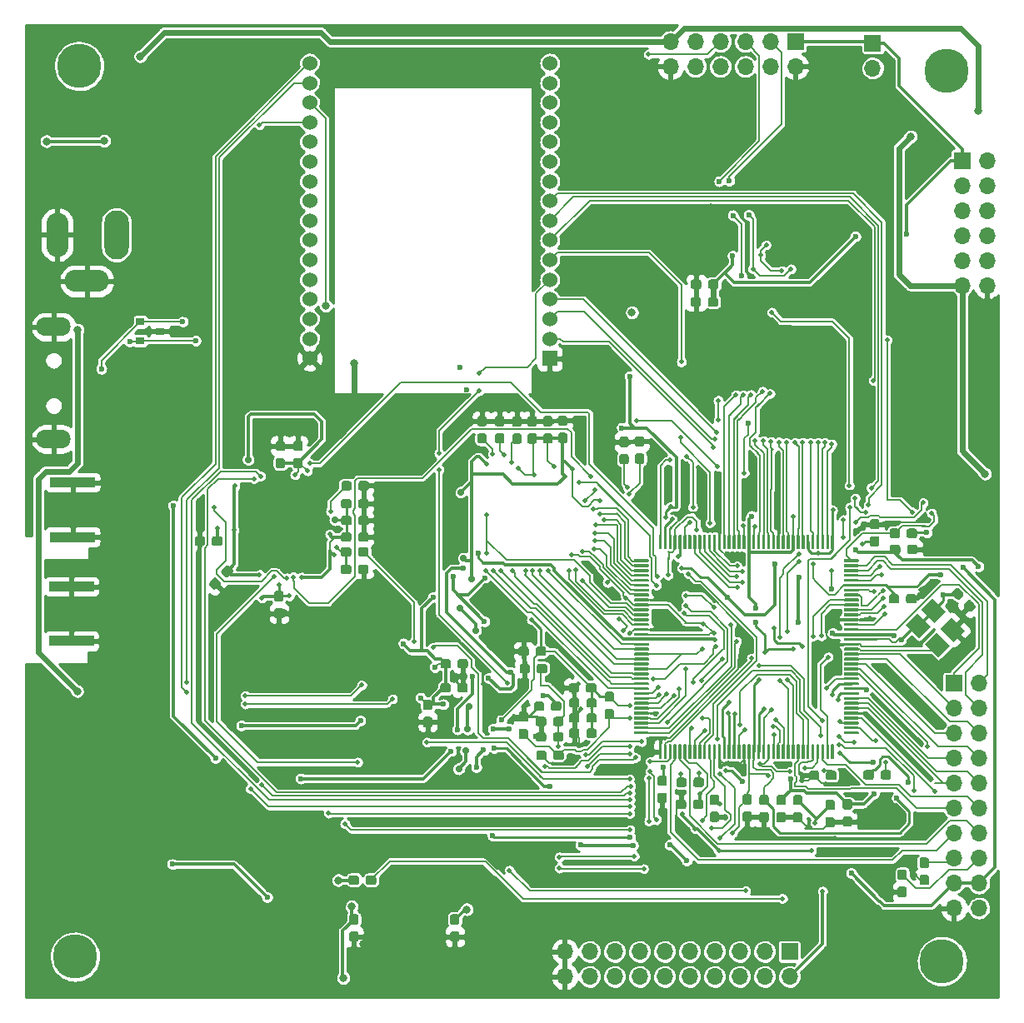
<source format=gbr>
G04 #@! TF.GenerationSoftware,KiCad,Pcbnew,6.0.0-unknown-cbea514~86~ubuntu18.04.1*
G04 #@! TF.CreationDate,2019-06-07T15:32:40-05:00*
G04 #@! TF.ProjectId,power,706f7765-722e-46b6-9963-61645f706362,rev?*
G04 #@! TF.SameCoordinates,Original*
G04 #@! TF.FileFunction,Copper,L2,Bot*
G04 #@! TF.FilePolarity,Positive*
%FSLAX46Y46*%
G04 Gerber Fmt 4.6, Leading zero omitted, Abs format (unit mm)*
G04 Created by KiCad (PCBNEW 6.0.0-unknown-cbea514~86~ubuntu18.04.1) date 2019-06-07 15:32:40*
%MOMM*%
%LPD*%
G04 APERTURE LIST*
%ADD10O,4.500000X2.250000*%
%ADD11O,2.250000X4.500000*%
%ADD12O,2.500000X5.000000*%
%ADD13C,0.150000*%
%ADD14C,0.950000*%
%ADD15C,0.300000*%
%ADD16O,1.700000X1.700000*%
%ADD17R,1.700000X1.700000*%
%ADD18C,1.524000*%
%ADD19R,1.524000X1.524000*%
%ADD20C,1.650000*%
%ADD21R,4.560000X1.000000*%
%ADD22O,3.500000X1.900000*%
%ADD23C,4.500000*%
%ADD24R,0.900000X0.800000*%
%ADD25C,0.500000*%
%ADD26C,0.800000*%
%ADD27C,0.600000*%
%ADD28C,0.700000*%
%ADD29C,0.160000*%
%ADD30C,0.250000*%
%ADD31C,0.300000*%
%ADD32C,0.200000*%
%ADD33C,0.600000*%
G04 APERTURE END LIST*
D10*
X57861200Y-41630600D03*
D11*
X54861200Y-36930600D03*
D12*
X60861200Y-36930600D03*
D13*
G36*
X132145360Y-91422413D02*
G01*
X132225257Y-91480461D01*
X132274636Y-91565988D01*
X132286260Y-91639380D01*
X132286260Y-92114380D01*
X132265727Y-92210980D01*
X132207679Y-92290877D01*
X132122152Y-92340256D01*
X132048760Y-92351880D01*
X131473760Y-92351880D01*
X131377160Y-92331347D01*
X131297263Y-92273299D01*
X131247884Y-92187772D01*
X131236260Y-92114380D01*
X131236260Y-91639380D01*
X131256793Y-91542780D01*
X131314841Y-91462883D01*
X131400368Y-91413504D01*
X131473760Y-91401880D01*
X132048760Y-91401880D01*
X132145360Y-91422413D01*
X132145360Y-91422413D01*
G37*
D14*
X131761260Y-91876880D03*
D13*
G36*
X133895360Y-91422413D02*
G01*
X133975257Y-91480461D01*
X134024636Y-91565988D01*
X134036260Y-91639380D01*
X134036260Y-92114380D01*
X134015727Y-92210980D01*
X133957679Y-92290877D01*
X133872152Y-92340256D01*
X133798760Y-92351880D01*
X133223760Y-92351880D01*
X133127160Y-92331347D01*
X133047263Y-92273299D01*
X132997884Y-92187772D01*
X132986260Y-92114380D01*
X132986260Y-91639380D01*
X133006793Y-91542780D01*
X133064841Y-91462883D01*
X133150368Y-91413504D01*
X133223760Y-91401880D01*
X133798760Y-91401880D01*
X133895360Y-91422413D01*
X133895360Y-91422413D01*
G37*
D14*
X133511260Y-91876880D03*
D13*
G36*
X114946307Y-69910676D02*
G01*
X114968274Y-69963709D01*
X114968274Y-70113709D01*
X114946307Y-70166742D01*
X114893274Y-70188709D01*
X113568274Y-70188709D01*
X113515241Y-70166742D01*
X113493274Y-70113709D01*
X113493274Y-69963709D01*
X113515241Y-69910676D01*
X113568274Y-69888709D01*
X114893274Y-69888709D01*
X114946307Y-69910676D01*
X114946307Y-69910676D01*
G37*
D15*
X114230774Y-70038709D03*
D13*
G36*
X114946307Y-70410676D02*
G01*
X114968274Y-70463709D01*
X114968274Y-70613709D01*
X114946307Y-70666742D01*
X114893274Y-70688709D01*
X113568274Y-70688709D01*
X113515241Y-70666742D01*
X113493274Y-70613709D01*
X113493274Y-70463709D01*
X113515241Y-70410676D01*
X113568274Y-70388709D01*
X114893274Y-70388709D01*
X114946307Y-70410676D01*
X114946307Y-70410676D01*
G37*
D15*
X114230774Y-70538709D03*
D13*
G36*
X114946307Y-70910676D02*
G01*
X114968274Y-70963709D01*
X114968274Y-71113709D01*
X114946307Y-71166742D01*
X114893274Y-71188709D01*
X113568274Y-71188709D01*
X113515241Y-71166742D01*
X113493274Y-71113709D01*
X113493274Y-70963709D01*
X113515241Y-70910676D01*
X113568274Y-70888709D01*
X114893274Y-70888709D01*
X114946307Y-70910676D01*
X114946307Y-70910676D01*
G37*
D15*
X114230774Y-71038709D03*
D13*
G36*
X114946307Y-71410676D02*
G01*
X114968274Y-71463709D01*
X114968274Y-71613709D01*
X114946307Y-71666742D01*
X114893274Y-71688709D01*
X113568274Y-71688709D01*
X113515241Y-71666742D01*
X113493274Y-71613709D01*
X113493274Y-71463709D01*
X113515241Y-71410676D01*
X113568274Y-71388709D01*
X114893274Y-71388709D01*
X114946307Y-71410676D01*
X114946307Y-71410676D01*
G37*
D15*
X114230774Y-71538709D03*
D13*
G36*
X114946307Y-71910676D02*
G01*
X114968274Y-71963709D01*
X114968274Y-72113709D01*
X114946307Y-72166742D01*
X114893274Y-72188709D01*
X113568274Y-72188709D01*
X113515241Y-72166742D01*
X113493274Y-72113709D01*
X113493274Y-71963709D01*
X113515241Y-71910676D01*
X113568274Y-71888709D01*
X114893274Y-71888709D01*
X114946307Y-71910676D01*
X114946307Y-71910676D01*
G37*
D15*
X114230774Y-72038709D03*
D13*
G36*
X114946307Y-72410676D02*
G01*
X114968274Y-72463709D01*
X114968274Y-72613709D01*
X114946307Y-72666742D01*
X114893274Y-72688709D01*
X113568274Y-72688709D01*
X113515241Y-72666742D01*
X113493274Y-72613709D01*
X113493274Y-72463709D01*
X113515241Y-72410676D01*
X113568274Y-72388709D01*
X114893274Y-72388709D01*
X114946307Y-72410676D01*
X114946307Y-72410676D01*
G37*
D15*
X114230774Y-72538709D03*
D13*
G36*
X114946307Y-72910676D02*
G01*
X114968274Y-72963709D01*
X114968274Y-73113709D01*
X114946307Y-73166742D01*
X114893274Y-73188709D01*
X113568274Y-73188709D01*
X113515241Y-73166742D01*
X113493274Y-73113709D01*
X113493274Y-72963709D01*
X113515241Y-72910676D01*
X113568274Y-72888709D01*
X114893274Y-72888709D01*
X114946307Y-72910676D01*
X114946307Y-72910676D01*
G37*
D15*
X114230774Y-73038709D03*
D13*
G36*
X114946307Y-73410676D02*
G01*
X114968274Y-73463709D01*
X114968274Y-73613709D01*
X114946307Y-73666742D01*
X114893274Y-73688709D01*
X113568274Y-73688709D01*
X113515241Y-73666742D01*
X113493274Y-73613709D01*
X113493274Y-73463709D01*
X113515241Y-73410676D01*
X113568274Y-73388709D01*
X114893274Y-73388709D01*
X114946307Y-73410676D01*
X114946307Y-73410676D01*
G37*
D15*
X114230774Y-73538709D03*
D13*
G36*
X114946307Y-73910676D02*
G01*
X114968274Y-73963709D01*
X114968274Y-74113709D01*
X114946307Y-74166742D01*
X114893274Y-74188709D01*
X113568274Y-74188709D01*
X113515241Y-74166742D01*
X113493274Y-74113709D01*
X113493274Y-73963709D01*
X113515241Y-73910676D01*
X113568274Y-73888709D01*
X114893274Y-73888709D01*
X114946307Y-73910676D01*
X114946307Y-73910676D01*
G37*
D15*
X114230774Y-74038709D03*
D13*
G36*
X114946307Y-74410676D02*
G01*
X114968274Y-74463709D01*
X114968274Y-74613709D01*
X114946307Y-74666742D01*
X114893274Y-74688709D01*
X113568274Y-74688709D01*
X113515241Y-74666742D01*
X113493274Y-74613709D01*
X113493274Y-74463709D01*
X113515241Y-74410676D01*
X113568274Y-74388709D01*
X114893274Y-74388709D01*
X114946307Y-74410676D01*
X114946307Y-74410676D01*
G37*
D15*
X114230774Y-74538709D03*
D13*
G36*
X114946307Y-74910676D02*
G01*
X114968274Y-74963709D01*
X114968274Y-75113709D01*
X114946307Y-75166742D01*
X114893274Y-75188709D01*
X113568274Y-75188709D01*
X113515241Y-75166742D01*
X113493274Y-75113709D01*
X113493274Y-74963709D01*
X113515241Y-74910676D01*
X113568274Y-74888709D01*
X114893274Y-74888709D01*
X114946307Y-74910676D01*
X114946307Y-74910676D01*
G37*
D15*
X114230774Y-75038709D03*
D13*
G36*
X114946307Y-75410676D02*
G01*
X114968274Y-75463709D01*
X114968274Y-75613709D01*
X114946307Y-75666742D01*
X114893274Y-75688709D01*
X113568274Y-75688709D01*
X113515241Y-75666742D01*
X113493274Y-75613709D01*
X113493274Y-75463709D01*
X113515241Y-75410676D01*
X113568274Y-75388709D01*
X114893274Y-75388709D01*
X114946307Y-75410676D01*
X114946307Y-75410676D01*
G37*
D15*
X114230774Y-75538709D03*
D13*
G36*
X114946307Y-75910676D02*
G01*
X114968274Y-75963709D01*
X114968274Y-76113709D01*
X114946307Y-76166742D01*
X114893274Y-76188709D01*
X113568274Y-76188709D01*
X113515241Y-76166742D01*
X113493274Y-76113709D01*
X113493274Y-75963709D01*
X113515241Y-75910676D01*
X113568274Y-75888709D01*
X114893274Y-75888709D01*
X114946307Y-75910676D01*
X114946307Y-75910676D01*
G37*
D15*
X114230774Y-76038709D03*
D13*
G36*
X114946307Y-76410676D02*
G01*
X114968274Y-76463709D01*
X114968274Y-76613709D01*
X114946307Y-76666742D01*
X114893274Y-76688709D01*
X113568274Y-76688709D01*
X113515241Y-76666742D01*
X113493274Y-76613709D01*
X113493274Y-76463709D01*
X113515241Y-76410676D01*
X113568274Y-76388709D01*
X114893274Y-76388709D01*
X114946307Y-76410676D01*
X114946307Y-76410676D01*
G37*
D15*
X114230774Y-76538709D03*
D13*
G36*
X114946307Y-76910676D02*
G01*
X114968274Y-76963709D01*
X114968274Y-77113709D01*
X114946307Y-77166742D01*
X114893274Y-77188709D01*
X113568274Y-77188709D01*
X113515241Y-77166742D01*
X113493274Y-77113709D01*
X113493274Y-76963709D01*
X113515241Y-76910676D01*
X113568274Y-76888709D01*
X114893274Y-76888709D01*
X114946307Y-76910676D01*
X114946307Y-76910676D01*
G37*
D15*
X114230774Y-77038709D03*
D13*
G36*
X114946307Y-77410676D02*
G01*
X114968274Y-77463709D01*
X114968274Y-77613709D01*
X114946307Y-77666742D01*
X114893274Y-77688709D01*
X113568274Y-77688709D01*
X113515241Y-77666742D01*
X113493274Y-77613709D01*
X113493274Y-77463709D01*
X113515241Y-77410676D01*
X113568274Y-77388709D01*
X114893274Y-77388709D01*
X114946307Y-77410676D01*
X114946307Y-77410676D01*
G37*
D15*
X114230774Y-77538709D03*
D13*
G36*
X114946307Y-77910676D02*
G01*
X114968274Y-77963709D01*
X114968274Y-78113709D01*
X114946307Y-78166742D01*
X114893274Y-78188709D01*
X113568274Y-78188709D01*
X113515241Y-78166742D01*
X113493274Y-78113709D01*
X113493274Y-77963709D01*
X113515241Y-77910676D01*
X113568274Y-77888709D01*
X114893274Y-77888709D01*
X114946307Y-77910676D01*
X114946307Y-77910676D01*
G37*
D15*
X114230774Y-78038709D03*
D13*
G36*
X114946307Y-78410676D02*
G01*
X114968274Y-78463709D01*
X114968274Y-78613709D01*
X114946307Y-78666742D01*
X114893274Y-78688709D01*
X113568274Y-78688709D01*
X113515241Y-78666742D01*
X113493274Y-78613709D01*
X113493274Y-78463709D01*
X113515241Y-78410676D01*
X113568274Y-78388709D01*
X114893274Y-78388709D01*
X114946307Y-78410676D01*
X114946307Y-78410676D01*
G37*
D15*
X114230774Y-78538709D03*
D13*
G36*
X114946307Y-78910676D02*
G01*
X114968274Y-78963709D01*
X114968274Y-79113709D01*
X114946307Y-79166742D01*
X114893274Y-79188709D01*
X113568274Y-79188709D01*
X113515241Y-79166742D01*
X113493274Y-79113709D01*
X113493274Y-78963709D01*
X113515241Y-78910676D01*
X113568274Y-78888709D01*
X114893274Y-78888709D01*
X114946307Y-78910676D01*
X114946307Y-78910676D01*
G37*
D15*
X114230774Y-79038709D03*
D13*
G36*
X114946307Y-79410676D02*
G01*
X114968274Y-79463709D01*
X114968274Y-79613709D01*
X114946307Y-79666742D01*
X114893274Y-79688709D01*
X113568274Y-79688709D01*
X113515241Y-79666742D01*
X113493274Y-79613709D01*
X113493274Y-79463709D01*
X113515241Y-79410676D01*
X113568274Y-79388709D01*
X114893274Y-79388709D01*
X114946307Y-79410676D01*
X114946307Y-79410676D01*
G37*
D15*
X114230774Y-79538709D03*
D13*
G36*
X114946307Y-79910676D02*
G01*
X114968274Y-79963709D01*
X114968274Y-80113709D01*
X114946307Y-80166742D01*
X114893274Y-80188709D01*
X113568274Y-80188709D01*
X113515241Y-80166742D01*
X113493274Y-80113709D01*
X113493274Y-79963709D01*
X113515241Y-79910676D01*
X113568274Y-79888709D01*
X114893274Y-79888709D01*
X114946307Y-79910676D01*
X114946307Y-79910676D01*
G37*
D15*
X114230774Y-80038709D03*
D13*
G36*
X114946307Y-80410676D02*
G01*
X114968274Y-80463709D01*
X114968274Y-80613709D01*
X114946307Y-80666742D01*
X114893274Y-80688709D01*
X113568274Y-80688709D01*
X113515241Y-80666742D01*
X113493274Y-80613709D01*
X113493274Y-80463709D01*
X113515241Y-80410676D01*
X113568274Y-80388709D01*
X114893274Y-80388709D01*
X114946307Y-80410676D01*
X114946307Y-80410676D01*
G37*
D15*
X114230774Y-80538709D03*
D13*
G36*
X114946307Y-80910676D02*
G01*
X114968274Y-80963709D01*
X114968274Y-81113709D01*
X114946307Y-81166742D01*
X114893274Y-81188709D01*
X113568274Y-81188709D01*
X113515241Y-81166742D01*
X113493274Y-81113709D01*
X113493274Y-80963709D01*
X113515241Y-80910676D01*
X113568274Y-80888709D01*
X114893274Y-80888709D01*
X114946307Y-80910676D01*
X114946307Y-80910676D01*
G37*
D15*
X114230774Y-81038709D03*
D13*
G36*
X114946307Y-81410676D02*
G01*
X114968274Y-81463709D01*
X114968274Y-81613709D01*
X114946307Y-81666742D01*
X114893274Y-81688709D01*
X113568274Y-81688709D01*
X113515241Y-81666742D01*
X113493274Y-81613709D01*
X113493274Y-81463709D01*
X113515241Y-81410676D01*
X113568274Y-81388709D01*
X114893274Y-81388709D01*
X114946307Y-81410676D01*
X114946307Y-81410676D01*
G37*
D15*
X114230774Y-81538709D03*
D13*
G36*
X114946307Y-81910676D02*
G01*
X114968274Y-81963709D01*
X114968274Y-82113709D01*
X114946307Y-82166742D01*
X114893274Y-82188709D01*
X113568274Y-82188709D01*
X113515241Y-82166742D01*
X113493274Y-82113709D01*
X113493274Y-81963709D01*
X113515241Y-81910676D01*
X113568274Y-81888709D01*
X114893274Y-81888709D01*
X114946307Y-81910676D01*
X114946307Y-81910676D01*
G37*
D15*
X114230774Y-82038709D03*
D13*
G36*
X114946307Y-82410676D02*
G01*
X114968274Y-82463709D01*
X114968274Y-82613709D01*
X114946307Y-82666742D01*
X114893274Y-82688709D01*
X113568274Y-82688709D01*
X113515241Y-82666742D01*
X113493274Y-82613709D01*
X113493274Y-82463709D01*
X113515241Y-82410676D01*
X113568274Y-82388709D01*
X114893274Y-82388709D01*
X114946307Y-82410676D01*
X114946307Y-82410676D01*
G37*
D15*
X114230774Y-82538709D03*
D13*
G36*
X114946307Y-82910676D02*
G01*
X114968274Y-82963709D01*
X114968274Y-83113709D01*
X114946307Y-83166742D01*
X114893274Y-83188709D01*
X113568274Y-83188709D01*
X113515241Y-83166742D01*
X113493274Y-83113709D01*
X113493274Y-82963709D01*
X113515241Y-82910676D01*
X113568274Y-82888709D01*
X114893274Y-82888709D01*
X114946307Y-82910676D01*
X114946307Y-82910676D01*
G37*
D15*
X114230774Y-83038709D03*
D13*
G36*
X114946307Y-83410676D02*
G01*
X114968274Y-83463709D01*
X114968274Y-83613709D01*
X114946307Y-83666742D01*
X114893274Y-83688709D01*
X113568274Y-83688709D01*
X113515241Y-83666742D01*
X113493274Y-83613709D01*
X113493274Y-83463709D01*
X113515241Y-83410676D01*
X113568274Y-83388709D01*
X114893274Y-83388709D01*
X114946307Y-83410676D01*
X114946307Y-83410676D01*
G37*
D15*
X114230774Y-83538709D03*
D13*
G36*
X114946307Y-83910676D02*
G01*
X114968274Y-83963709D01*
X114968274Y-84113709D01*
X114946307Y-84166742D01*
X114893274Y-84188709D01*
X113568274Y-84188709D01*
X113515241Y-84166742D01*
X113493274Y-84113709D01*
X113493274Y-83963709D01*
X113515241Y-83910676D01*
X113568274Y-83888709D01*
X114893274Y-83888709D01*
X114946307Y-83910676D01*
X114946307Y-83910676D01*
G37*
D15*
X114230774Y-84038709D03*
D13*
G36*
X114946307Y-84410676D02*
G01*
X114968274Y-84463709D01*
X114968274Y-84613709D01*
X114946307Y-84666742D01*
X114893274Y-84688709D01*
X113568274Y-84688709D01*
X113515241Y-84666742D01*
X113493274Y-84613709D01*
X113493274Y-84463709D01*
X113515241Y-84410676D01*
X113568274Y-84388709D01*
X114893274Y-84388709D01*
X114946307Y-84410676D01*
X114946307Y-84410676D01*
G37*
D15*
X114230774Y-84538709D03*
D13*
G36*
X114946307Y-84910676D02*
G01*
X114968274Y-84963709D01*
X114968274Y-85113709D01*
X114946307Y-85166742D01*
X114893274Y-85188709D01*
X113568274Y-85188709D01*
X113515241Y-85166742D01*
X113493274Y-85113709D01*
X113493274Y-84963709D01*
X113515241Y-84910676D01*
X113568274Y-84888709D01*
X114893274Y-84888709D01*
X114946307Y-84910676D01*
X114946307Y-84910676D01*
G37*
D15*
X114230774Y-85038709D03*
D13*
G36*
X114946307Y-85410676D02*
G01*
X114968274Y-85463709D01*
X114968274Y-85613709D01*
X114946307Y-85666742D01*
X114893274Y-85688709D01*
X113568274Y-85688709D01*
X113515241Y-85666742D01*
X113493274Y-85613709D01*
X113493274Y-85463709D01*
X113515241Y-85410676D01*
X113568274Y-85388709D01*
X114893274Y-85388709D01*
X114946307Y-85410676D01*
X114946307Y-85410676D01*
G37*
D15*
X114230774Y-85538709D03*
D13*
G36*
X114946307Y-85910676D02*
G01*
X114968274Y-85963709D01*
X114968274Y-86113709D01*
X114946307Y-86166742D01*
X114893274Y-86188709D01*
X113568274Y-86188709D01*
X113515241Y-86166742D01*
X113493274Y-86113709D01*
X113493274Y-85963709D01*
X113515241Y-85910676D01*
X113568274Y-85888709D01*
X114893274Y-85888709D01*
X114946307Y-85910676D01*
X114946307Y-85910676D01*
G37*
D15*
X114230774Y-86038709D03*
D13*
G36*
X114946307Y-86410676D02*
G01*
X114968274Y-86463709D01*
X114968274Y-86613709D01*
X114946307Y-86666742D01*
X114893274Y-86688709D01*
X113568274Y-86688709D01*
X113515241Y-86666742D01*
X113493274Y-86613709D01*
X113493274Y-86463709D01*
X113515241Y-86410676D01*
X113568274Y-86388709D01*
X114893274Y-86388709D01*
X114946307Y-86410676D01*
X114946307Y-86410676D01*
G37*
D15*
X114230774Y-86538709D03*
D13*
G36*
X114946307Y-86910676D02*
G01*
X114968274Y-86963709D01*
X114968274Y-87113709D01*
X114946307Y-87166742D01*
X114893274Y-87188709D01*
X113568274Y-87188709D01*
X113515241Y-87166742D01*
X113493274Y-87113709D01*
X113493274Y-86963709D01*
X113515241Y-86910676D01*
X113568274Y-86888709D01*
X114893274Y-86888709D01*
X114946307Y-86910676D01*
X114946307Y-86910676D01*
G37*
D15*
X114230774Y-87038709D03*
D13*
G36*
X114946307Y-87410676D02*
G01*
X114968274Y-87463709D01*
X114968274Y-87613709D01*
X114946307Y-87666742D01*
X114893274Y-87688709D01*
X113568274Y-87688709D01*
X113515241Y-87666742D01*
X113493274Y-87613709D01*
X113493274Y-87463709D01*
X113515241Y-87410676D01*
X113568274Y-87388709D01*
X114893274Y-87388709D01*
X114946307Y-87410676D01*
X114946307Y-87410676D01*
G37*
D15*
X114230774Y-87538709D03*
D13*
G36*
X116271307Y-88735676D02*
G01*
X116293274Y-88788709D01*
X116293274Y-90113709D01*
X116271307Y-90166742D01*
X116218274Y-90188709D01*
X116068274Y-90188709D01*
X116015241Y-90166742D01*
X115993274Y-90113709D01*
X115993274Y-88788709D01*
X116015241Y-88735676D01*
X116068274Y-88713709D01*
X116218274Y-88713709D01*
X116271307Y-88735676D01*
X116271307Y-88735676D01*
G37*
D15*
X116143274Y-89451209D03*
D13*
G36*
X116771307Y-88735676D02*
G01*
X116793274Y-88788709D01*
X116793274Y-90113709D01*
X116771307Y-90166742D01*
X116718274Y-90188709D01*
X116568274Y-90188709D01*
X116515241Y-90166742D01*
X116493274Y-90113709D01*
X116493274Y-88788709D01*
X116515241Y-88735676D01*
X116568274Y-88713709D01*
X116718274Y-88713709D01*
X116771307Y-88735676D01*
X116771307Y-88735676D01*
G37*
D15*
X116643274Y-89451209D03*
D13*
G36*
X117271307Y-88735676D02*
G01*
X117293274Y-88788709D01*
X117293274Y-90113709D01*
X117271307Y-90166742D01*
X117218274Y-90188709D01*
X117068274Y-90188709D01*
X117015241Y-90166742D01*
X116993274Y-90113709D01*
X116993274Y-88788709D01*
X117015241Y-88735676D01*
X117068274Y-88713709D01*
X117218274Y-88713709D01*
X117271307Y-88735676D01*
X117271307Y-88735676D01*
G37*
D15*
X117143274Y-89451209D03*
D13*
G36*
X117771307Y-88735676D02*
G01*
X117793274Y-88788709D01*
X117793274Y-90113709D01*
X117771307Y-90166742D01*
X117718274Y-90188709D01*
X117568274Y-90188709D01*
X117515241Y-90166742D01*
X117493274Y-90113709D01*
X117493274Y-88788709D01*
X117515241Y-88735676D01*
X117568274Y-88713709D01*
X117718274Y-88713709D01*
X117771307Y-88735676D01*
X117771307Y-88735676D01*
G37*
D15*
X117643274Y-89451209D03*
D13*
G36*
X118271307Y-88735676D02*
G01*
X118293274Y-88788709D01*
X118293274Y-90113709D01*
X118271307Y-90166742D01*
X118218274Y-90188709D01*
X118068274Y-90188709D01*
X118015241Y-90166742D01*
X117993274Y-90113709D01*
X117993274Y-88788709D01*
X118015241Y-88735676D01*
X118068274Y-88713709D01*
X118218274Y-88713709D01*
X118271307Y-88735676D01*
X118271307Y-88735676D01*
G37*
D15*
X118143274Y-89451209D03*
D13*
G36*
X118771307Y-88735676D02*
G01*
X118793274Y-88788709D01*
X118793274Y-90113709D01*
X118771307Y-90166742D01*
X118718274Y-90188709D01*
X118568274Y-90188709D01*
X118515241Y-90166742D01*
X118493274Y-90113709D01*
X118493274Y-88788709D01*
X118515241Y-88735676D01*
X118568274Y-88713709D01*
X118718274Y-88713709D01*
X118771307Y-88735676D01*
X118771307Y-88735676D01*
G37*
D15*
X118643274Y-89451209D03*
D13*
G36*
X119271307Y-88735676D02*
G01*
X119293274Y-88788709D01*
X119293274Y-90113709D01*
X119271307Y-90166742D01*
X119218274Y-90188709D01*
X119068274Y-90188709D01*
X119015241Y-90166742D01*
X118993274Y-90113709D01*
X118993274Y-88788709D01*
X119015241Y-88735676D01*
X119068274Y-88713709D01*
X119218274Y-88713709D01*
X119271307Y-88735676D01*
X119271307Y-88735676D01*
G37*
D15*
X119143274Y-89451209D03*
D13*
G36*
X119771307Y-88735676D02*
G01*
X119793274Y-88788709D01*
X119793274Y-90113709D01*
X119771307Y-90166742D01*
X119718274Y-90188709D01*
X119568274Y-90188709D01*
X119515241Y-90166742D01*
X119493274Y-90113709D01*
X119493274Y-88788709D01*
X119515241Y-88735676D01*
X119568274Y-88713709D01*
X119718274Y-88713709D01*
X119771307Y-88735676D01*
X119771307Y-88735676D01*
G37*
D15*
X119643274Y-89451209D03*
D13*
G36*
X120271307Y-88735676D02*
G01*
X120293274Y-88788709D01*
X120293274Y-90113709D01*
X120271307Y-90166742D01*
X120218274Y-90188709D01*
X120068274Y-90188709D01*
X120015241Y-90166742D01*
X119993274Y-90113709D01*
X119993274Y-88788709D01*
X120015241Y-88735676D01*
X120068274Y-88713709D01*
X120218274Y-88713709D01*
X120271307Y-88735676D01*
X120271307Y-88735676D01*
G37*
D15*
X120143274Y-89451209D03*
D13*
G36*
X120771307Y-88735676D02*
G01*
X120793274Y-88788709D01*
X120793274Y-90113709D01*
X120771307Y-90166742D01*
X120718274Y-90188709D01*
X120568274Y-90188709D01*
X120515241Y-90166742D01*
X120493274Y-90113709D01*
X120493274Y-88788709D01*
X120515241Y-88735676D01*
X120568274Y-88713709D01*
X120718274Y-88713709D01*
X120771307Y-88735676D01*
X120771307Y-88735676D01*
G37*
D15*
X120643274Y-89451209D03*
D13*
G36*
X121271307Y-88735676D02*
G01*
X121293274Y-88788709D01*
X121293274Y-90113709D01*
X121271307Y-90166742D01*
X121218274Y-90188709D01*
X121068274Y-90188709D01*
X121015241Y-90166742D01*
X120993274Y-90113709D01*
X120993274Y-88788709D01*
X121015241Y-88735676D01*
X121068274Y-88713709D01*
X121218274Y-88713709D01*
X121271307Y-88735676D01*
X121271307Y-88735676D01*
G37*
D15*
X121143274Y-89451209D03*
D13*
G36*
X121771307Y-88735676D02*
G01*
X121793274Y-88788709D01*
X121793274Y-90113709D01*
X121771307Y-90166742D01*
X121718274Y-90188709D01*
X121568274Y-90188709D01*
X121515241Y-90166742D01*
X121493274Y-90113709D01*
X121493274Y-88788709D01*
X121515241Y-88735676D01*
X121568274Y-88713709D01*
X121718274Y-88713709D01*
X121771307Y-88735676D01*
X121771307Y-88735676D01*
G37*
D15*
X121643274Y-89451209D03*
D13*
G36*
X122271307Y-88735676D02*
G01*
X122293274Y-88788709D01*
X122293274Y-90113709D01*
X122271307Y-90166742D01*
X122218274Y-90188709D01*
X122068274Y-90188709D01*
X122015241Y-90166742D01*
X121993274Y-90113709D01*
X121993274Y-88788709D01*
X122015241Y-88735676D01*
X122068274Y-88713709D01*
X122218274Y-88713709D01*
X122271307Y-88735676D01*
X122271307Y-88735676D01*
G37*
D15*
X122143274Y-89451209D03*
D13*
G36*
X122771307Y-88735676D02*
G01*
X122793274Y-88788709D01*
X122793274Y-90113709D01*
X122771307Y-90166742D01*
X122718274Y-90188709D01*
X122568274Y-90188709D01*
X122515241Y-90166742D01*
X122493274Y-90113709D01*
X122493274Y-88788709D01*
X122515241Y-88735676D01*
X122568274Y-88713709D01*
X122718274Y-88713709D01*
X122771307Y-88735676D01*
X122771307Y-88735676D01*
G37*
D15*
X122643274Y-89451209D03*
D13*
G36*
X123271307Y-88735676D02*
G01*
X123293274Y-88788709D01*
X123293274Y-90113709D01*
X123271307Y-90166742D01*
X123218274Y-90188709D01*
X123068274Y-90188709D01*
X123015241Y-90166742D01*
X122993274Y-90113709D01*
X122993274Y-88788709D01*
X123015241Y-88735676D01*
X123068274Y-88713709D01*
X123218274Y-88713709D01*
X123271307Y-88735676D01*
X123271307Y-88735676D01*
G37*
D15*
X123143274Y-89451209D03*
D13*
G36*
X123771307Y-88735676D02*
G01*
X123793274Y-88788709D01*
X123793274Y-90113709D01*
X123771307Y-90166742D01*
X123718274Y-90188709D01*
X123568274Y-90188709D01*
X123515241Y-90166742D01*
X123493274Y-90113709D01*
X123493274Y-88788709D01*
X123515241Y-88735676D01*
X123568274Y-88713709D01*
X123718274Y-88713709D01*
X123771307Y-88735676D01*
X123771307Y-88735676D01*
G37*
D15*
X123643274Y-89451209D03*
D13*
G36*
X124271307Y-88735676D02*
G01*
X124293274Y-88788709D01*
X124293274Y-90113709D01*
X124271307Y-90166742D01*
X124218274Y-90188709D01*
X124068274Y-90188709D01*
X124015241Y-90166742D01*
X123993274Y-90113709D01*
X123993274Y-88788709D01*
X124015241Y-88735676D01*
X124068274Y-88713709D01*
X124218274Y-88713709D01*
X124271307Y-88735676D01*
X124271307Y-88735676D01*
G37*
D15*
X124143274Y-89451209D03*
D13*
G36*
X124771307Y-88735676D02*
G01*
X124793274Y-88788709D01*
X124793274Y-90113709D01*
X124771307Y-90166742D01*
X124718274Y-90188709D01*
X124568274Y-90188709D01*
X124515241Y-90166742D01*
X124493274Y-90113709D01*
X124493274Y-88788709D01*
X124515241Y-88735676D01*
X124568274Y-88713709D01*
X124718274Y-88713709D01*
X124771307Y-88735676D01*
X124771307Y-88735676D01*
G37*
D15*
X124643274Y-89451209D03*
D13*
G36*
X125271307Y-88735676D02*
G01*
X125293274Y-88788709D01*
X125293274Y-90113709D01*
X125271307Y-90166742D01*
X125218274Y-90188709D01*
X125068274Y-90188709D01*
X125015241Y-90166742D01*
X124993274Y-90113709D01*
X124993274Y-88788709D01*
X125015241Y-88735676D01*
X125068274Y-88713709D01*
X125218274Y-88713709D01*
X125271307Y-88735676D01*
X125271307Y-88735676D01*
G37*
D15*
X125143274Y-89451209D03*
D13*
G36*
X125771307Y-88735676D02*
G01*
X125793274Y-88788709D01*
X125793274Y-90113709D01*
X125771307Y-90166742D01*
X125718274Y-90188709D01*
X125568274Y-90188709D01*
X125515241Y-90166742D01*
X125493274Y-90113709D01*
X125493274Y-88788709D01*
X125515241Y-88735676D01*
X125568274Y-88713709D01*
X125718274Y-88713709D01*
X125771307Y-88735676D01*
X125771307Y-88735676D01*
G37*
D15*
X125643274Y-89451209D03*
D13*
G36*
X126271307Y-88735676D02*
G01*
X126293274Y-88788709D01*
X126293274Y-90113709D01*
X126271307Y-90166742D01*
X126218274Y-90188709D01*
X126068274Y-90188709D01*
X126015241Y-90166742D01*
X125993274Y-90113709D01*
X125993274Y-88788709D01*
X126015241Y-88735676D01*
X126068274Y-88713709D01*
X126218274Y-88713709D01*
X126271307Y-88735676D01*
X126271307Y-88735676D01*
G37*
D15*
X126143274Y-89451209D03*
D13*
G36*
X126771307Y-88735676D02*
G01*
X126793274Y-88788709D01*
X126793274Y-90113709D01*
X126771307Y-90166742D01*
X126718274Y-90188709D01*
X126568274Y-90188709D01*
X126515241Y-90166742D01*
X126493274Y-90113709D01*
X126493274Y-88788709D01*
X126515241Y-88735676D01*
X126568274Y-88713709D01*
X126718274Y-88713709D01*
X126771307Y-88735676D01*
X126771307Y-88735676D01*
G37*
D15*
X126643274Y-89451209D03*
D13*
G36*
X127271307Y-88735676D02*
G01*
X127293274Y-88788709D01*
X127293274Y-90113709D01*
X127271307Y-90166742D01*
X127218274Y-90188709D01*
X127068274Y-90188709D01*
X127015241Y-90166742D01*
X126993274Y-90113709D01*
X126993274Y-88788709D01*
X127015241Y-88735676D01*
X127068274Y-88713709D01*
X127218274Y-88713709D01*
X127271307Y-88735676D01*
X127271307Y-88735676D01*
G37*
D15*
X127143274Y-89451209D03*
D13*
G36*
X127771307Y-88735676D02*
G01*
X127793274Y-88788709D01*
X127793274Y-90113709D01*
X127771307Y-90166742D01*
X127718274Y-90188709D01*
X127568274Y-90188709D01*
X127515241Y-90166742D01*
X127493274Y-90113709D01*
X127493274Y-88788709D01*
X127515241Y-88735676D01*
X127568274Y-88713709D01*
X127718274Y-88713709D01*
X127771307Y-88735676D01*
X127771307Y-88735676D01*
G37*
D15*
X127643274Y-89451209D03*
D13*
G36*
X128271307Y-88735676D02*
G01*
X128293274Y-88788709D01*
X128293274Y-90113709D01*
X128271307Y-90166742D01*
X128218274Y-90188709D01*
X128068274Y-90188709D01*
X128015241Y-90166742D01*
X127993274Y-90113709D01*
X127993274Y-88788709D01*
X128015241Y-88735676D01*
X128068274Y-88713709D01*
X128218274Y-88713709D01*
X128271307Y-88735676D01*
X128271307Y-88735676D01*
G37*
D15*
X128143274Y-89451209D03*
D13*
G36*
X128771307Y-88735676D02*
G01*
X128793274Y-88788709D01*
X128793274Y-90113709D01*
X128771307Y-90166742D01*
X128718274Y-90188709D01*
X128568274Y-90188709D01*
X128515241Y-90166742D01*
X128493274Y-90113709D01*
X128493274Y-88788709D01*
X128515241Y-88735676D01*
X128568274Y-88713709D01*
X128718274Y-88713709D01*
X128771307Y-88735676D01*
X128771307Y-88735676D01*
G37*
D15*
X128643274Y-89451209D03*
D13*
G36*
X129271307Y-88735676D02*
G01*
X129293274Y-88788709D01*
X129293274Y-90113709D01*
X129271307Y-90166742D01*
X129218274Y-90188709D01*
X129068274Y-90188709D01*
X129015241Y-90166742D01*
X128993274Y-90113709D01*
X128993274Y-88788709D01*
X129015241Y-88735676D01*
X129068274Y-88713709D01*
X129218274Y-88713709D01*
X129271307Y-88735676D01*
X129271307Y-88735676D01*
G37*
D15*
X129143274Y-89451209D03*
D13*
G36*
X129771307Y-88735676D02*
G01*
X129793274Y-88788709D01*
X129793274Y-90113709D01*
X129771307Y-90166742D01*
X129718274Y-90188709D01*
X129568274Y-90188709D01*
X129515241Y-90166742D01*
X129493274Y-90113709D01*
X129493274Y-88788709D01*
X129515241Y-88735676D01*
X129568274Y-88713709D01*
X129718274Y-88713709D01*
X129771307Y-88735676D01*
X129771307Y-88735676D01*
G37*
D15*
X129643274Y-89451209D03*
D13*
G36*
X130271307Y-88735676D02*
G01*
X130293274Y-88788709D01*
X130293274Y-90113709D01*
X130271307Y-90166742D01*
X130218274Y-90188709D01*
X130068274Y-90188709D01*
X130015241Y-90166742D01*
X129993274Y-90113709D01*
X129993274Y-88788709D01*
X130015241Y-88735676D01*
X130068274Y-88713709D01*
X130218274Y-88713709D01*
X130271307Y-88735676D01*
X130271307Y-88735676D01*
G37*
D15*
X130143274Y-89451209D03*
D13*
G36*
X130771307Y-88735676D02*
G01*
X130793274Y-88788709D01*
X130793274Y-90113709D01*
X130771307Y-90166742D01*
X130718274Y-90188709D01*
X130568274Y-90188709D01*
X130515241Y-90166742D01*
X130493274Y-90113709D01*
X130493274Y-88788709D01*
X130515241Y-88735676D01*
X130568274Y-88713709D01*
X130718274Y-88713709D01*
X130771307Y-88735676D01*
X130771307Y-88735676D01*
G37*
D15*
X130643274Y-89451209D03*
D13*
G36*
X131271307Y-88735676D02*
G01*
X131293274Y-88788709D01*
X131293274Y-90113709D01*
X131271307Y-90166742D01*
X131218274Y-90188709D01*
X131068274Y-90188709D01*
X131015241Y-90166742D01*
X130993274Y-90113709D01*
X130993274Y-88788709D01*
X131015241Y-88735676D01*
X131068274Y-88713709D01*
X131218274Y-88713709D01*
X131271307Y-88735676D01*
X131271307Y-88735676D01*
G37*
D15*
X131143274Y-89451209D03*
D13*
G36*
X131771307Y-88735676D02*
G01*
X131793274Y-88788709D01*
X131793274Y-90113709D01*
X131771307Y-90166742D01*
X131718274Y-90188709D01*
X131568274Y-90188709D01*
X131515241Y-90166742D01*
X131493274Y-90113709D01*
X131493274Y-88788709D01*
X131515241Y-88735676D01*
X131568274Y-88713709D01*
X131718274Y-88713709D01*
X131771307Y-88735676D01*
X131771307Y-88735676D01*
G37*
D15*
X131643274Y-89451209D03*
D13*
G36*
X132271307Y-88735676D02*
G01*
X132293274Y-88788709D01*
X132293274Y-90113709D01*
X132271307Y-90166742D01*
X132218274Y-90188709D01*
X132068274Y-90188709D01*
X132015241Y-90166742D01*
X131993274Y-90113709D01*
X131993274Y-88788709D01*
X132015241Y-88735676D01*
X132068274Y-88713709D01*
X132218274Y-88713709D01*
X132271307Y-88735676D01*
X132271307Y-88735676D01*
G37*
D15*
X132143274Y-89451209D03*
D13*
G36*
X132771307Y-88735676D02*
G01*
X132793274Y-88788709D01*
X132793274Y-90113709D01*
X132771307Y-90166742D01*
X132718274Y-90188709D01*
X132568274Y-90188709D01*
X132515241Y-90166742D01*
X132493274Y-90113709D01*
X132493274Y-88788709D01*
X132515241Y-88735676D01*
X132568274Y-88713709D01*
X132718274Y-88713709D01*
X132771307Y-88735676D01*
X132771307Y-88735676D01*
G37*
D15*
X132643274Y-89451209D03*
D13*
G36*
X133271307Y-88735676D02*
G01*
X133293274Y-88788709D01*
X133293274Y-90113709D01*
X133271307Y-90166742D01*
X133218274Y-90188709D01*
X133068274Y-90188709D01*
X133015241Y-90166742D01*
X132993274Y-90113709D01*
X132993274Y-88788709D01*
X133015241Y-88735676D01*
X133068274Y-88713709D01*
X133218274Y-88713709D01*
X133271307Y-88735676D01*
X133271307Y-88735676D01*
G37*
D15*
X133143274Y-89451209D03*
D13*
G36*
X133771307Y-88735676D02*
G01*
X133793274Y-88788709D01*
X133793274Y-90113709D01*
X133771307Y-90166742D01*
X133718274Y-90188709D01*
X133568274Y-90188709D01*
X133515241Y-90166742D01*
X133493274Y-90113709D01*
X133493274Y-88788709D01*
X133515241Y-88735676D01*
X133568274Y-88713709D01*
X133718274Y-88713709D01*
X133771307Y-88735676D01*
X133771307Y-88735676D01*
G37*
D15*
X133643274Y-89451209D03*
D13*
G36*
X136271307Y-87410676D02*
G01*
X136293274Y-87463709D01*
X136293274Y-87613709D01*
X136271307Y-87666742D01*
X136218274Y-87688709D01*
X134893274Y-87688709D01*
X134840241Y-87666742D01*
X134818274Y-87613709D01*
X134818274Y-87463709D01*
X134840241Y-87410676D01*
X134893274Y-87388709D01*
X136218274Y-87388709D01*
X136271307Y-87410676D01*
X136271307Y-87410676D01*
G37*
D15*
X135555774Y-87538709D03*
D13*
G36*
X136271307Y-86910676D02*
G01*
X136293274Y-86963709D01*
X136293274Y-87113709D01*
X136271307Y-87166742D01*
X136218274Y-87188709D01*
X134893274Y-87188709D01*
X134840241Y-87166742D01*
X134818274Y-87113709D01*
X134818274Y-86963709D01*
X134840241Y-86910676D01*
X134893274Y-86888709D01*
X136218274Y-86888709D01*
X136271307Y-86910676D01*
X136271307Y-86910676D01*
G37*
D15*
X135555774Y-87038709D03*
D13*
G36*
X136271307Y-86410676D02*
G01*
X136293274Y-86463709D01*
X136293274Y-86613709D01*
X136271307Y-86666742D01*
X136218274Y-86688709D01*
X134893274Y-86688709D01*
X134840241Y-86666742D01*
X134818274Y-86613709D01*
X134818274Y-86463709D01*
X134840241Y-86410676D01*
X134893274Y-86388709D01*
X136218274Y-86388709D01*
X136271307Y-86410676D01*
X136271307Y-86410676D01*
G37*
D15*
X135555774Y-86538709D03*
D13*
G36*
X136271307Y-85910676D02*
G01*
X136293274Y-85963709D01*
X136293274Y-86113709D01*
X136271307Y-86166742D01*
X136218274Y-86188709D01*
X134893274Y-86188709D01*
X134840241Y-86166742D01*
X134818274Y-86113709D01*
X134818274Y-85963709D01*
X134840241Y-85910676D01*
X134893274Y-85888709D01*
X136218274Y-85888709D01*
X136271307Y-85910676D01*
X136271307Y-85910676D01*
G37*
D15*
X135555774Y-86038709D03*
D13*
G36*
X136271307Y-85410676D02*
G01*
X136293274Y-85463709D01*
X136293274Y-85613709D01*
X136271307Y-85666742D01*
X136218274Y-85688709D01*
X134893274Y-85688709D01*
X134840241Y-85666742D01*
X134818274Y-85613709D01*
X134818274Y-85463709D01*
X134840241Y-85410676D01*
X134893274Y-85388709D01*
X136218274Y-85388709D01*
X136271307Y-85410676D01*
X136271307Y-85410676D01*
G37*
D15*
X135555774Y-85538709D03*
D13*
G36*
X136271307Y-84910676D02*
G01*
X136293274Y-84963709D01*
X136293274Y-85113709D01*
X136271307Y-85166742D01*
X136218274Y-85188709D01*
X134893274Y-85188709D01*
X134840241Y-85166742D01*
X134818274Y-85113709D01*
X134818274Y-84963709D01*
X134840241Y-84910676D01*
X134893274Y-84888709D01*
X136218274Y-84888709D01*
X136271307Y-84910676D01*
X136271307Y-84910676D01*
G37*
D15*
X135555774Y-85038709D03*
D13*
G36*
X136271307Y-84410676D02*
G01*
X136293274Y-84463709D01*
X136293274Y-84613709D01*
X136271307Y-84666742D01*
X136218274Y-84688709D01*
X134893274Y-84688709D01*
X134840241Y-84666742D01*
X134818274Y-84613709D01*
X134818274Y-84463709D01*
X134840241Y-84410676D01*
X134893274Y-84388709D01*
X136218274Y-84388709D01*
X136271307Y-84410676D01*
X136271307Y-84410676D01*
G37*
D15*
X135555774Y-84538709D03*
D13*
G36*
X136271307Y-83910676D02*
G01*
X136293274Y-83963709D01*
X136293274Y-84113709D01*
X136271307Y-84166742D01*
X136218274Y-84188709D01*
X134893274Y-84188709D01*
X134840241Y-84166742D01*
X134818274Y-84113709D01*
X134818274Y-83963709D01*
X134840241Y-83910676D01*
X134893274Y-83888709D01*
X136218274Y-83888709D01*
X136271307Y-83910676D01*
X136271307Y-83910676D01*
G37*
D15*
X135555774Y-84038709D03*
D13*
G36*
X136271307Y-83410676D02*
G01*
X136293274Y-83463709D01*
X136293274Y-83613709D01*
X136271307Y-83666742D01*
X136218274Y-83688709D01*
X134893274Y-83688709D01*
X134840241Y-83666742D01*
X134818274Y-83613709D01*
X134818274Y-83463709D01*
X134840241Y-83410676D01*
X134893274Y-83388709D01*
X136218274Y-83388709D01*
X136271307Y-83410676D01*
X136271307Y-83410676D01*
G37*
D15*
X135555774Y-83538709D03*
D13*
G36*
X136271307Y-82910676D02*
G01*
X136293274Y-82963709D01*
X136293274Y-83113709D01*
X136271307Y-83166742D01*
X136218274Y-83188709D01*
X134893274Y-83188709D01*
X134840241Y-83166742D01*
X134818274Y-83113709D01*
X134818274Y-82963709D01*
X134840241Y-82910676D01*
X134893274Y-82888709D01*
X136218274Y-82888709D01*
X136271307Y-82910676D01*
X136271307Y-82910676D01*
G37*
D15*
X135555774Y-83038709D03*
D13*
G36*
X136271307Y-82410676D02*
G01*
X136293274Y-82463709D01*
X136293274Y-82613709D01*
X136271307Y-82666742D01*
X136218274Y-82688709D01*
X134893274Y-82688709D01*
X134840241Y-82666742D01*
X134818274Y-82613709D01*
X134818274Y-82463709D01*
X134840241Y-82410676D01*
X134893274Y-82388709D01*
X136218274Y-82388709D01*
X136271307Y-82410676D01*
X136271307Y-82410676D01*
G37*
D15*
X135555774Y-82538709D03*
D13*
G36*
X136271307Y-81910676D02*
G01*
X136293274Y-81963709D01*
X136293274Y-82113709D01*
X136271307Y-82166742D01*
X136218274Y-82188709D01*
X134893274Y-82188709D01*
X134840241Y-82166742D01*
X134818274Y-82113709D01*
X134818274Y-81963709D01*
X134840241Y-81910676D01*
X134893274Y-81888709D01*
X136218274Y-81888709D01*
X136271307Y-81910676D01*
X136271307Y-81910676D01*
G37*
D15*
X135555774Y-82038709D03*
D13*
G36*
X136271307Y-81410676D02*
G01*
X136293274Y-81463709D01*
X136293274Y-81613709D01*
X136271307Y-81666742D01*
X136218274Y-81688709D01*
X134893274Y-81688709D01*
X134840241Y-81666742D01*
X134818274Y-81613709D01*
X134818274Y-81463709D01*
X134840241Y-81410676D01*
X134893274Y-81388709D01*
X136218274Y-81388709D01*
X136271307Y-81410676D01*
X136271307Y-81410676D01*
G37*
D15*
X135555774Y-81538709D03*
D13*
G36*
X136271307Y-80910676D02*
G01*
X136293274Y-80963709D01*
X136293274Y-81113709D01*
X136271307Y-81166742D01*
X136218274Y-81188709D01*
X134893274Y-81188709D01*
X134840241Y-81166742D01*
X134818274Y-81113709D01*
X134818274Y-80963709D01*
X134840241Y-80910676D01*
X134893274Y-80888709D01*
X136218274Y-80888709D01*
X136271307Y-80910676D01*
X136271307Y-80910676D01*
G37*
D15*
X135555774Y-81038709D03*
D13*
G36*
X136271307Y-80410676D02*
G01*
X136293274Y-80463709D01*
X136293274Y-80613709D01*
X136271307Y-80666742D01*
X136218274Y-80688709D01*
X134893274Y-80688709D01*
X134840241Y-80666742D01*
X134818274Y-80613709D01*
X134818274Y-80463709D01*
X134840241Y-80410676D01*
X134893274Y-80388709D01*
X136218274Y-80388709D01*
X136271307Y-80410676D01*
X136271307Y-80410676D01*
G37*
D15*
X135555774Y-80538709D03*
D13*
G36*
X136271307Y-79910676D02*
G01*
X136293274Y-79963709D01*
X136293274Y-80113709D01*
X136271307Y-80166742D01*
X136218274Y-80188709D01*
X134893274Y-80188709D01*
X134840241Y-80166742D01*
X134818274Y-80113709D01*
X134818274Y-79963709D01*
X134840241Y-79910676D01*
X134893274Y-79888709D01*
X136218274Y-79888709D01*
X136271307Y-79910676D01*
X136271307Y-79910676D01*
G37*
D15*
X135555774Y-80038709D03*
D13*
G36*
X136271307Y-79410676D02*
G01*
X136293274Y-79463709D01*
X136293274Y-79613709D01*
X136271307Y-79666742D01*
X136218274Y-79688709D01*
X134893274Y-79688709D01*
X134840241Y-79666742D01*
X134818274Y-79613709D01*
X134818274Y-79463709D01*
X134840241Y-79410676D01*
X134893274Y-79388709D01*
X136218274Y-79388709D01*
X136271307Y-79410676D01*
X136271307Y-79410676D01*
G37*
D15*
X135555774Y-79538709D03*
D13*
G36*
X136271307Y-78910676D02*
G01*
X136293274Y-78963709D01*
X136293274Y-79113709D01*
X136271307Y-79166742D01*
X136218274Y-79188709D01*
X134893274Y-79188709D01*
X134840241Y-79166742D01*
X134818274Y-79113709D01*
X134818274Y-78963709D01*
X134840241Y-78910676D01*
X134893274Y-78888709D01*
X136218274Y-78888709D01*
X136271307Y-78910676D01*
X136271307Y-78910676D01*
G37*
D15*
X135555774Y-79038709D03*
D13*
G36*
X136271307Y-78410676D02*
G01*
X136293274Y-78463709D01*
X136293274Y-78613709D01*
X136271307Y-78666742D01*
X136218274Y-78688709D01*
X134893274Y-78688709D01*
X134840241Y-78666742D01*
X134818274Y-78613709D01*
X134818274Y-78463709D01*
X134840241Y-78410676D01*
X134893274Y-78388709D01*
X136218274Y-78388709D01*
X136271307Y-78410676D01*
X136271307Y-78410676D01*
G37*
D15*
X135555774Y-78538709D03*
D13*
G36*
X136271307Y-77910676D02*
G01*
X136293274Y-77963709D01*
X136293274Y-78113709D01*
X136271307Y-78166742D01*
X136218274Y-78188709D01*
X134893274Y-78188709D01*
X134840241Y-78166742D01*
X134818274Y-78113709D01*
X134818274Y-77963709D01*
X134840241Y-77910676D01*
X134893274Y-77888709D01*
X136218274Y-77888709D01*
X136271307Y-77910676D01*
X136271307Y-77910676D01*
G37*
D15*
X135555774Y-78038709D03*
D13*
G36*
X136271307Y-77410676D02*
G01*
X136293274Y-77463709D01*
X136293274Y-77613709D01*
X136271307Y-77666742D01*
X136218274Y-77688709D01*
X134893274Y-77688709D01*
X134840241Y-77666742D01*
X134818274Y-77613709D01*
X134818274Y-77463709D01*
X134840241Y-77410676D01*
X134893274Y-77388709D01*
X136218274Y-77388709D01*
X136271307Y-77410676D01*
X136271307Y-77410676D01*
G37*
D15*
X135555774Y-77538709D03*
D13*
G36*
X136271307Y-76910676D02*
G01*
X136293274Y-76963709D01*
X136293274Y-77113709D01*
X136271307Y-77166742D01*
X136218274Y-77188709D01*
X134893274Y-77188709D01*
X134840241Y-77166742D01*
X134818274Y-77113709D01*
X134818274Y-76963709D01*
X134840241Y-76910676D01*
X134893274Y-76888709D01*
X136218274Y-76888709D01*
X136271307Y-76910676D01*
X136271307Y-76910676D01*
G37*
D15*
X135555774Y-77038709D03*
D13*
G36*
X136271307Y-76410676D02*
G01*
X136293274Y-76463709D01*
X136293274Y-76613709D01*
X136271307Y-76666742D01*
X136218274Y-76688709D01*
X134893274Y-76688709D01*
X134840241Y-76666742D01*
X134818274Y-76613709D01*
X134818274Y-76463709D01*
X134840241Y-76410676D01*
X134893274Y-76388709D01*
X136218274Y-76388709D01*
X136271307Y-76410676D01*
X136271307Y-76410676D01*
G37*
D15*
X135555774Y-76538709D03*
D13*
G36*
X136271307Y-75910676D02*
G01*
X136293274Y-75963709D01*
X136293274Y-76113709D01*
X136271307Y-76166742D01*
X136218274Y-76188709D01*
X134893274Y-76188709D01*
X134840241Y-76166742D01*
X134818274Y-76113709D01*
X134818274Y-75963709D01*
X134840241Y-75910676D01*
X134893274Y-75888709D01*
X136218274Y-75888709D01*
X136271307Y-75910676D01*
X136271307Y-75910676D01*
G37*
D15*
X135555774Y-76038709D03*
D13*
G36*
X136271307Y-75410676D02*
G01*
X136293274Y-75463709D01*
X136293274Y-75613709D01*
X136271307Y-75666742D01*
X136218274Y-75688709D01*
X134893274Y-75688709D01*
X134840241Y-75666742D01*
X134818274Y-75613709D01*
X134818274Y-75463709D01*
X134840241Y-75410676D01*
X134893274Y-75388709D01*
X136218274Y-75388709D01*
X136271307Y-75410676D01*
X136271307Y-75410676D01*
G37*
D15*
X135555774Y-75538709D03*
D13*
G36*
X136271307Y-74910676D02*
G01*
X136293274Y-74963709D01*
X136293274Y-75113709D01*
X136271307Y-75166742D01*
X136218274Y-75188709D01*
X134893274Y-75188709D01*
X134840241Y-75166742D01*
X134818274Y-75113709D01*
X134818274Y-74963709D01*
X134840241Y-74910676D01*
X134893274Y-74888709D01*
X136218274Y-74888709D01*
X136271307Y-74910676D01*
X136271307Y-74910676D01*
G37*
D15*
X135555774Y-75038709D03*
D13*
G36*
X136271307Y-74410676D02*
G01*
X136293274Y-74463709D01*
X136293274Y-74613709D01*
X136271307Y-74666742D01*
X136218274Y-74688709D01*
X134893274Y-74688709D01*
X134840241Y-74666742D01*
X134818274Y-74613709D01*
X134818274Y-74463709D01*
X134840241Y-74410676D01*
X134893274Y-74388709D01*
X136218274Y-74388709D01*
X136271307Y-74410676D01*
X136271307Y-74410676D01*
G37*
D15*
X135555774Y-74538709D03*
D13*
G36*
X136271307Y-73910676D02*
G01*
X136293274Y-73963709D01*
X136293274Y-74113709D01*
X136271307Y-74166742D01*
X136218274Y-74188709D01*
X134893274Y-74188709D01*
X134840241Y-74166742D01*
X134818274Y-74113709D01*
X134818274Y-73963709D01*
X134840241Y-73910676D01*
X134893274Y-73888709D01*
X136218274Y-73888709D01*
X136271307Y-73910676D01*
X136271307Y-73910676D01*
G37*
D15*
X135555774Y-74038709D03*
D13*
G36*
X136271307Y-73410676D02*
G01*
X136293274Y-73463709D01*
X136293274Y-73613709D01*
X136271307Y-73666742D01*
X136218274Y-73688709D01*
X134893274Y-73688709D01*
X134840241Y-73666742D01*
X134818274Y-73613709D01*
X134818274Y-73463709D01*
X134840241Y-73410676D01*
X134893274Y-73388709D01*
X136218274Y-73388709D01*
X136271307Y-73410676D01*
X136271307Y-73410676D01*
G37*
D15*
X135555774Y-73538709D03*
D13*
G36*
X136271307Y-72910676D02*
G01*
X136293274Y-72963709D01*
X136293274Y-73113709D01*
X136271307Y-73166742D01*
X136218274Y-73188709D01*
X134893274Y-73188709D01*
X134840241Y-73166742D01*
X134818274Y-73113709D01*
X134818274Y-72963709D01*
X134840241Y-72910676D01*
X134893274Y-72888709D01*
X136218274Y-72888709D01*
X136271307Y-72910676D01*
X136271307Y-72910676D01*
G37*
D15*
X135555774Y-73038709D03*
D13*
G36*
X136271307Y-72410676D02*
G01*
X136293274Y-72463709D01*
X136293274Y-72613709D01*
X136271307Y-72666742D01*
X136218274Y-72688709D01*
X134893274Y-72688709D01*
X134840241Y-72666742D01*
X134818274Y-72613709D01*
X134818274Y-72463709D01*
X134840241Y-72410676D01*
X134893274Y-72388709D01*
X136218274Y-72388709D01*
X136271307Y-72410676D01*
X136271307Y-72410676D01*
G37*
D15*
X135555774Y-72538709D03*
D13*
G36*
X136271307Y-71910676D02*
G01*
X136293274Y-71963709D01*
X136293274Y-72113709D01*
X136271307Y-72166742D01*
X136218274Y-72188709D01*
X134893274Y-72188709D01*
X134840241Y-72166742D01*
X134818274Y-72113709D01*
X134818274Y-71963709D01*
X134840241Y-71910676D01*
X134893274Y-71888709D01*
X136218274Y-71888709D01*
X136271307Y-71910676D01*
X136271307Y-71910676D01*
G37*
D15*
X135555774Y-72038709D03*
D13*
G36*
X136271307Y-71410676D02*
G01*
X136293274Y-71463709D01*
X136293274Y-71613709D01*
X136271307Y-71666742D01*
X136218274Y-71688709D01*
X134893274Y-71688709D01*
X134840241Y-71666742D01*
X134818274Y-71613709D01*
X134818274Y-71463709D01*
X134840241Y-71410676D01*
X134893274Y-71388709D01*
X136218274Y-71388709D01*
X136271307Y-71410676D01*
X136271307Y-71410676D01*
G37*
D15*
X135555774Y-71538709D03*
D13*
G36*
X136271307Y-70910676D02*
G01*
X136293274Y-70963709D01*
X136293274Y-71113709D01*
X136271307Y-71166742D01*
X136218274Y-71188709D01*
X134893274Y-71188709D01*
X134840241Y-71166742D01*
X134818274Y-71113709D01*
X134818274Y-70963709D01*
X134840241Y-70910676D01*
X134893274Y-70888709D01*
X136218274Y-70888709D01*
X136271307Y-70910676D01*
X136271307Y-70910676D01*
G37*
D15*
X135555774Y-71038709D03*
D13*
G36*
X136271307Y-70410676D02*
G01*
X136293274Y-70463709D01*
X136293274Y-70613709D01*
X136271307Y-70666742D01*
X136218274Y-70688709D01*
X134893274Y-70688709D01*
X134840241Y-70666742D01*
X134818274Y-70613709D01*
X134818274Y-70463709D01*
X134840241Y-70410676D01*
X134893274Y-70388709D01*
X136218274Y-70388709D01*
X136271307Y-70410676D01*
X136271307Y-70410676D01*
G37*
D15*
X135555774Y-70538709D03*
D13*
G36*
X136271307Y-69910676D02*
G01*
X136293274Y-69963709D01*
X136293274Y-70113709D01*
X136271307Y-70166742D01*
X136218274Y-70188709D01*
X134893274Y-70188709D01*
X134840241Y-70166742D01*
X134818274Y-70113709D01*
X134818274Y-69963709D01*
X134840241Y-69910676D01*
X134893274Y-69888709D01*
X136218274Y-69888709D01*
X136271307Y-69910676D01*
X136271307Y-69910676D01*
G37*
D15*
X135555774Y-70038709D03*
D13*
G36*
X133771307Y-67410676D02*
G01*
X133793274Y-67463709D01*
X133793274Y-68788709D01*
X133771307Y-68841742D01*
X133718274Y-68863709D01*
X133568274Y-68863709D01*
X133515241Y-68841742D01*
X133493274Y-68788709D01*
X133493274Y-67463709D01*
X133515241Y-67410676D01*
X133568274Y-67388709D01*
X133718274Y-67388709D01*
X133771307Y-67410676D01*
X133771307Y-67410676D01*
G37*
D15*
X133643274Y-68126209D03*
D13*
G36*
X133271307Y-67410676D02*
G01*
X133293274Y-67463709D01*
X133293274Y-68788709D01*
X133271307Y-68841742D01*
X133218274Y-68863709D01*
X133068274Y-68863709D01*
X133015241Y-68841742D01*
X132993274Y-68788709D01*
X132993274Y-67463709D01*
X133015241Y-67410676D01*
X133068274Y-67388709D01*
X133218274Y-67388709D01*
X133271307Y-67410676D01*
X133271307Y-67410676D01*
G37*
D15*
X133143274Y-68126209D03*
D13*
G36*
X132771307Y-67410676D02*
G01*
X132793274Y-67463709D01*
X132793274Y-68788709D01*
X132771307Y-68841742D01*
X132718274Y-68863709D01*
X132568274Y-68863709D01*
X132515241Y-68841742D01*
X132493274Y-68788709D01*
X132493274Y-67463709D01*
X132515241Y-67410676D01*
X132568274Y-67388709D01*
X132718274Y-67388709D01*
X132771307Y-67410676D01*
X132771307Y-67410676D01*
G37*
D15*
X132643274Y-68126209D03*
D13*
G36*
X132271307Y-67410676D02*
G01*
X132293274Y-67463709D01*
X132293274Y-68788709D01*
X132271307Y-68841742D01*
X132218274Y-68863709D01*
X132068274Y-68863709D01*
X132015241Y-68841742D01*
X131993274Y-68788709D01*
X131993274Y-67463709D01*
X132015241Y-67410676D01*
X132068274Y-67388709D01*
X132218274Y-67388709D01*
X132271307Y-67410676D01*
X132271307Y-67410676D01*
G37*
D15*
X132143274Y-68126209D03*
D13*
G36*
X131771307Y-67410676D02*
G01*
X131793274Y-67463709D01*
X131793274Y-68788709D01*
X131771307Y-68841742D01*
X131718274Y-68863709D01*
X131568274Y-68863709D01*
X131515241Y-68841742D01*
X131493274Y-68788709D01*
X131493274Y-67463709D01*
X131515241Y-67410676D01*
X131568274Y-67388709D01*
X131718274Y-67388709D01*
X131771307Y-67410676D01*
X131771307Y-67410676D01*
G37*
D15*
X131643274Y-68126209D03*
D13*
G36*
X131271307Y-67410676D02*
G01*
X131293274Y-67463709D01*
X131293274Y-68788709D01*
X131271307Y-68841742D01*
X131218274Y-68863709D01*
X131068274Y-68863709D01*
X131015241Y-68841742D01*
X130993274Y-68788709D01*
X130993274Y-67463709D01*
X131015241Y-67410676D01*
X131068274Y-67388709D01*
X131218274Y-67388709D01*
X131271307Y-67410676D01*
X131271307Y-67410676D01*
G37*
D15*
X131143274Y-68126209D03*
D13*
G36*
X130771307Y-67410676D02*
G01*
X130793274Y-67463709D01*
X130793274Y-68788709D01*
X130771307Y-68841742D01*
X130718274Y-68863709D01*
X130568274Y-68863709D01*
X130515241Y-68841742D01*
X130493274Y-68788709D01*
X130493274Y-67463709D01*
X130515241Y-67410676D01*
X130568274Y-67388709D01*
X130718274Y-67388709D01*
X130771307Y-67410676D01*
X130771307Y-67410676D01*
G37*
D15*
X130643274Y-68126209D03*
D13*
G36*
X130271307Y-67410676D02*
G01*
X130293274Y-67463709D01*
X130293274Y-68788709D01*
X130271307Y-68841742D01*
X130218274Y-68863709D01*
X130068274Y-68863709D01*
X130015241Y-68841742D01*
X129993274Y-68788709D01*
X129993274Y-67463709D01*
X130015241Y-67410676D01*
X130068274Y-67388709D01*
X130218274Y-67388709D01*
X130271307Y-67410676D01*
X130271307Y-67410676D01*
G37*
D15*
X130143274Y-68126209D03*
D13*
G36*
X129771307Y-67410676D02*
G01*
X129793274Y-67463709D01*
X129793274Y-68788709D01*
X129771307Y-68841742D01*
X129718274Y-68863709D01*
X129568274Y-68863709D01*
X129515241Y-68841742D01*
X129493274Y-68788709D01*
X129493274Y-67463709D01*
X129515241Y-67410676D01*
X129568274Y-67388709D01*
X129718274Y-67388709D01*
X129771307Y-67410676D01*
X129771307Y-67410676D01*
G37*
D15*
X129643274Y-68126209D03*
D13*
G36*
X129271307Y-67410676D02*
G01*
X129293274Y-67463709D01*
X129293274Y-68788709D01*
X129271307Y-68841742D01*
X129218274Y-68863709D01*
X129068274Y-68863709D01*
X129015241Y-68841742D01*
X128993274Y-68788709D01*
X128993274Y-67463709D01*
X129015241Y-67410676D01*
X129068274Y-67388709D01*
X129218274Y-67388709D01*
X129271307Y-67410676D01*
X129271307Y-67410676D01*
G37*
D15*
X129143274Y-68126209D03*
D13*
G36*
X128771307Y-67410676D02*
G01*
X128793274Y-67463709D01*
X128793274Y-68788709D01*
X128771307Y-68841742D01*
X128718274Y-68863709D01*
X128568274Y-68863709D01*
X128515241Y-68841742D01*
X128493274Y-68788709D01*
X128493274Y-67463709D01*
X128515241Y-67410676D01*
X128568274Y-67388709D01*
X128718274Y-67388709D01*
X128771307Y-67410676D01*
X128771307Y-67410676D01*
G37*
D15*
X128643274Y-68126209D03*
D13*
G36*
X128271307Y-67410676D02*
G01*
X128293274Y-67463709D01*
X128293274Y-68788709D01*
X128271307Y-68841742D01*
X128218274Y-68863709D01*
X128068274Y-68863709D01*
X128015241Y-68841742D01*
X127993274Y-68788709D01*
X127993274Y-67463709D01*
X128015241Y-67410676D01*
X128068274Y-67388709D01*
X128218274Y-67388709D01*
X128271307Y-67410676D01*
X128271307Y-67410676D01*
G37*
D15*
X128143274Y-68126209D03*
D13*
G36*
X127771307Y-67410676D02*
G01*
X127793274Y-67463709D01*
X127793274Y-68788709D01*
X127771307Y-68841742D01*
X127718274Y-68863709D01*
X127568274Y-68863709D01*
X127515241Y-68841742D01*
X127493274Y-68788709D01*
X127493274Y-67463709D01*
X127515241Y-67410676D01*
X127568274Y-67388709D01*
X127718274Y-67388709D01*
X127771307Y-67410676D01*
X127771307Y-67410676D01*
G37*
D15*
X127643274Y-68126209D03*
D13*
G36*
X127271307Y-67410676D02*
G01*
X127293274Y-67463709D01*
X127293274Y-68788709D01*
X127271307Y-68841742D01*
X127218274Y-68863709D01*
X127068274Y-68863709D01*
X127015241Y-68841742D01*
X126993274Y-68788709D01*
X126993274Y-67463709D01*
X127015241Y-67410676D01*
X127068274Y-67388709D01*
X127218274Y-67388709D01*
X127271307Y-67410676D01*
X127271307Y-67410676D01*
G37*
D15*
X127143274Y-68126209D03*
D13*
G36*
X126771307Y-67410676D02*
G01*
X126793274Y-67463709D01*
X126793274Y-68788709D01*
X126771307Y-68841742D01*
X126718274Y-68863709D01*
X126568274Y-68863709D01*
X126515241Y-68841742D01*
X126493274Y-68788709D01*
X126493274Y-67463709D01*
X126515241Y-67410676D01*
X126568274Y-67388709D01*
X126718274Y-67388709D01*
X126771307Y-67410676D01*
X126771307Y-67410676D01*
G37*
D15*
X126643274Y-68126209D03*
D13*
G36*
X126271307Y-67410676D02*
G01*
X126293274Y-67463709D01*
X126293274Y-68788709D01*
X126271307Y-68841742D01*
X126218274Y-68863709D01*
X126068274Y-68863709D01*
X126015241Y-68841742D01*
X125993274Y-68788709D01*
X125993274Y-67463709D01*
X126015241Y-67410676D01*
X126068274Y-67388709D01*
X126218274Y-67388709D01*
X126271307Y-67410676D01*
X126271307Y-67410676D01*
G37*
D15*
X126143274Y-68126209D03*
D13*
G36*
X125771307Y-67410676D02*
G01*
X125793274Y-67463709D01*
X125793274Y-68788709D01*
X125771307Y-68841742D01*
X125718274Y-68863709D01*
X125568274Y-68863709D01*
X125515241Y-68841742D01*
X125493274Y-68788709D01*
X125493274Y-67463709D01*
X125515241Y-67410676D01*
X125568274Y-67388709D01*
X125718274Y-67388709D01*
X125771307Y-67410676D01*
X125771307Y-67410676D01*
G37*
D15*
X125643274Y-68126209D03*
D13*
G36*
X125271307Y-67410676D02*
G01*
X125293274Y-67463709D01*
X125293274Y-68788709D01*
X125271307Y-68841742D01*
X125218274Y-68863709D01*
X125068274Y-68863709D01*
X125015241Y-68841742D01*
X124993274Y-68788709D01*
X124993274Y-67463709D01*
X125015241Y-67410676D01*
X125068274Y-67388709D01*
X125218274Y-67388709D01*
X125271307Y-67410676D01*
X125271307Y-67410676D01*
G37*
D15*
X125143274Y-68126209D03*
D13*
G36*
X124771307Y-67410676D02*
G01*
X124793274Y-67463709D01*
X124793274Y-68788709D01*
X124771307Y-68841742D01*
X124718274Y-68863709D01*
X124568274Y-68863709D01*
X124515241Y-68841742D01*
X124493274Y-68788709D01*
X124493274Y-67463709D01*
X124515241Y-67410676D01*
X124568274Y-67388709D01*
X124718274Y-67388709D01*
X124771307Y-67410676D01*
X124771307Y-67410676D01*
G37*
D15*
X124643274Y-68126209D03*
D13*
G36*
X124271307Y-67410676D02*
G01*
X124293274Y-67463709D01*
X124293274Y-68788709D01*
X124271307Y-68841742D01*
X124218274Y-68863709D01*
X124068274Y-68863709D01*
X124015241Y-68841742D01*
X123993274Y-68788709D01*
X123993274Y-67463709D01*
X124015241Y-67410676D01*
X124068274Y-67388709D01*
X124218274Y-67388709D01*
X124271307Y-67410676D01*
X124271307Y-67410676D01*
G37*
D15*
X124143274Y-68126209D03*
D13*
G36*
X123771307Y-67410676D02*
G01*
X123793274Y-67463709D01*
X123793274Y-68788709D01*
X123771307Y-68841742D01*
X123718274Y-68863709D01*
X123568274Y-68863709D01*
X123515241Y-68841742D01*
X123493274Y-68788709D01*
X123493274Y-67463709D01*
X123515241Y-67410676D01*
X123568274Y-67388709D01*
X123718274Y-67388709D01*
X123771307Y-67410676D01*
X123771307Y-67410676D01*
G37*
D15*
X123643274Y-68126209D03*
D13*
G36*
X123271307Y-67410676D02*
G01*
X123293274Y-67463709D01*
X123293274Y-68788709D01*
X123271307Y-68841742D01*
X123218274Y-68863709D01*
X123068274Y-68863709D01*
X123015241Y-68841742D01*
X122993274Y-68788709D01*
X122993274Y-67463709D01*
X123015241Y-67410676D01*
X123068274Y-67388709D01*
X123218274Y-67388709D01*
X123271307Y-67410676D01*
X123271307Y-67410676D01*
G37*
D15*
X123143274Y-68126209D03*
D13*
G36*
X122771307Y-67410676D02*
G01*
X122793274Y-67463709D01*
X122793274Y-68788709D01*
X122771307Y-68841742D01*
X122718274Y-68863709D01*
X122568274Y-68863709D01*
X122515241Y-68841742D01*
X122493274Y-68788709D01*
X122493274Y-67463709D01*
X122515241Y-67410676D01*
X122568274Y-67388709D01*
X122718274Y-67388709D01*
X122771307Y-67410676D01*
X122771307Y-67410676D01*
G37*
D15*
X122643274Y-68126209D03*
D13*
G36*
X122271307Y-67410676D02*
G01*
X122293274Y-67463709D01*
X122293274Y-68788709D01*
X122271307Y-68841742D01*
X122218274Y-68863709D01*
X122068274Y-68863709D01*
X122015241Y-68841742D01*
X121993274Y-68788709D01*
X121993274Y-67463709D01*
X122015241Y-67410676D01*
X122068274Y-67388709D01*
X122218274Y-67388709D01*
X122271307Y-67410676D01*
X122271307Y-67410676D01*
G37*
D15*
X122143274Y-68126209D03*
D13*
G36*
X121771307Y-67410676D02*
G01*
X121793274Y-67463709D01*
X121793274Y-68788709D01*
X121771307Y-68841742D01*
X121718274Y-68863709D01*
X121568274Y-68863709D01*
X121515241Y-68841742D01*
X121493274Y-68788709D01*
X121493274Y-67463709D01*
X121515241Y-67410676D01*
X121568274Y-67388709D01*
X121718274Y-67388709D01*
X121771307Y-67410676D01*
X121771307Y-67410676D01*
G37*
D15*
X121643274Y-68126209D03*
D13*
G36*
X121271307Y-67410676D02*
G01*
X121293274Y-67463709D01*
X121293274Y-68788709D01*
X121271307Y-68841742D01*
X121218274Y-68863709D01*
X121068274Y-68863709D01*
X121015241Y-68841742D01*
X120993274Y-68788709D01*
X120993274Y-67463709D01*
X121015241Y-67410676D01*
X121068274Y-67388709D01*
X121218274Y-67388709D01*
X121271307Y-67410676D01*
X121271307Y-67410676D01*
G37*
D15*
X121143274Y-68126209D03*
D13*
G36*
X120771307Y-67410676D02*
G01*
X120793274Y-67463709D01*
X120793274Y-68788709D01*
X120771307Y-68841742D01*
X120718274Y-68863709D01*
X120568274Y-68863709D01*
X120515241Y-68841742D01*
X120493274Y-68788709D01*
X120493274Y-67463709D01*
X120515241Y-67410676D01*
X120568274Y-67388709D01*
X120718274Y-67388709D01*
X120771307Y-67410676D01*
X120771307Y-67410676D01*
G37*
D15*
X120643274Y-68126209D03*
D13*
G36*
X120271307Y-67410676D02*
G01*
X120293274Y-67463709D01*
X120293274Y-68788709D01*
X120271307Y-68841742D01*
X120218274Y-68863709D01*
X120068274Y-68863709D01*
X120015241Y-68841742D01*
X119993274Y-68788709D01*
X119993274Y-67463709D01*
X120015241Y-67410676D01*
X120068274Y-67388709D01*
X120218274Y-67388709D01*
X120271307Y-67410676D01*
X120271307Y-67410676D01*
G37*
D15*
X120143274Y-68126209D03*
D13*
G36*
X119771307Y-67410676D02*
G01*
X119793274Y-67463709D01*
X119793274Y-68788709D01*
X119771307Y-68841742D01*
X119718274Y-68863709D01*
X119568274Y-68863709D01*
X119515241Y-68841742D01*
X119493274Y-68788709D01*
X119493274Y-67463709D01*
X119515241Y-67410676D01*
X119568274Y-67388709D01*
X119718274Y-67388709D01*
X119771307Y-67410676D01*
X119771307Y-67410676D01*
G37*
D15*
X119643274Y-68126209D03*
D13*
G36*
X119271307Y-67410676D02*
G01*
X119293274Y-67463709D01*
X119293274Y-68788709D01*
X119271307Y-68841742D01*
X119218274Y-68863709D01*
X119068274Y-68863709D01*
X119015241Y-68841742D01*
X118993274Y-68788709D01*
X118993274Y-67463709D01*
X119015241Y-67410676D01*
X119068274Y-67388709D01*
X119218274Y-67388709D01*
X119271307Y-67410676D01*
X119271307Y-67410676D01*
G37*
D15*
X119143274Y-68126209D03*
D13*
G36*
X118771307Y-67410676D02*
G01*
X118793274Y-67463709D01*
X118793274Y-68788709D01*
X118771307Y-68841742D01*
X118718274Y-68863709D01*
X118568274Y-68863709D01*
X118515241Y-68841742D01*
X118493274Y-68788709D01*
X118493274Y-67463709D01*
X118515241Y-67410676D01*
X118568274Y-67388709D01*
X118718274Y-67388709D01*
X118771307Y-67410676D01*
X118771307Y-67410676D01*
G37*
D15*
X118643274Y-68126209D03*
D13*
G36*
X118271307Y-67410676D02*
G01*
X118293274Y-67463709D01*
X118293274Y-68788709D01*
X118271307Y-68841742D01*
X118218274Y-68863709D01*
X118068274Y-68863709D01*
X118015241Y-68841742D01*
X117993274Y-68788709D01*
X117993274Y-67463709D01*
X118015241Y-67410676D01*
X118068274Y-67388709D01*
X118218274Y-67388709D01*
X118271307Y-67410676D01*
X118271307Y-67410676D01*
G37*
D15*
X118143274Y-68126209D03*
D13*
G36*
X117771307Y-67410676D02*
G01*
X117793274Y-67463709D01*
X117793274Y-68788709D01*
X117771307Y-68841742D01*
X117718274Y-68863709D01*
X117568274Y-68863709D01*
X117515241Y-68841742D01*
X117493274Y-68788709D01*
X117493274Y-67463709D01*
X117515241Y-67410676D01*
X117568274Y-67388709D01*
X117718274Y-67388709D01*
X117771307Y-67410676D01*
X117771307Y-67410676D01*
G37*
D15*
X117643274Y-68126209D03*
D13*
G36*
X117271307Y-67410676D02*
G01*
X117293274Y-67463709D01*
X117293274Y-68788709D01*
X117271307Y-68841742D01*
X117218274Y-68863709D01*
X117068274Y-68863709D01*
X117015241Y-68841742D01*
X116993274Y-68788709D01*
X116993274Y-67463709D01*
X117015241Y-67410676D01*
X117068274Y-67388709D01*
X117218274Y-67388709D01*
X117271307Y-67410676D01*
X117271307Y-67410676D01*
G37*
D15*
X117143274Y-68126209D03*
D13*
G36*
X116771307Y-67410676D02*
G01*
X116793274Y-67463709D01*
X116793274Y-68788709D01*
X116771307Y-68841742D01*
X116718274Y-68863709D01*
X116568274Y-68863709D01*
X116515241Y-68841742D01*
X116493274Y-68788709D01*
X116493274Y-67463709D01*
X116515241Y-67410676D01*
X116568274Y-67388709D01*
X116718274Y-67388709D01*
X116771307Y-67410676D01*
X116771307Y-67410676D01*
G37*
D15*
X116643274Y-68126209D03*
D13*
G36*
X116271307Y-67410676D02*
G01*
X116293274Y-67463709D01*
X116293274Y-68788709D01*
X116271307Y-68841742D01*
X116218274Y-68863709D01*
X116068274Y-68863709D01*
X116015241Y-68841742D01*
X115993274Y-68788709D01*
X115993274Y-67463709D01*
X116015241Y-67410676D01*
X116068274Y-67388709D01*
X116218274Y-67388709D01*
X116271307Y-67410676D01*
X116271307Y-67410676D01*
G37*
D15*
X116143274Y-68126209D03*
D16*
X137728960Y-19989800D03*
D17*
X137728960Y-17449800D03*
D13*
G36*
X104437800Y-89380253D02*
G01*
X104517697Y-89438301D01*
X104567076Y-89523828D01*
X104578700Y-89597220D01*
X104578700Y-90072220D01*
X104558167Y-90168820D01*
X104500119Y-90248717D01*
X104414592Y-90298096D01*
X104341200Y-90309720D01*
X103766200Y-90309720D01*
X103669600Y-90289187D01*
X103589703Y-90231139D01*
X103540324Y-90145612D01*
X103528700Y-90072220D01*
X103528700Y-89597220D01*
X103549233Y-89500620D01*
X103607281Y-89420723D01*
X103692808Y-89371344D01*
X103766200Y-89359720D01*
X104341200Y-89359720D01*
X104437800Y-89380253D01*
X104437800Y-89380253D01*
G37*
D14*
X104053700Y-89834720D03*
D13*
G36*
X106187800Y-89380253D02*
G01*
X106267697Y-89438301D01*
X106317076Y-89523828D01*
X106328700Y-89597220D01*
X106328700Y-90072220D01*
X106308167Y-90168820D01*
X106250119Y-90248717D01*
X106164592Y-90298096D01*
X106091200Y-90309720D01*
X105516200Y-90309720D01*
X105419600Y-90289187D01*
X105339703Y-90231139D01*
X105290324Y-90145612D01*
X105278700Y-90072220D01*
X105278700Y-89597220D01*
X105299233Y-89500620D01*
X105357281Y-89420723D01*
X105442808Y-89371344D01*
X105516200Y-89359720D01*
X106091200Y-89359720D01*
X106187800Y-89380253D01*
X106187800Y-89380253D01*
G37*
D14*
X105803700Y-89834720D03*
D18*
X80504540Y-49489880D03*
X80504540Y-47489880D03*
X80504540Y-45489880D03*
X80504540Y-43489880D03*
X80504540Y-41489880D03*
X80504540Y-39489880D03*
X80504540Y-37489880D03*
X80504540Y-35489880D03*
X80504540Y-33489880D03*
X80504540Y-31489880D03*
X80504540Y-29489880D03*
X80504540Y-27489880D03*
X80504540Y-25489880D03*
X80504540Y-23489880D03*
X80504540Y-21489880D03*
X80504540Y-19489880D03*
X104904540Y-19489880D03*
X104904540Y-21489880D03*
X104904540Y-23489880D03*
X104904540Y-25489880D03*
X104904540Y-27489880D03*
X104904540Y-29489880D03*
X104904540Y-31489880D03*
X104904540Y-33489880D03*
X104904540Y-35489880D03*
X104904540Y-37489880D03*
X104904540Y-39489880D03*
X104904540Y-41489880D03*
X104904540Y-43489880D03*
X104904540Y-45489880D03*
X104904540Y-47489880D03*
D19*
X104904540Y-49489880D03*
D13*
G36*
X107782980Y-85580413D02*
G01*
X107862877Y-85638461D01*
X107912256Y-85723988D01*
X107923880Y-85797380D01*
X107923880Y-86272380D01*
X107903347Y-86368980D01*
X107845299Y-86448877D01*
X107759772Y-86498256D01*
X107686380Y-86509880D01*
X107111380Y-86509880D01*
X107014780Y-86489347D01*
X106934883Y-86431299D01*
X106885504Y-86345772D01*
X106873880Y-86272380D01*
X106873880Y-85797380D01*
X106894413Y-85700780D01*
X106952461Y-85620883D01*
X107037988Y-85571504D01*
X107111380Y-85559880D01*
X107686380Y-85559880D01*
X107782980Y-85580413D01*
X107782980Y-85580413D01*
G37*
D14*
X107398880Y-86034880D03*
D13*
G36*
X109532980Y-85580413D02*
G01*
X109612877Y-85638461D01*
X109662256Y-85723988D01*
X109673880Y-85797380D01*
X109673880Y-86272380D01*
X109653347Y-86368980D01*
X109595299Y-86448877D01*
X109509772Y-86498256D01*
X109436380Y-86509880D01*
X108861380Y-86509880D01*
X108764780Y-86489347D01*
X108684883Y-86431299D01*
X108635504Y-86345772D01*
X108623880Y-86272380D01*
X108623880Y-85797380D01*
X108644413Y-85700780D01*
X108702461Y-85620883D01*
X108787988Y-85571504D01*
X108861380Y-85559880D01*
X109436380Y-85559880D01*
X109532980Y-85580413D01*
X109532980Y-85580413D01*
G37*
D14*
X109148880Y-86034880D03*
D20*
X142346622Y-76674692D03*
D13*
G36*
X141073830Y-76568626D02*
G01*
X142240556Y-75401900D01*
X143619414Y-76780758D01*
X142452688Y-77947484D01*
X141073830Y-76568626D01*
X141073830Y-76568626D01*
G37*
D20*
X144291165Y-78619235D03*
D13*
G36*
X143018373Y-78513169D02*
G01*
X144185099Y-77346443D01*
X145563957Y-78725301D01*
X144397231Y-79892027D01*
X143018373Y-78513169D01*
X143018373Y-78513169D01*
G37*
D20*
X145846800Y-77063600D03*
D13*
G36*
X144574008Y-76957534D02*
G01*
X145740734Y-75790808D01*
X147119592Y-77169666D01*
X145952866Y-78336392D01*
X144574008Y-76957534D01*
X144574008Y-76957534D01*
G37*
D20*
X143902257Y-75119057D03*
D13*
G36*
X142629465Y-75012991D02*
G01*
X143796191Y-73846265D01*
X145175049Y-75225123D01*
X144008323Y-76391849D01*
X142629465Y-75012991D01*
X142629465Y-75012991D01*
G37*
G36*
X118674500Y-92103133D02*
G01*
X118754397Y-92161181D01*
X118803776Y-92246708D01*
X118815400Y-92320100D01*
X118815400Y-92795100D01*
X118794867Y-92891700D01*
X118736819Y-92971597D01*
X118651292Y-93020976D01*
X118577900Y-93032600D01*
X118002900Y-93032600D01*
X117906300Y-93012067D01*
X117826403Y-92954019D01*
X117777024Y-92868492D01*
X117765400Y-92795100D01*
X117765400Y-92320100D01*
X117785933Y-92223500D01*
X117843981Y-92143603D01*
X117929508Y-92094224D01*
X118002900Y-92082600D01*
X118577900Y-92082600D01*
X118674500Y-92103133D01*
X118674500Y-92103133D01*
G37*
D14*
X118290400Y-92557600D03*
D13*
G36*
X120424500Y-92103133D02*
G01*
X120504397Y-92161181D01*
X120553776Y-92246708D01*
X120565400Y-92320100D01*
X120565400Y-92795100D01*
X120544867Y-92891700D01*
X120486819Y-92971597D01*
X120401292Y-93020976D01*
X120327900Y-93032600D01*
X119752900Y-93032600D01*
X119656300Y-93012067D01*
X119576403Y-92954019D01*
X119527024Y-92868492D01*
X119515400Y-92795100D01*
X119515400Y-92320100D01*
X119535933Y-92223500D01*
X119593981Y-92143603D01*
X119679508Y-92094224D01*
X119752900Y-92082600D01*
X120327900Y-92082600D01*
X120424500Y-92103133D01*
X120424500Y-92103133D01*
G37*
D14*
X120040400Y-92557600D03*
D13*
G36*
X85384100Y-102045533D02*
G01*
X85463997Y-102103581D01*
X85513376Y-102189108D01*
X85525000Y-102262500D01*
X85525000Y-102737500D01*
X85504467Y-102834100D01*
X85446419Y-102913997D01*
X85360892Y-102963376D01*
X85287500Y-102975000D01*
X84712500Y-102975000D01*
X84615900Y-102954467D01*
X84536003Y-102896419D01*
X84486624Y-102810892D01*
X84475000Y-102737500D01*
X84475000Y-102262500D01*
X84495533Y-102165900D01*
X84553581Y-102086003D01*
X84639108Y-102036624D01*
X84712500Y-102025000D01*
X85287500Y-102025000D01*
X85384100Y-102045533D01*
X85384100Y-102045533D01*
G37*
D14*
X85000000Y-102500000D03*
D13*
G36*
X87134100Y-102045533D02*
G01*
X87213997Y-102103581D01*
X87263376Y-102189108D01*
X87275000Y-102262500D01*
X87275000Y-102737500D01*
X87254467Y-102834100D01*
X87196419Y-102913997D01*
X87110892Y-102963376D01*
X87037500Y-102975000D01*
X86462500Y-102975000D01*
X86365900Y-102954467D01*
X86286003Y-102896419D01*
X86236624Y-102810892D01*
X86225000Y-102737500D01*
X86225000Y-102262500D01*
X86245533Y-102165900D01*
X86303581Y-102086003D01*
X86389108Y-102036624D01*
X86462500Y-102025000D01*
X87037500Y-102025000D01*
X87134100Y-102045533D01*
X87134100Y-102045533D01*
G37*
D14*
X86750000Y-102500000D03*
D13*
G36*
X95584100Y-105995533D02*
G01*
X95663997Y-106053581D01*
X95713376Y-106139108D01*
X95725000Y-106212500D01*
X95725000Y-106787500D01*
X95704467Y-106884100D01*
X95646419Y-106963997D01*
X95560892Y-107013376D01*
X95487500Y-107025000D01*
X95012500Y-107025000D01*
X94915900Y-107004467D01*
X94836003Y-106946419D01*
X94786624Y-106860892D01*
X94775000Y-106787500D01*
X94775000Y-106212500D01*
X94795533Y-106115900D01*
X94853581Y-106036003D01*
X94939108Y-105986624D01*
X95012500Y-105975000D01*
X95487500Y-105975000D01*
X95584100Y-105995533D01*
X95584100Y-105995533D01*
G37*
D14*
X95250000Y-106500000D03*
D13*
G36*
X95584100Y-107745533D02*
G01*
X95663997Y-107803581D01*
X95713376Y-107889108D01*
X95725000Y-107962500D01*
X95725000Y-108537500D01*
X95704467Y-108634100D01*
X95646419Y-108713997D01*
X95560892Y-108763376D01*
X95487500Y-108775000D01*
X95012500Y-108775000D01*
X94915900Y-108754467D01*
X94836003Y-108696419D01*
X94786624Y-108610892D01*
X94775000Y-108537500D01*
X94775000Y-107962500D01*
X94795533Y-107865900D01*
X94853581Y-107786003D01*
X94939108Y-107736624D01*
X95012500Y-107725000D01*
X95487500Y-107725000D01*
X95584100Y-107745533D01*
X95584100Y-107745533D01*
G37*
D14*
X95250000Y-108250000D03*
D13*
G36*
X85334100Y-105995533D02*
G01*
X85413997Y-106053581D01*
X85463376Y-106139108D01*
X85475000Y-106212500D01*
X85475000Y-106787500D01*
X85454467Y-106884100D01*
X85396419Y-106963997D01*
X85310892Y-107013376D01*
X85237500Y-107025000D01*
X84762500Y-107025000D01*
X84665900Y-107004467D01*
X84586003Y-106946419D01*
X84536624Y-106860892D01*
X84525000Y-106787500D01*
X84525000Y-106212500D01*
X84545533Y-106115900D01*
X84603581Y-106036003D01*
X84689108Y-105986624D01*
X84762500Y-105975000D01*
X85237500Y-105975000D01*
X85334100Y-105995533D01*
X85334100Y-105995533D01*
G37*
D14*
X85000000Y-106500000D03*
D13*
G36*
X85334100Y-107745533D02*
G01*
X85413997Y-107803581D01*
X85463376Y-107889108D01*
X85475000Y-107962500D01*
X85475000Y-108537500D01*
X85454467Y-108634100D01*
X85396419Y-108713997D01*
X85310892Y-108763376D01*
X85237500Y-108775000D01*
X84762500Y-108775000D01*
X84665900Y-108754467D01*
X84586003Y-108696419D01*
X84536624Y-108610892D01*
X84525000Y-108537500D01*
X84525000Y-107962500D01*
X84545533Y-107865900D01*
X84603581Y-107786003D01*
X84689108Y-107736624D01*
X84762500Y-107725000D01*
X85237500Y-107725000D01*
X85334100Y-107745533D01*
X85334100Y-107745533D01*
G37*
D14*
X85000000Y-108250000D03*
D13*
G36*
X142085620Y-66802193D02*
G01*
X142165517Y-66860241D01*
X142214896Y-66945768D01*
X142226520Y-67019160D01*
X142226520Y-67494160D01*
X142205987Y-67590760D01*
X142147939Y-67670657D01*
X142062412Y-67720036D01*
X141989020Y-67731660D01*
X141414020Y-67731660D01*
X141317420Y-67711127D01*
X141237523Y-67653079D01*
X141188144Y-67567552D01*
X141176520Y-67494160D01*
X141176520Y-67019160D01*
X141197053Y-66922560D01*
X141255101Y-66842663D01*
X141340628Y-66793284D01*
X141414020Y-66781660D01*
X141989020Y-66781660D01*
X142085620Y-66802193D01*
X142085620Y-66802193D01*
G37*
D14*
X141701520Y-67256660D03*
D13*
G36*
X140335620Y-66802193D02*
G01*
X140415517Y-66860241D01*
X140464896Y-66945768D01*
X140476520Y-67019160D01*
X140476520Y-67494160D01*
X140455987Y-67590760D01*
X140397939Y-67670657D01*
X140312412Y-67720036D01*
X140239020Y-67731660D01*
X139664020Y-67731660D01*
X139567420Y-67711127D01*
X139487523Y-67653079D01*
X139438144Y-67567552D01*
X139426520Y-67494160D01*
X139426520Y-67019160D01*
X139447053Y-66922560D01*
X139505101Y-66842663D01*
X139590628Y-66793284D01*
X139664020Y-66781660D01*
X140239020Y-66781660D01*
X140335620Y-66802193D01*
X140335620Y-66802193D01*
G37*
D14*
X139951520Y-67256660D03*
D13*
G36*
X139431320Y-91353833D02*
G01*
X139511217Y-91411881D01*
X139560596Y-91497408D01*
X139572220Y-91570800D01*
X139572220Y-92045800D01*
X139551687Y-92142400D01*
X139493639Y-92222297D01*
X139408112Y-92271676D01*
X139334720Y-92283300D01*
X138759720Y-92283300D01*
X138663120Y-92262767D01*
X138583223Y-92204719D01*
X138533844Y-92119192D01*
X138522220Y-92045800D01*
X138522220Y-91570800D01*
X138542753Y-91474200D01*
X138600801Y-91394303D01*
X138686328Y-91344924D01*
X138759720Y-91333300D01*
X139334720Y-91333300D01*
X139431320Y-91353833D01*
X139431320Y-91353833D01*
G37*
D14*
X139047220Y-91808300D03*
D13*
G36*
X137681320Y-91353833D02*
G01*
X137761217Y-91411881D01*
X137810596Y-91497408D01*
X137822220Y-91570800D01*
X137822220Y-92045800D01*
X137801687Y-92142400D01*
X137743639Y-92222297D01*
X137658112Y-92271676D01*
X137584720Y-92283300D01*
X137009720Y-92283300D01*
X136913120Y-92262767D01*
X136833223Y-92204719D01*
X136783844Y-92119192D01*
X136772220Y-92045800D01*
X136772220Y-91570800D01*
X136792753Y-91474200D01*
X136850801Y-91394303D01*
X136936328Y-91344924D01*
X137009720Y-91333300D01*
X137584720Y-91333300D01*
X137681320Y-91353833D01*
X137681320Y-91353833D01*
G37*
D14*
X137297220Y-91808300D03*
D13*
G36*
X112792600Y-59213473D02*
G01*
X112872497Y-59271521D01*
X112921876Y-59357048D01*
X112933500Y-59430440D01*
X112933500Y-60005440D01*
X112912967Y-60102040D01*
X112854919Y-60181937D01*
X112769392Y-60231316D01*
X112696000Y-60242940D01*
X112221000Y-60242940D01*
X112124400Y-60222407D01*
X112044503Y-60164359D01*
X111995124Y-60078832D01*
X111983500Y-60005440D01*
X111983500Y-59430440D01*
X112004033Y-59333840D01*
X112062081Y-59253943D01*
X112147608Y-59204564D01*
X112221000Y-59192940D01*
X112696000Y-59192940D01*
X112792600Y-59213473D01*
X112792600Y-59213473D01*
G37*
D14*
X112458500Y-59717940D03*
D13*
G36*
X112792600Y-57463473D02*
G01*
X112872497Y-57521521D01*
X112921876Y-57607048D01*
X112933500Y-57680440D01*
X112933500Y-58255440D01*
X112912967Y-58352040D01*
X112854919Y-58431937D01*
X112769392Y-58481316D01*
X112696000Y-58492940D01*
X112221000Y-58492940D01*
X112124400Y-58472407D01*
X112044503Y-58414359D01*
X111995124Y-58328832D01*
X111983500Y-58255440D01*
X111983500Y-57680440D01*
X112004033Y-57583840D01*
X112062081Y-57503943D01*
X112147608Y-57454564D01*
X112221000Y-57442940D01*
X112696000Y-57442940D01*
X112792600Y-57463473D01*
X112792600Y-57463473D01*
G37*
D14*
X112458500Y-57967940D03*
D13*
G36*
X114369940Y-59170293D02*
G01*
X114449837Y-59228341D01*
X114499216Y-59313868D01*
X114510840Y-59387260D01*
X114510840Y-59962260D01*
X114490307Y-60058860D01*
X114432259Y-60138757D01*
X114346732Y-60188136D01*
X114273340Y-60199760D01*
X113798340Y-60199760D01*
X113701740Y-60179227D01*
X113621843Y-60121179D01*
X113572464Y-60035652D01*
X113560840Y-59962260D01*
X113560840Y-59387260D01*
X113581373Y-59290660D01*
X113639421Y-59210763D01*
X113724948Y-59161384D01*
X113798340Y-59149760D01*
X114273340Y-59149760D01*
X114369940Y-59170293D01*
X114369940Y-59170293D01*
G37*
D14*
X114035840Y-59674760D03*
D13*
G36*
X114369940Y-57420293D02*
G01*
X114449837Y-57478341D01*
X114499216Y-57563868D01*
X114510840Y-57637260D01*
X114510840Y-58212260D01*
X114490307Y-58308860D01*
X114432259Y-58388757D01*
X114346732Y-58438136D01*
X114273340Y-58449760D01*
X113798340Y-58449760D01*
X113701740Y-58429227D01*
X113621843Y-58371179D01*
X113572464Y-58285652D01*
X113560840Y-58212260D01*
X113560840Y-57637260D01*
X113581373Y-57540660D01*
X113639421Y-57460763D01*
X113724948Y-57411384D01*
X113798340Y-57399760D01*
X114273340Y-57399760D01*
X114369940Y-57420293D01*
X114369940Y-57420293D01*
G37*
D14*
X114035840Y-57924760D03*
D13*
G36*
X111291460Y-85103693D02*
G01*
X111371357Y-85161741D01*
X111420736Y-85247268D01*
X111432360Y-85320660D01*
X111432360Y-85895660D01*
X111411827Y-85992260D01*
X111353779Y-86072157D01*
X111268252Y-86121536D01*
X111194860Y-86133160D01*
X110719860Y-86133160D01*
X110623260Y-86112627D01*
X110543363Y-86054579D01*
X110493984Y-85969052D01*
X110482360Y-85895660D01*
X110482360Y-85320660D01*
X110502893Y-85224060D01*
X110560941Y-85144163D01*
X110646468Y-85094784D01*
X110719860Y-85083160D01*
X111194860Y-85083160D01*
X111291460Y-85103693D01*
X111291460Y-85103693D01*
G37*
D14*
X110957360Y-85608160D03*
D13*
G36*
X111291460Y-83353693D02*
G01*
X111371357Y-83411741D01*
X111420736Y-83497268D01*
X111432360Y-83570660D01*
X111432360Y-84145660D01*
X111411827Y-84242260D01*
X111353779Y-84322157D01*
X111268252Y-84371536D01*
X111194860Y-84383160D01*
X110719860Y-84383160D01*
X110623260Y-84362627D01*
X110543363Y-84304579D01*
X110493984Y-84219052D01*
X110482360Y-84145660D01*
X110482360Y-83570660D01*
X110502893Y-83474060D01*
X110560941Y-83394163D01*
X110646468Y-83344784D01*
X110719860Y-83333160D01*
X111194860Y-83333160D01*
X111291460Y-83353693D01*
X111291460Y-83353693D01*
G37*
D14*
X110957360Y-83858160D03*
D21*
X56321960Y-72675620D03*
X56321960Y-78215620D03*
X56428640Y-62092580D03*
X56428640Y-67632580D03*
D16*
X148521420Y-105356660D03*
X145981420Y-105356660D03*
X148521420Y-102816660D03*
X145981420Y-102816660D03*
X148521420Y-100276660D03*
X145981420Y-100276660D03*
X148521420Y-97736660D03*
X145981420Y-97736660D03*
X148521420Y-95196660D03*
X145981420Y-95196660D03*
X148521420Y-92656660D03*
X145981420Y-92656660D03*
X148521420Y-90116660D03*
X145981420Y-90116660D03*
X148521420Y-87576660D03*
X145981420Y-87576660D03*
X148521420Y-85036660D03*
X145981420Y-85036660D03*
X148521420Y-82496660D03*
D17*
X145981420Y-82496660D03*
D16*
X117167660Y-19832320D03*
X117167660Y-17292320D03*
X119707660Y-19832320D03*
X119707660Y-17292320D03*
X122247660Y-19832320D03*
X122247660Y-17292320D03*
X124787660Y-19832320D03*
X124787660Y-17292320D03*
X127327660Y-19832320D03*
X127327660Y-17292320D03*
X129867660Y-19832320D03*
D17*
X129867660Y-17292320D03*
D16*
X106413300Y-112313720D03*
X106413300Y-109773720D03*
X108953300Y-112313720D03*
X108953300Y-109773720D03*
X111493300Y-112313720D03*
X111493300Y-109773720D03*
X114033300Y-112313720D03*
X114033300Y-109773720D03*
X116573300Y-112313720D03*
X116573300Y-109773720D03*
X119113300Y-112313720D03*
X119113300Y-109773720D03*
X121653300Y-112313720D03*
X121653300Y-109773720D03*
X124193300Y-112313720D03*
X124193300Y-109773720D03*
X126733300Y-112313720D03*
X126733300Y-109773720D03*
X129273300Y-112313720D03*
D17*
X129273300Y-109773720D03*
D16*
X149352000Y-42075100D03*
X146812000Y-42075100D03*
X149352000Y-39535100D03*
X146812000Y-39535100D03*
X149352000Y-36995100D03*
X146812000Y-36995100D03*
X149352000Y-34455100D03*
X146812000Y-34455100D03*
X149352000Y-31915100D03*
X146812000Y-31915100D03*
X149352000Y-29375100D03*
D17*
X146812000Y-29375100D03*
D22*
X54484360Y-57688720D03*
X54484360Y-46288720D03*
D23*
X57099200Y-19789140D03*
X144759680Y-110754160D03*
X145237200Y-20223480D03*
X56664860Y-110302040D03*
D24*
X65296800Y-46720800D03*
X63296800Y-45770800D03*
X63296800Y-47670800D03*
D13*
G36*
X86386034Y-61963418D02*
G01*
X86465931Y-62021466D01*
X86515310Y-62106993D01*
X86526934Y-62180385D01*
X86526934Y-62655385D01*
X86506401Y-62751985D01*
X86448353Y-62831882D01*
X86362826Y-62881261D01*
X86289434Y-62892885D01*
X85714434Y-62892885D01*
X85617834Y-62872352D01*
X85537937Y-62814304D01*
X85488558Y-62728777D01*
X85476934Y-62655385D01*
X85476934Y-62180385D01*
X85497467Y-62083785D01*
X85555515Y-62003888D01*
X85641042Y-61954509D01*
X85714434Y-61942885D01*
X86289434Y-61942885D01*
X86386034Y-61963418D01*
X86386034Y-61963418D01*
G37*
D14*
X86001934Y-62417885D03*
D13*
G36*
X84636034Y-61963418D02*
G01*
X84715931Y-62021466D01*
X84765310Y-62106993D01*
X84776934Y-62180385D01*
X84776934Y-62655385D01*
X84756401Y-62751985D01*
X84698353Y-62831882D01*
X84612826Y-62881261D01*
X84539434Y-62892885D01*
X83964434Y-62892885D01*
X83867834Y-62872352D01*
X83787937Y-62814304D01*
X83738558Y-62728777D01*
X83726934Y-62655385D01*
X83726934Y-62180385D01*
X83747467Y-62083785D01*
X83805515Y-62003888D01*
X83891042Y-61954509D01*
X83964434Y-61942885D01*
X84539434Y-61942885D01*
X84636034Y-61963418D01*
X84636034Y-61963418D01*
G37*
D14*
X84251934Y-62417885D03*
D13*
G36*
X103453020Y-55374293D02*
G01*
X103532917Y-55432341D01*
X103582296Y-55517868D01*
X103593920Y-55591260D01*
X103593920Y-56166260D01*
X103573387Y-56262860D01*
X103515339Y-56342757D01*
X103429812Y-56392136D01*
X103356420Y-56403760D01*
X102881420Y-56403760D01*
X102784820Y-56383227D01*
X102704923Y-56325179D01*
X102655544Y-56239652D01*
X102643920Y-56166260D01*
X102643920Y-55591260D01*
X102664453Y-55494660D01*
X102722501Y-55414763D01*
X102808028Y-55365384D01*
X102881420Y-55353760D01*
X103356420Y-55353760D01*
X103453020Y-55374293D01*
X103453020Y-55374293D01*
G37*
D14*
X103118920Y-55878760D03*
D13*
G36*
X103453020Y-57124293D02*
G01*
X103532917Y-57182341D01*
X103582296Y-57267868D01*
X103593920Y-57341260D01*
X103593920Y-57916260D01*
X103573387Y-58012860D01*
X103515339Y-58092757D01*
X103429812Y-58142136D01*
X103356420Y-58153760D01*
X102881420Y-58153760D01*
X102784820Y-58133227D01*
X102704923Y-58075179D01*
X102655544Y-57989652D01*
X102643920Y-57916260D01*
X102643920Y-57341260D01*
X102664453Y-57244660D01*
X102722501Y-57164763D01*
X102808028Y-57115384D01*
X102881420Y-57103760D01*
X103356420Y-57103760D01*
X103453020Y-57124293D01*
X103453020Y-57124293D01*
G37*
D14*
X103118920Y-57628760D03*
D13*
G36*
X105021703Y-55348453D02*
G01*
X105101600Y-55406501D01*
X105150979Y-55492028D01*
X105162603Y-55565420D01*
X105162603Y-56140420D01*
X105142070Y-56237020D01*
X105084022Y-56316917D01*
X104998495Y-56366296D01*
X104925103Y-56377920D01*
X104450103Y-56377920D01*
X104353503Y-56357387D01*
X104273606Y-56299339D01*
X104224227Y-56213812D01*
X104212603Y-56140420D01*
X104212603Y-55565420D01*
X104233136Y-55468820D01*
X104291184Y-55388923D01*
X104376711Y-55339544D01*
X104450103Y-55327920D01*
X104925103Y-55327920D01*
X105021703Y-55348453D01*
X105021703Y-55348453D01*
G37*
D14*
X104687603Y-55852920D03*
D13*
G36*
X105021703Y-57098453D02*
G01*
X105101600Y-57156501D01*
X105150979Y-57242028D01*
X105162603Y-57315420D01*
X105162603Y-57890420D01*
X105142070Y-57987020D01*
X105084022Y-58066917D01*
X104998495Y-58116296D01*
X104925103Y-58127920D01*
X104450103Y-58127920D01*
X104353503Y-58107387D01*
X104273606Y-58049339D01*
X104224227Y-57963812D01*
X104212603Y-57890420D01*
X104212603Y-57315420D01*
X104233136Y-57218820D01*
X104291184Y-57138923D01*
X104376711Y-57089544D01*
X104450103Y-57077920D01*
X104925103Y-57077920D01*
X105021703Y-57098453D01*
X105021703Y-57098453D01*
G37*
D14*
X104687603Y-57602920D03*
D13*
G36*
X106569899Y-55305348D02*
G01*
X106649796Y-55363396D01*
X106699175Y-55448923D01*
X106710799Y-55522315D01*
X106710799Y-56097315D01*
X106690266Y-56193915D01*
X106632218Y-56273812D01*
X106546691Y-56323191D01*
X106473299Y-56334815D01*
X105998299Y-56334815D01*
X105901699Y-56314282D01*
X105821802Y-56256234D01*
X105772423Y-56170707D01*
X105760799Y-56097315D01*
X105760799Y-55522315D01*
X105781332Y-55425715D01*
X105839380Y-55345818D01*
X105924907Y-55296439D01*
X105998299Y-55284815D01*
X106473299Y-55284815D01*
X106569899Y-55305348D01*
X106569899Y-55305348D01*
G37*
D14*
X106235799Y-55809815D03*
D13*
G36*
X106569899Y-57055348D02*
G01*
X106649796Y-57113396D01*
X106699175Y-57198923D01*
X106710799Y-57272315D01*
X106710799Y-57847315D01*
X106690266Y-57943915D01*
X106632218Y-58023812D01*
X106546691Y-58073191D01*
X106473299Y-58084815D01*
X105998299Y-58084815D01*
X105901699Y-58064282D01*
X105821802Y-58006234D01*
X105772423Y-57920707D01*
X105760799Y-57847315D01*
X105760799Y-57272315D01*
X105781332Y-57175715D01*
X105839380Y-57095818D01*
X105924907Y-57046439D01*
X105998299Y-57034815D01*
X106473299Y-57034815D01*
X106569899Y-57055348D01*
X106569899Y-57055348D01*
G37*
D14*
X106235799Y-57559815D03*
D13*
G36*
X86366277Y-63782818D02*
G01*
X86446174Y-63840866D01*
X86495553Y-63926393D01*
X86507177Y-63999785D01*
X86507177Y-64474785D01*
X86486644Y-64571385D01*
X86428596Y-64651282D01*
X86343069Y-64700661D01*
X86269677Y-64712285D01*
X85694677Y-64712285D01*
X85598077Y-64691752D01*
X85518180Y-64633704D01*
X85468801Y-64548177D01*
X85457177Y-64474785D01*
X85457177Y-63999785D01*
X85477710Y-63903185D01*
X85535758Y-63823288D01*
X85621285Y-63773909D01*
X85694677Y-63762285D01*
X86269677Y-63762285D01*
X86366277Y-63782818D01*
X86366277Y-63782818D01*
G37*
D14*
X85982177Y-64237285D03*
D13*
G36*
X84616277Y-63782818D02*
G01*
X84696174Y-63840866D01*
X84745553Y-63926393D01*
X84757177Y-63999785D01*
X84757177Y-64474785D01*
X84736644Y-64571385D01*
X84678596Y-64651282D01*
X84593069Y-64700661D01*
X84519677Y-64712285D01*
X83944677Y-64712285D01*
X83848077Y-64691752D01*
X83768180Y-64633704D01*
X83718801Y-64548177D01*
X83707177Y-64474785D01*
X83707177Y-63999785D01*
X83727710Y-63903185D01*
X83785758Y-63823288D01*
X83871285Y-63773909D01*
X83944677Y-63762285D01*
X84519677Y-63762285D01*
X84616277Y-63782818D01*
X84616277Y-63782818D01*
G37*
D14*
X84232177Y-64237285D03*
D13*
G36*
X86373784Y-65505231D02*
G01*
X86453681Y-65563279D01*
X86503060Y-65648806D01*
X86514684Y-65722198D01*
X86514684Y-66197198D01*
X86494151Y-66293798D01*
X86436103Y-66373695D01*
X86350576Y-66423074D01*
X86277184Y-66434698D01*
X85702184Y-66434698D01*
X85605584Y-66414165D01*
X85525687Y-66356117D01*
X85476308Y-66270590D01*
X85464684Y-66197198D01*
X85464684Y-65722198D01*
X85485217Y-65625598D01*
X85543265Y-65545701D01*
X85628792Y-65496322D01*
X85702184Y-65484698D01*
X86277184Y-65484698D01*
X86373784Y-65505231D01*
X86373784Y-65505231D01*
G37*
D14*
X85989684Y-65959698D03*
D13*
G36*
X84623784Y-65505231D02*
G01*
X84703681Y-65563279D01*
X84753060Y-65648806D01*
X84764684Y-65722198D01*
X84764684Y-66197198D01*
X84744151Y-66293798D01*
X84686103Y-66373695D01*
X84600576Y-66423074D01*
X84527184Y-66434698D01*
X83952184Y-66434698D01*
X83855584Y-66414165D01*
X83775687Y-66356117D01*
X83726308Y-66270590D01*
X83714684Y-66197198D01*
X83714684Y-65722198D01*
X83735217Y-65625598D01*
X83793265Y-65545701D01*
X83878792Y-65496322D01*
X83952184Y-65484698D01*
X84527184Y-65484698D01*
X84623784Y-65505231D01*
X84623784Y-65505231D01*
G37*
D14*
X84239684Y-65959698D03*
D13*
G36*
X69738860Y-67571813D02*
G01*
X69818757Y-67629861D01*
X69868136Y-67715388D01*
X69879760Y-67788780D01*
X69879760Y-68263780D01*
X69859227Y-68360380D01*
X69801179Y-68440277D01*
X69715652Y-68489656D01*
X69642260Y-68501280D01*
X69067260Y-68501280D01*
X68970660Y-68480747D01*
X68890763Y-68422699D01*
X68841384Y-68337172D01*
X68829760Y-68263780D01*
X68829760Y-67788780D01*
X68850293Y-67692180D01*
X68908341Y-67612283D01*
X68993868Y-67562904D01*
X69067260Y-67551280D01*
X69642260Y-67551280D01*
X69738860Y-67571813D01*
X69738860Y-67571813D01*
G37*
D14*
X69354760Y-68026280D03*
D13*
G36*
X71488860Y-67571813D02*
G01*
X71568757Y-67629861D01*
X71618136Y-67715388D01*
X71629760Y-67788780D01*
X71629760Y-68263780D01*
X71609227Y-68360380D01*
X71551179Y-68440277D01*
X71465652Y-68489656D01*
X71392260Y-68501280D01*
X70817260Y-68501280D01*
X70720660Y-68480747D01*
X70640763Y-68422699D01*
X70591384Y-68337172D01*
X70579760Y-68263780D01*
X70579760Y-67788780D01*
X70600293Y-67692180D01*
X70658341Y-67612283D01*
X70743868Y-67562904D01*
X70817260Y-67551280D01*
X71392260Y-67551280D01*
X71488860Y-67571813D01*
X71488860Y-67571813D01*
G37*
D14*
X71104760Y-68026280D03*
D13*
G36*
X94704050Y-80063438D02*
G01*
X94783947Y-80121486D01*
X94833326Y-80207013D01*
X94844950Y-80280405D01*
X94844950Y-80755405D01*
X94824417Y-80852005D01*
X94766369Y-80931902D01*
X94680842Y-80981281D01*
X94607450Y-80992905D01*
X94032450Y-80992905D01*
X93935850Y-80972372D01*
X93855953Y-80914324D01*
X93806574Y-80828797D01*
X93794950Y-80755405D01*
X93794950Y-80280405D01*
X93815483Y-80183805D01*
X93873531Y-80103908D01*
X93959058Y-80054529D01*
X94032450Y-80042905D01*
X94607450Y-80042905D01*
X94704050Y-80063438D01*
X94704050Y-80063438D01*
G37*
D14*
X94319950Y-80517905D03*
D13*
G36*
X96454050Y-80063438D02*
G01*
X96533947Y-80121486D01*
X96583326Y-80207013D01*
X96594950Y-80280405D01*
X96594950Y-80755405D01*
X96574417Y-80852005D01*
X96516369Y-80931902D01*
X96430842Y-80981281D01*
X96357450Y-80992905D01*
X95782450Y-80992905D01*
X95685850Y-80972372D01*
X95605953Y-80914324D01*
X95556574Y-80828797D01*
X95544950Y-80755405D01*
X95544950Y-80280405D01*
X95565483Y-80183805D01*
X95623531Y-80103908D01*
X95709058Y-80054529D01*
X95782450Y-80042905D01*
X96357450Y-80042905D01*
X96454050Y-80063438D01*
X96454050Y-80063438D01*
G37*
D14*
X96069950Y-80517905D03*
D13*
G36*
X94679120Y-82529873D02*
G01*
X94759017Y-82587921D01*
X94808396Y-82673448D01*
X94820020Y-82746840D01*
X94820020Y-83221840D01*
X94799487Y-83318440D01*
X94741439Y-83398337D01*
X94655912Y-83447716D01*
X94582520Y-83459340D01*
X94007520Y-83459340D01*
X93910920Y-83438807D01*
X93831023Y-83380759D01*
X93781644Y-83295232D01*
X93770020Y-83221840D01*
X93770020Y-82746840D01*
X93790553Y-82650240D01*
X93848601Y-82570343D01*
X93934128Y-82520964D01*
X94007520Y-82509340D01*
X94582520Y-82509340D01*
X94679120Y-82529873D01*
X94679120Y-82529873D01*
G37*
D14*
X94295020Y-82984340D03*
D13*
G36*
X96429120Y-82529873D02*
G01*
X96509017Y-82587921D01*
X96558396Y-82673448D01*
X96570020Y-82746840D01*
X96570020Y-83221840D01*
X96549487Y-83318440D01*
X96491439Y-83398337D01*
X96405912Y-83447716D01*
X96332520Y-83459340D01*
X95757520Y-83459340D01*
X95660920Y-83438807D01*
X95581023Y-83380759D01*
X95531644Y-83295232D01*
X95520020Y-83221840D01*
X95520020Y-82746840D01*
X95540553Y-82650240D01*
X95598601Y-82570343D01*
X95684128Y-82520964D01*
X95757520Y-82509340D01*
X96332520Y-82509340D01*
X96429120Y-82529873D01*
X96429120Y-82529873D01*
G37*
D14*
X96045020Y-82984340D03*
D13*
G36*
X100163720Y-55357813D02*
G01*
X100243617Y-55415861D01*
X100292996Y-55501388D01*
X100304620Y-55574780D01*
X100304620Y-56149780D01*
X100284087Y-56246380D01*
X100226039Y-56326277D01*
X100140512Y-56375656D01*
X100067120Y-56387280D01*
X99592120Y-56387280D01*
X99495520Y-56366747D01*
X99415623Y-56308699D01*
X99366244Y-56223172D01*
X99354620Y-56149780D01*
X99354620Y-55574780D01*
X99375153Y-55478180D01*
X99433201Y-55398283D01*
X99518728Y-55348904D01*
X99592120Y-55337280D01*
X100067120Y-55337280D01*
X100163720Y-55357813D01*
X100163720Y-55357813D01*
G37*
D14*
X99829620Y-55862280D03*
D13*
G36*
X100163720Y-57107813D02*
G01*
X100243617Y-57165861D01*
X100292996Y-57251388D01*
X100304620Y-57324780D01*
X100304620Y-57899780D01*
X100284087Y-57996380D01*
X100226039Y-58076277D01*
X100140512Y-58125656D01*
X100067120Y-58137280D01*
X99592120Y-58137280D01*
X99495520Y-58116747D01*
X99415623Y-58058699D01*
X99366244Y-57973172D01*
X99354620Y-57899780D01*
X99354620Y-57324780D01*
X99375153Y-57228180D01*
X99433201Y-57148283D01*
X99518728Y-57098904D01*
X99592120Y-57087280D01*
X100067120Y-57087280D01*
X100163720Y-57107813D01*
X100163720Y-57107813D01*
G37*
D14*
X99829620Y-57612280D03*
D13*
G36*
X101890920Y-55380613D02*
G01*
X101970817Y-55438661D01*
X102020196Y-55524188D01*
X102031820Y-55597580D01*
X102031820Y-56172580D01*
X102011287Y-56269180D01*
X101953239Y-56349077D01*
X101867712Y-56398456D01*
X101794320Y-56410080D01*
X101319320Y-56410080D01*
X101222720Y-56389547D01*
X101142823Y-56331499D01*
X101093444Y-56245972D01*
X101081820Y-56172580D01*
X101081820Y-55597580D01*
X101102353Y-55500980D01*
X101160401Y-55421083D01*
X101245928Y-55371704D01*
X101319320Y-55360080D01*
X101794320Y-55360080D01*
X101890920Y-55380613D01*
X101890920Y-55380613D01*
G37*
D14*
X101556820Y-55885080D03*
D13*
G36*
X101890920Y-57130613D02*
G01*
X101970817Y-57188661D01*
X102020196Y-57274188D01*
X102031820Y-57347580D01*
X102031820Y-57922580D01*
X102011287Y-58019180D01*
X101953239Y-58099077D01*
X101867712Y-58148456D01*
X101794320Y-58160080D01*
X101319320Y-58160080D01*
X101222720Y-58139547D01*
X101142823Y-58081499D01*
X101093444Y-57995972D01*
X101081820Y-57922580D01*
X101081820Y-57347580D01*
X101102353Y-57250980D01*
X101160401Y-57171083D01*
X101245928Y-57121704D01*
X101319320Y-57110080D01*
X101794320Y-57110080D01*
X101890920Y-57130613D01*
X101890920Y-57130613D01*
G37*
D14*
X101556820Y-57635080D03*
D13*
G36*
X92840900Y-84179133D02*
G01*
X92920797Y-84237181D01*
X92970176Y-84322708D01*
X92981800Y-84396100D01*
X92981800Y-84971100D01*
X92961267Y-85067700D01*
X92903219Y-85147597D01*
X92817692Y-85196976D01*
X92744300Y-85208600D01*
X92269300Y-85208600D01*
X92172700Y-85188067D01*
X92092803Y-85130019D01*
X92043424Y-85044492D01*
X92031800Y-84971100D01*
X92031800Y-84396100D01*
X92052333Y-84299500D01*
X92110381Y-84219603D01*
X92195908Y-84170224D01*
X92269300Y-84158600D01*
X92744300Y-84158600D01*
X92840900Y-84179133D01*
X92840900Y-84179133D01*
G37*
D14*
X92506800Y-84683600D03*
D13*
G36*
X92840900Y-85929133D02*
G01*
X92920797Y-85987181D01*
X92970176Y-86072708D01*
X92981800Y-86146100D01*
X92981800Y-86721100D01*
X92961267Y-86817700D01*
X92903219Y-86897597D01*
X92817692Y-86946976D01*
X92744300Y-86958600D01*
X92269300Y-86958600D01*
X92172700Y-86938067D01*
X92092803Y-86880019D01*
X92043424Y-86794492D01*
X92031800Y-86721100D01*
X92031800Y-86146100D01*
X92052333Y-86049500D01*
X92110381Y-85969603D01*
X92195908Y-85920224D01*
X92269300Y-85908600D01*
X92744300Y-85908600D01*
X92840900Y-85929133D01*
X92840900Y-85929133D01*
G37*
D14*
X92506800Y-86433600D03*
D13*
G36*
X86349100Y-70462333D02*
G01*
X86428997Y-70520381D01*
X86478376Y-70605908D01*
X86490000Y-70679300D01*
X86490000Y-71154300D01*
X86469467Y-71250900D01*
X86411419Y-71330797D01*
X86325892Y-71380176D01*
X86252500Y-71391800D01*
X85677500Y-71391800D01*
X85580900Y-71371267D01*
X85501003Y-71313219D01*
X85451624Y-71227692D01*
X85440000Y-71154300D01*
X85440000Y-70679300D01*
X85460533Y-70582700D01*
X85518581Y-70502803D01*
X85604108Y-70453424D01*
X85677500Y-70441800D01*
X86252500Y-70441800D01*
X86349100Y-70462333D01*
X86349100Y-70462333D01*
G37*
D14*
X85965000Y-70916800D03*
D13*
G36*
X84599100Y-70462333D02*
G01*
X84678997Y-70520381D01*
X84728376Y-70605908D01*
X84740000Y-70679300D01*
X84740000Y-71154300D01*
X84719467Y-71250900D01*
X84661419Y-71330797D01*
X84575892Y-71380176D01*
X84502500Y-71391800D01*
X83927500Y-71391800D01*
X83830900Y-71371267D01*
X83751003Y-71313219D01*
X83701624Y-71227692D01*
X83690000Y-71154300D01*
X83690000Y-70679300D01*
X83710533Y-70582700D01*
X83768581Y-70502803D01*
X83854108Y-70453424D01*
X83927500Y-70441800D01*
X84502500Y-70441800D01*
X84599100Y-70462333D01*
X84599100Y-70462333D01*
G37*
D14*
X84215000Y-70916800D03*
D13*
G36*
X98352700Y-55343813D02*
G01*
X98432597Y-55401861D01*
X98481976Y-55487388D01*
X98493600Y-55560780D01*
X98493600Y-56135780D01*
X98473067Y-56232380D01*
X98415019Y-56312277D01*
X98329492Y-56361656D01*
X98256100Y-56373280D01*
X97781100Y-56373280D01*
X97684500Y-56352747D01*
X97604603Y-56294699D01*
X97555224Y-56209172D01*
X97543600Y-56135780D01*
X97543600Y-55560780D01*
X97564133Y-55464180D01*
X97622181Y-55384283D01*
X97707708Y-55334904D01*
X97781100Y-55323280D01*
X98256100Y-55323280D01*
X98352700Y-55343813D01*
X98352700Y-55343813D01*
G37*
D14*
X98018600Y-55848280D03*
D13*
G36*
X98352700Y-57093813D02*
G01*
X98432597Y-57151861D01*
X98481976Y-57237388D01*
X98493600Y-57310780D01*
X98493600Y-57885780D01*
X98473067Y-57982380D01*
X98415019Y-58062277D01*
X98329492Y-58111656D01*
X98256100Y-58123280D01*
X97781100Y-58123280D01*
X97684500Y-58102747D01*
X97604603Y-58044699D01*
X97555224Y-57959172D01*
X97543600Y-57885780D01*
X97543600Y-57310780D01*
X97564133Y-57214180D01*
X97622181Y-57134283D01*
X97707708Y-57084904D01*
X97781100Y-57073280D01*
X98256100Y-57073280D01*
X98352700Y-57093813D01*
X98352700Y-57093813D01*
G37*
D14*
X98018600Y-57598280D03*
D13*
G36*
X86349100Y-68684333D02*
G01*
X86428997Y-68742381D01*
X86478376Y-68827908D01*
X86490000Y-68901300D01*
X86490000Y-69376300D01*
X86469467Y-69472900D01*
X86411419Y-69552797D01*
X86325892Y-69602176D01*
X86252500Y-69613800D01*
X85677500Y-69613800D01*
X85580900Y-69593267D01*
X85501003Y-69535219D01*
X85451624Y-69449692D01*
X85440000Y-69376300D01*
X85440000Y-68901300D01*
X85460533Y-68804700D01*
X85518581Y-68724803D01*
X85604108Y-68675424D01*
X85677500Y-68663800D01*
X86252500Y-68663800D01*
X86349100Y-68684333D01*
X86349100Y-68684333D01*
G37*
D14*
X85965000Y-69138800D03*
D13*
G36*
X84599100Y-68684333D02*
G01*
X84678997Y-68742381D01*
X84728376Y-68827908D01*
X84740000Y-68901300D01*
X84740000Y-69376300D01*
X84719467Y-69472900D01*
X84661419Y-69552797D01*
X84575892Y-69602176D01*
X84502500Y-69613800D01*
X83927500Y-69613800D01*
X83830900Y-69593267D01*
X83751003Y-69535219D01*
X83701624Y-69449692D01*
X83690000Y-69376300D01*
X83690000Y-68901300D01*
X83710533Y-68804700D01*
X83768581Y-68724803D01*
X83854108Y-68675424D01*
X83927500Y-68663800D01*
X84502500Y-68663800D01*
X84599100Y-68684333D01*
X84599100Y-68684333D01*
G37*
D14*
X84215000Y-69138800D03*
D13*
G36*
X77720280Y-74894133D02*
G01*
X77800177Y-74952181D01*
X77849556Y-75037708D01*
X77861180Y-75111100D01*
X77861180Y-75686100D01*
X77840647Y-75782700D01*
X77782599Y-75862597D01*
X77697072Y-75911976D01*
X77623680Y-75923600D01*
X77148680Y-75923600D01*
X77052080Y-75903067D01*
X76972183Y-75845019D01*
X76922804Y-75759492D01*
X76911180Y-75686100D01*
X76911180Y-75111100D01*
X76931713Y-75014500D01*
X76989761Y-74934603D01*
X77075288Y-74885224D01*
X77148680Y-74873600D01*
X77623680Y-74873600D01*
X77720280Y-74894133D01*
X77720280Y-74894133D01*
G37*
D14*
X77386180Y-75398600D03*
D13*
G36*
X77720280Y-73144133D02*
G01*
X77800177Y-73202181D01*
X77849556Y-73287708D01*
X77861180Y-73361100D01*
X77861180Y-73936100D01*
X77840647Y-74032700D01*
X77782599Y-74112597D01*
X77697072Y-74161976D01*
X77623680Y-74173600D01*
X77148680Y-74173600D01*
X77052080Y-74153067D01*
X76972183Y-74095019D01*
X76922804Y-74009492D01*
X76911180Y-73936100D01*
X76911180Y-73361100D01*
X76931713Y-73264500D01*
X76989761Y-73184603D01*
X77075288Y-73135224D01*
X77148680Y-73123600D01*
X77623680Y-73123600D01*
X77720280Y-73144133D01*
X77720280Y-73144133D01*
G37*
D14*
X77386180Y-73648600D03*
D13*
G36*
X77865060Y-57869873D02*
G01*
X77944957Y-57927921D01*
X77994336Y-58013448D01*
X78005960Y-58086840D01*
X78005960Y-58661840D01*
X77985427Y-58758440D01*
X77927379Y-58838337D01*
X77841852Y-58887716D01*
X77768460Y-58899340D01*
X77293460Y-58899340D01*
X77196860Y-58878807D01*
X77116963Y-58820759D01*
X77067584Y-58735232D01*
X77055960Y-58661840D01*
X77055960Y-58086840D01*
X77076493Y-57990240D01*
X77134541Y-57910343D01*
X77220068Y-57860964D01*
X77293460Y-57849340D01*
X77768460Y-57849340D01*
X77865060Y-57869873D01*
X77865060Y-57869873D01*
G37*
D14*
X77530960Y-58374340D03*
D13*
G36*
X77865060Y-59619873D02*
G01*
X77944957Y-59677921D01*
X77994336Y-59763448D01*
X78005960Y-59836840D01*
X78005960Y-60411840D01*
X77985427Y-60508440D01*
X77927379Y-60588337D01*
X77841852Y-60637716D01*
X77768460Y-60649340D01*
X77293460Y-60649340D01*
X77196860Y-60628807D01*
X77116963Y-60570759D01*
X77067584Y-60485232D01*
X77055960Y-60411840D01*
X77055960Y-59836840D01*
X77076493Y-59740240D01*
X77134541Y-59660343D01*
X77220068Y-59610964D01*
X77293460Y-59599340D01*
X77768460Y-59599340D01*
X77865060Y-59619873D01*
X77865060Y-59619873D01*
G37*
D14*
X77530960Y-60124340D03*
D13*
G36*
X79658300Y-57864733D02*
G01*
X79738197Y-57922781D01*
X79787576Y-58008308D01*
X79799200Y-58081700D01*
X79799200Y-58656700D01*
X79778667Y-58753300D01*
X79720619Y-58833197D01*
X79635092Y-58882576D01*
X79561700Y-58894200D01*
X79086700Y-58894200D01*
X78990100Y-58873667D01*
X78910203Y-58815619D01*
X78860824Y-58730092D01*
X78849200Y-58656700D01*
X78849200Y-58081700D01*
X78869733Y-57985100D01*
X78927781Y-57905203D01*
X79013308Y-57855824D01*
X79086700Y-57844200D01*
X79561700Y-57844200D01*
X79658300Y-57864733D01*
X79658300Y-57864733D01*
G37*
D14*
X79324200Y-58369200D03*
D13*
G36*
X79658300Y-59614733D02*
G01*
X79738197Y-59672781D01*
X79787576Y-59758308D01*
X79799200Y-59831700D01*
X79799200Y-60406700D01*
X79778667Y-60503300D01*
X79720619Y-60583197D01*
X79635092Y-60632576D01*
X79561700Y-60644200D01*
X79086700Y-60644200D01*
X78990100Y-60623667D01*
X78910203Y-60565619D01*
X78860824Y-60480092D01*
X78849200Y-60406700D01*
X78849200Y-59831700D01*
X78869733Y-59735100D01*
X78927781Y-59655203D01*
X79013308Y-59605824D01*
X79086700Y-59594200D01*
X79561700Y-59594200D01*
X79658300Y-59614733D01*
X79658300Y-59614733D01*
G37*
D14*
X79324200Y-60119200D03*
D13*
G36*
X86357960Y-67190813D02*
G01*
X86437857Y-67248861D01*
X86487236Y-67334388D01*
X86498860Y-67407780D01*
X86498860Y-67882780D01*
X86478327Y-67979380D01*
X86420279Y-68059277D01*
X86334752Y-68108656D01*
X86261360Y-68120280D01*
X85686360Y-68120280D01*
X85589760Y-68099747D01*
X85509863Y-68041699D01*
X85460484Y-67956172D01*
X85448860Y-67882780D01*
X85448860Y-67407780D01*
X85469393Y-67311180D01*
X85527441Y-67231283D01*
X85612968Y-67181904D01*
X85686360Y-67170280D01*
X86261360Y-67170280D01*
X86357960Y-67190813D01*
X86357960Y-67190813D01*
G37*
D14*
X85973860Y-67645280D03*
D13*
G36*
X84607960Y-67190813D02*
G01*
X84687857Y-67248861D01*
X84737236Y-67334388D01*
X84748860Y-67407780D01*
X84748860Y-67882780D01*
X84728327Y-67979380D01*
X84670279Y-68059277D01*
X84584752Y-68108656D01*
X84511360Y-68120280D01*
X83936360Y-68120280D01*
X83839760Y-68099747D01*
X83759863Y-68041699D01*
X83710484Y-67956172D01*
X83698860Y-67882780D01*
X83698860Y-67407780D01*
X83719393Y-67311180D01*
X83777441Y-67231283D01*
X83862968Y-67181904D01*
X83936360Y-67170280D01*
X84511360Y-67170280D01*
X84607960Y-67190813D01*
X84607960Y-67190813D01*
G37*
D14*
X84223860Y-67645280D03*
D13*
G36*
X71024460Y-71785873D02*
G01*
X71084575Y-71829549D01*
X71420451Y-72165425D01*
X71474238Y-72248251D01*
X71489688Y-72345793D01*
X71464127Y-72441186D01*
X71420451Y-72501301D01*
X71013865Y-72907887D01*
X70931039Y-72961674D01*
X70833497Y-72977124D01*
X70738104Y-72951563D01*
X70677989Y-72907887D01*
X70342113Y-72572011D01*
X70288326Y-72489185D01*
X70272876Y-72391643D01*
X70298437Y-72296250D01*
X70342113Y-72236135D01*
X70748699Y-71829549D01*
X70831525Y-71775762D01*
X70929067Y-71760312D01*
X71024460Y-71785873D01*
X71024460Y-71785873D01*
G37*
D14*
X70881282Y-72368718D03*
D13*
G36*
X72261896Y-70548437D02*
G01*
X72322011Y-70592113D01*
X72657887Y-70927989D01*
X72711674Y-71010815D01*
X72727124Y-71108357D01*
X72701563Y-71203750D01*
X72657887Y-71263865D01*
X72251301Y-71670451D01*
X72168475Y-71724238D01*
X72070933Y-71739688D01*
X71975540Y-71714127D01*
X71915425Y-71670451D01*
X71579549Y-71334575D01*
X71525762Y-71251749D01*
X71510312Y-71154207D01*
X71535873Y-71058814D01*
X71579549Y-70998699D01*
X71986135Y-70592113D01*
X72068961Y-70538326D01*
X72166503Y-70522876D01*
X72261896Y-70548437D01*
X72261896Y-70548437D01*
G37*
D14*
X72118718Y-71131282D03*
D13*
G36*
X146418150Y-72814037D02*
G01*
X146478265Y-72857713D01*
X146884851Y-73264299D01*
X146938638Y-73347125D01*
X146954088Y-73444667D01*
X146928527Y-73540060D01*
X146884851Y-73600175D01*
X146548975Y-73936051D01*
X146466149Y-73989838D01*
X146368607Y-74005288D01*
X146273214Y-73979727D01*
X146213099Y-73936051D01*
X145806513Y-73529465D01*
X145752726Y-73446639D01*
X145737276Y-73349097D01*
X145762837Y-73253704D01*
X145806513Y-73193589D01*
X146142389Y-72857713D01*
X146225215Y-72803926D01*
X146322757Y-72788476D01*
X146418150Y-72814037D01*
X146418150Y-72814037D01*
G37*
D14*
X146345682Y-73396882D03*
D13*
G36*
X147655586Y-74051473D02*
G01*
X147715701Y-74095149D01*
X148122287Y-74501735D01*
X148176074Y-74584561D01*
X148191524Y-74682103D01*
X148165963Y-74777496D01*
X148122287Y-74837611D01*
X147786411Y-75173487D01*
X147703585Y-75227274D01*
X147606043Y-75242724D01*
X147510650Y-75217163D01*
X147450535Y-75173487D01*
X147043949Y-74766901D01*
X146990162Y-74684075D01*
X146974712Y-74586533D01*
X147000273Y-74491140D01*
X147043949Y-74431025D01*
X147379825Y-74095149D01*
X147462651Y-74041362D01*
X147560193Y-74025912D01*
X147655586Y-74051473D01*
X147655586Y-74051473D01*
G37*
D14*
X147583118Y-74634318D03*
D13*
G36*
X104411354Y-87488711D02*
G01*
X104491251Y-87546759D01*
X104540630Y-87632286D01*
X104552254Y-87705678D01*
X104552254Y-88180678D01*
X104531721Y-88277278D01*
X104473673Y-88357175D01*
X104388146Y-88406554D01*
X104314754Y-88418178D01*
X103739754Y-88418178D01*
X103643154Y-88397645D01*
X103563257Y-88339597D01*
X103513878Y-88254070D01*
X103502254Y-88180678D01*
X103502254Y-87705678D01*
X103522787Y-87609078D01*
X103580835Y-87529181D01*
X103666362Y-87479802D01*
X103739754Y-87468178D01*
X104314754Y-87468178D01*
X104411354Y-87488711D01*
X104411354Y-87488711D01*
G37*
D14*
X104027254Y-87943178D03*
D13*
G36*
X106161354Y-87488711D02*
G01*
X106241251Y-87546759D01*
X106290630Y-87632286D01*
X106302254Y-87705678D01*
X106302254Y-88180678D01*
X106281721Y-88277278D01*
X106223673Y-88357175D01*
X106138146Y-88406554D01*
X106064754Y-88418178D01*
X105489754Y-88418178D01*
X105393154Y-88397645D01*
X105313257Y-88339597D01*
X105263878Y-88254070D01*
X105252254Y-88180678D01*
X105252254Y-87705678D01*
X105272787Y-87609078D01*
X105330835Y-87529181D01*
X105416362Y-87479802D01*
X105489754Y-87468178D01*
X106064754Y-87468178D01*
X106161354Y-87488711D01*
X106161354Y-87488711D01*
G37*
D14*
X105777254Y-87943178D03*
D13*
G36*
X104411354Y-85929738D02*
G01*
X104491251Y-85987786D01*
X104540630Y-86073313D01*
X104552254Y-86146705D01*
X104552254Y-86621705D01*
X104531721Y-86718305D01*
X104473673Y-86798202D01*
X104388146Y-86847581D01*
X104314754Y-86859205D01*
X103739754Y-86859205D01*
X103643154Y-86838672D01*
X103563257Y-86780624D01*
X103513878Y-86695097D01*
X103502254Y-86621705D01*
X103502254Y-86146705D01*
X103522787Y-86050105D01*
X103580835Y-85970208D01*
X103666362Y-85920829D01*
X103739754Y-85909205D01*
X104314754Y-85909205D01*
X104411354Y-85929738D01*
X104411354Y-85929738D01*
G37*
D14*
X104027254Y-86384205D03*
D13*
G36*
X106161354Y-85929738D02*
G01*
X106241251Y-85987786D01*
X106290630Y-86073313D01*
X106302254Y-86146705D01*
X106302254Y-86621705D01*
X106281721Y-86718305D01*
X106223673Y-86798202D01*
X106138146Y-86847581D01*
X106064754Y-86859205D01*
X105489754Y-86859205D01*
X105393154Y-86838672D01*
X105313257Y-86780624D01*
X105263878Y-86695097D01*
X105252254Y-86621705D01*
X105252254Y-86146705D01*
X105272787Y-86050105D01*
X105330835Y-85970208D01*
X105416362Y-85920829D01*
X105489754Y-85909205D01*
X106064754Y-85909205D01*
X106161354Y-85929738D01*
X106161354Y-85929738D01*
G37*
D14*
X105777254Y-86384205D03*
D13*
G36*
X142022120Y-73459533D02*
G01*
X142102017Y-73517581D01*
X142151396Y-73603108D01*
X142163020Y-73676500D01*
X142163020Y-74151500D01*
X142142487Y-74248100D01*
X142084439Y-74327997D01*
X141998912Y-74377376D01*
X141925520Y-74389000D01*
X141350520Y-74389000D01*
X141253920Y-74368467D01*
X141174023Y-74310419D01*
X141124644Y-74224892D01*
X141113020Y-74151500D01*
X141113020Y-73676500D01*
X141133553Y-73579900D01*
X141191601Y-73500003D01*
X141277128Y-73450624D01*
X141350520Y-73439000D01*
X141925520Y-73439000D01*
X142022120Y-73459533D01*
X142022120Y-73459533D01*
G37*
D14*
X141638020Y-73914000D03*
D13*
G36*
X140272120Y-73459533D02*
G01*
X140352017Y-73517581D01*
X140401396Y-73603108D01*
X140413020Y-73676500D01*
X140413020Y-74151500D01*
X140392487Y-74248100D01*
X140334439Y-74327997D01*
X140248912Y-74377376D01*
X140175520Y-74389000D01*
X139600520Y-74389000D01*
X139503920Y-74368467D01*
X139424023Y-74310419D01*
X139374644Y-74224892D01*
X139363020Y-74151500D01*
X139363020Y-73676500D01*
X139383553Y-73579900D01*
X139441601Y-73500003D01*
X139527128Y-73450624D01*
X139600520Y-73439000D01*
X140175520Y-73439000D01*
X140272120Y-73459533D01*
X140272120Y-73459533D01*
G37*
D14*
X139888020Y-73914000D03*
D13*
G36*
X102759100Y-80545533D02*
G01*
X102838997Y-80603581D01*
X102888376Y-80689108D01*
X102900000Y-80762500D01*
X102900000Y-81237500D01*
X102879467Y-81334100D01*
X102821419Y-81413997D01*
X102735892Y-81463376D01*
X102662500Y-81475000D01*
X102087500Y-81475000D01*
X101990900Y-81454467D01*
X101911003Y-81396419D01*
X101861624Y-81310892D01*
X101850000Y-81237500D01*
X101850000Y-80762500D01*
X101870533Y-80665900D01*
X101928581Y-80586003D01*
X102014108Y-80536624D01*
X102087500Y-80525000D01*
X102662500Y-80525000D01*
X102759100Y-80545533D01*
X102759100Y-80545533D01*
G37*
D14*
X102375000Y-81000000D03*
D13*
G36*
X104509100Y-80545533D02*
G01*
X104588997Y-80603581D01*
X104638376Y-80689108D01*
X104650000Y-80762500D01*
X104650000Y-81237500D01*
X104629467Y-81334100D01*
X104571419Y-81413997D01*
X104485892Y-81463376D01*
X104412500Y-81475000D01*
X103837500Y-81475000D01*
X103740900Y-81454467D01*
X103661003Y-81396419D01*
X103611624Y-81310892D01*
X103600000Y-81237500D01*
X103600000Y-80762500D01*
X103620533Y-80665900D01*
X103678581Y-80586003D01*
X103764108Y-80536624D01*
X103837500Y-80525000D01*
X104412500Y-80525000D01*
X104509100Y-80545533D01*
X104509100Y-80545533D01*
G37*
D14*
X104125000Y-81000000D03*
D13*
G36*
X104193900Y-84381533D02*
G01*
X104273797Y-84439581D01*
X104323176Y-84525108D01*
X104334800Y-84598500D01*
X104334800Y-85073500D01*
X104314267Y-85170100D01*
X104256219Y-85249997D01*
X104170692Y-85299376D01*
X104097300Y-85311000D01*
X103522300Y-85311000D01*
X103425700Y-85290467D01*
X103345803Y-85232419D01*
X103296424Y-85146892D01*
X103284800Y-85073500D01*
X103284800Y-84598500D01*
X103305333Y-84501900D01*
X103363381Y-84422003D01*
X103448908Y-84372624D01*
X103522300Y-84361000D01*
X104097300Y-84361000D01*
X104193900Y-84381533D01*
X104193900Y-84381533D01*
G37*
D14*
X103809800Y-84836000D03*
D13*
G36*
X105943900Y-84381533D02*
G01*
X106023797Y-84439581D01*
X106073176Y-84525108D01*
X106084800Y-84598500D01*
X106084800Y-85073500D01*
X106064267Y-85170100D01*
X106006219Y-85249997D01*
X105920692Y-85299376D01*
X105847300Y-85311000D01*
X105272300Y-85311000D01*
X105175700Y-85290467D01*
X105095803Y-85232419D01*
X105046424Y-85146892D01*
X105034800Y-85073500D01*
X105034800Y-84598500D01*
X105055333Y-84501900D01*
X105113381Y-84422003D01*
X105198908Y-84372624D01*
X105272300Y-84361000D01*
X105847300Y-84361000D01*
X105943900Y-84381533D01*
X105943900Y-84381533D01*
G37*
D14*
X105559800Y-84836000D03*
D13*
G36*
X127011520Y-95593893D02*
G01*
X127091417Y-95651941D01*
X127140796Y-95737468D01*
X127152420Y-95810860D01*
X127152420Y-96385860D01*
X127131887Y-96482460D01*
X127073839Y-96562357D01*
X126988312Y-96611736D01*
X126914920Y-96623360D01*
X126439920Y-96623360D01*
X126343320Y-96602827D01*
X126263423Y-96544779D01*
X126214044Y-96459252D01*
X126202420Y-96385860D01*
X126202420Y-95810860D01*
X126222953Y-95714260D01*
X126281001Y-95634363D01*
X126366528Y-95584984D01*
X126439920Y-95573360D01*
X126914920Y-95573360D01*
X127011520Y-95593893D01*
X127011520Y-95593893D01*
G37*
D14*
X126677420Y-96098360D03*
D13*
G36*
X127011520Y-93843893D02*
G01*
X127091417Y-93901941D01*
X127140796Y-93987468D01*
X127152420Y-94060860D01*
X127152420Y-94635860D01*
X127131887Y-94732460D01*
X127073839Y-94812357D01*
X126988312Y-94861736D01*
X126914920Y-94873360D01*
X126439920Y-94873360D01*
X126343320Y-94852827D01*
X126263423Y-94794779D01*
X126214044Y-94709252D01*
X126202420Y-94635860D01*
X126202420Y-94060860D01*
X126222953Y-93964260D01*
X126281001Y-93884363D01*
X126366528Y-93834984D01*
X126439920Y-93823360D01*
X126914920Y-93823360D01*
X127011520Y-93843893D01*
X127011520Y-93843893D01*
G37*
D14*
X126677420Y-94348360D03*
D13*
G36*
X125299560Y-95550653D02*
G01*
X125379457Y-95608701D01*
X125428836Y-95694228D01*
X125440460Y-95767620D01*
X125440460Y-96342620D01*
X125419927Y-96439220D01*
X125361879Y-96519117D01*
X125276352Y-96568496D01*
X125202960Y-96580120D01*
X124727960Y-96580120D01*
X124631360Y-96559587D01*
X124551463Y-96501539D01*
X124502084Y-96416012D01*
X124490460Y-96342620D01*
X124490460Y-95767620D01*
X124510993Y-95671020D01*
X124569041Y-95591123D01*
X124654568Y-95541744D01*
X124727960Y-95530120D01*
X125202960Y-95530120D01*
X125299560Y-95550653D01*
X125299560Y-95550653D01*
G37*
D14*
X124965460Y-96055120D03*
D13*
G36*
X125299560Y-93800653D02*
G01*
X125379457Y-93858701D01*
X125428836Y-93944228D01*
X125440460Y-94017620D01*
X125440460Y-94592620D01*
X125419927Y-94689220D01*
X125361879Y-94769117D01*
X125276352Y-94818496D01*
X125202960Y-94830120D01*
X124727960Y-94830120D01*
X124631360Y-94809587D01*
X124551463Y-94751539D01*
X124502084Y-94666012D01*
X124490460Y-94592620D01*
X124490460Y-94017620D01*
X124510993Y-93921020D01*
X124569041Y-93841123D01*
X124654568Y-93791744D01*
X124727960Y-93780120D01*
X125202960Y-93780120D01*
X125299560Y-93800653D01*
X125299560Y-93800653D01*
G37*
D14*
X124965460Y-94305120D03*
D13*
G36*
X118631320Y-94345953D02*
G01*
X118711217Y-94404001D01*
X118760596Y-94489528D01*
X118772220Y-94562920D01*
X118772220Y-95037920D01*
X118751687Y-95134520D01*
X118693639Y-95214417D01*
X118608112Y-95263796D01*
X118534720Y-95275420D01*
X117959720Y-95275420D01*
X117863120Y-95254887D01*
X117783223Y-95196839D01*
X117733844Y-95111312D01*
X117722220Y-95037920D01*
X117722220Y-94562920D01*
X117742753Y-94466320D01*
X117800801Y-94386423D01*
X117886328Y-94337044D01*
X117959720Y-94325420D01*
X118534720Y-94325420D01*
X118631320Y-94345953D01*
X118631320Y-94345953D01*
G37*
D14*
X118247220Y-94800420D03*
D13*
G36*
X120381320Y-94345953D02*
G01*
X120461217Y-94404001D01*
X120510596Y-94489528D01*
X120522220Y-94562920D01*
X120522220Y-95037920D01*
X120501687Y-95134520D01*
X120443639Y-95214417D01*
X120358112Y-95263796D01*
X120284720Y-95275420D01*
X119709720Y-95275420D01*
X119613120Y-95254887D01*
X119533223Y-95196839D01*
X119483844Y-95111312D01*
X119472220Y-95037920D01*
X119472220Y-94562920D01*
X119492753Y-94466320D01*
X119550801Y-94386423D01*
X119636328Y-94337044D01*
X119709720Y-94325420D01*
X120284720Y-94325420D01*
X120381320Y-94345953D01*
X120381320Y-94345953D01*
G37*
D14*
X119997220Y-94800420D03*
D13*
G36*
X130435380Y-95601453D02*
G01*
X130515277Y-95659501D01*
X130564656Y-95745028D01*
X130576280Y-95818420D01*
X130576280Y-96393420D01*
X130555747Y-96490020D01*
X130497699Y-96569917D01*
X130412172Y-96619296D01*
X130338780Y-96630920D01*
X129863780Y-96630920D01*
X129767180Y-96610387D01*
X129687283Y-96552339D01*
X129637904Y-96466812D01*
X129626280Y-96393420D01*
X129626280Y-95818420D01*
X129646813Y-95721820D01*
X129704861Y-95641923D01*
X129790388Y-95592544D01*
X129863780Y-95580920D01*
X130338780Y-95580920D01*
X130435380Y-95601453D01*
X130435380Y-95601453D01*
G37*
D14*
X130101280Y-96105920D03*
D13*
G36*
X130435380Y-93851453D02*
G01*
X130515277Y-93909501D01*
X130564656Y-93995028D01*
X130576280Y-94068420D01*
X130576280Y-94643420D01*
X130555747Y-94740020D01*
X130497699Y-94819917D01*
X130412172Y-94869296D01*
X130338780Y-94880920D01*
X129863780Y-94880920D01*
X129767180Y-94860387D01*
X129687283Y-94802339D01*
X129637904Y-94716812D01*
X129626280Y-94643420D01*
X129626280Y-94068420D01*
X129646813Y-93971820D01*
X129704861Y-93891923D01*
X129790388Y-93842544D01*
X129863780Y-93830920D01*
X130338780Y-93830920D01*
X130435380Y-93851453D01*
X130435380Y-93851453D01*
G37*
D14*
X130101280Y-94355920D03*
D13*
G36*
X133719660Y-96111993D02*
G01*
X133799557Y-96170041D01*
X133848936Y-96255568D01*
X133860560Y-96328960D01*
X133860560Y-96903960D01*
X133840027Y-97000560D01*
X133781979Y-97080457D01*
X133696452Y-97129836D01*
X133623060Y-97141460D01*
X133148060Y-97141460D01*
X133051460Y-97120927D01*
X132971563Y-97062879D01*
X132922184Y-96977352D01*
X132910560Y-96903960D01*
X132910560Y-96328960D01*
X132931093Y-96232360D01*
X132989141Y-96152463D01*
X133074668Y-96103084D01*
X133148060Y-96091460D01*
X133623060Y-96091460D01*
X133719660Y-96111993D01*
X133719660Y-96111993D01*
G37*
D14*
X133385560Y-96616460D03*
D13*
G36*
X133719660Y-94361993D02*
G01*
X133799557Y-94420041D01*
X133848936Y-94505568D01*
X133860560Y-94578960D01*
X133860560Y-95153960D01*
X133840027Y-95250560D01*
X133781979Y-95330457D01*
X133696452Y-95379836D01*
X133623060Y-95391460D01*
X133148060Y-95391460D01*
X133051460Y-95370927D01*
X132971563Y-95312879D01*
X132922184Y-95227352D01*
X132910560Y-95153960D01*
X132910560Y-94578960D01*
X132931093Y-94482360D01*
X132989141Y-94402463D01*
X133074668Y-94353084D01*
X133148060Y-94341460D01*
X133623060Y-94341460D01*
X133719660Y-94361993D01*
X133719660Y-94361993D01*
G37*
D14*
X133385560Y-94866460D03*
D13*
G36*
X120160091Y-41485127D02*
G01*
X120239988Y-41543175D01*
X120289367Y-41628702D01*
X120300991Y-41702094D01*
X120300991Y-42177094D01*
X120280458Y-42273694D01*
X120222410Y-42353591D01*
X120136883Y-42402970D01*
X120063491Y-42414594D01*
X119488491Y-42414594D01*
X119391891Y-42394061D01*
X119311994Y-42336013D01*
X119262615Y-42250486D01*
X119250991Y-42177094D01*
X119250991Y-41702094D01*
X119271524Y-41605494D01*
X119329572Y-41525597D01*
X119415099Y-41476218D01*
X119488491Y-41464594D01*
X120063491Y-41464594D01*
X120160091Y-41485127D01*
X120160091Y-41485127D01*
G37*
D14*
X119775991Y-41939594D03*
D13*
G36*
X121910091Y-41485127D02*
G01*
X121989988Y-41543175D01*
X122039367Y-41628702D01*
X122050991Y-41702094D01*
X122050991Y-42177094D01*
X122030458Y-42273694D01*
X121972410Y-42353591D01*
X121886883Y-42402970D01*
X121813491Y-42414594D01*
X121238491Y-42414594D01*
X121141891Y-42394061D01*
X121061994Y-42336013D01*
X121012615Y-42250486D01*
X121000991Y-42177094D01*
X121000991Y-41702094D01*
X121021524Y-41605494D01*
X121079572Y-41525597D01*
X121165099Y-41476218D01*
X121238491Y-41464594D01*
X121813491Y-41464594D01*
X121910091Y-41485127D01*
X121910091Y-41485127D01*
G37*
D14*
X121525991Y-41939594D03*
D13*
G36*
X120135268Y-43286566D02*
G01*
X120215165Y-43344614D01*
X120264544Y-43430141D01*
X120276168Y-43503533D01*
X120276168Y-43978533D01*
X120255635Y-44075133D01*
X120197587Y-44155030D01*
X120112060Y-44204409D01*
X120038668Y-44216033D01*
X119463668Y-44216033D01*
X119367068Y-44195500D01*
X119287171Y-44137452D01*
X119237792Y-44051925D01*
X119226168Y-43978533D01*
X119226168Y-43503533D01*
X119246701Y-43406933D01*
X119304749Y-43327036D01*
X119390276Y-43277657D01*
X119463668Y-43266033D01*
X120038668Y-43266033D01*
X120135268Y-43286566D01*
X120135268Y-43286566D01*
G37*
D14*
X119751168Y-43741033D03*
D13*
G36*
X121885268Y-43286566D02*
G01*
X121965165Y-43344614D01*
X122014544Y-43430141D01*
X122026168Y-43503533D01*
X122026168Y-43978533D01*
X122005635Y-44075133D01*
X121947587Y-44155030D01*
X121862060Y-44204409D01*
X121788668Y-44216033D01*
X121213668Y-44216033D01*
X121117068Y-44195500D01*
X121037171Y-44137452D01*
X120987792Y-44051925D01*
X120976168Y-43978533D01*
X120976168Y-43503533D01*
X120996701Y-43406933D01*
X121054749Y-43327036D01*
X121140276Y-43277657D01*
X121213668Y-43266033D01*
X121788668Y-43266033D01*
X121885268Y-43286566D01*
X121885268Y-43286566D01*
G37*
D14*
X121501168Y-43741033D03*
D13*
G36*
X102561480Y-85398393D02*
G01*
X102641377Y-85456441D01*
X102690756Y-85541968D01*
X102702380Y-85615360D01*
X102702380Y-86190360D01*
X102681847Y-86286960D01*
X102623799Y-86366857D01*
X102538272Y-86416236D01*
X102464880Y-86427860D01*
X101989880Y-86427860D01*
X101893280Y-86407327D01*
X101813383Y-86349279D01*
X101764004Y-86263752D01*
X101752380Y-86190360D01*
X101752380Y-85615360D01*
X101772913Y-85518760D01*
X101830961Y-85438863D01*
X101916488Y-85389484D01*
X101989880Y-85377860D01*
X102464880Y-85377860D01*
X102561480Y-85398393D01*
X102561480Y-85398393D01*
G37*
D14*
X102227380Y-85902860D03*
D13*
G36*
X102561480Y-87148393D02*
G01*
X102641377Y-87206441D01*
X102690756Y-87291968D01*
X102702380Y-87365360D01*
X102702380Y-87940360D01*
X102681847Y-88036960D01*
X102623799Y-88116857D01*
X102538272Y-88166236D01*
X102464880Y-88177860D01*
X101989880Y-88177860D01*
X101893280Y-88157327D01*
X101813383Y-88099279D01*
X101764004Y-88013752D01*
X101752380Y-87940360D01*
X101752380Y-87365360D01*
X101772913Y-87268760D01*
X101830961Y-87188863D01*
X101916488Y-87139484D01*
X101989880Y-87127860D01*
X102464880Y-87127860D01*
X102561480Y-87148393D01*
X102561480Y-87148393D01*
G37*
D14*
X102227380Y-87652860D03*
D13*
G36*
X107749960Y-82494313D02*
G01*
X107829857Y-82552361D01*
X107879236Y-82637888D01*
X107890860Y-82711280D01*
X107890860Y-83186280D01*
X107870327Y-83282880D01*
X107812279Y-83362777D01*
X107726752Y-83412156D01*
X107653360Y-83423780D01*
X107078360Y-83423780D01*
X106981760Y-83403247D01*
X106901863Y-83345199D01*
X106852484Y-83259672D01*
X106840860Y-83186280D01*
X106840860Y-82711280D01*
X106861393Y-82614680D01*
X106919441Y-82534783D01*
X107004968Y-82485404D01*
X107078360Y-82473780D01*
X107653360Y-82473780D01*
X107749960Y-82494313D01*
X107749960Y-82494313D01*
G37*
D14*
X107365860Y-82948780D03*
D13*
G36*
X109499960Y-82494313D02*
G01*
X109579857Y-82552361D01*
X109629236Y-82637888D01*
X109640860Y-82711280D01*
X109640860Y-83186280D01*
X109620327Y-83282880D01*
X109562279Y-83362777D01*
X109476752Y-83412156D01*
X109403360Y-83423780D01*
X108828360Y-83423780D01*
X108731760Y-83403247D01*
X108651863Y-83345199D01*
X108602484Y-83259672D01*
X108590860Y-83186280D01*
X108590860Y-82711280D01*
X108611393Y-82614680D01*
X108669441Y-82534783D01*
X108754968Y-82485404D01*
X108828360Y-82473780D01*
X109403360Y-82473780D01*
X109499960Y-82494313D01*
X109499960Y-82494313D01*
G37*
D14*
X109115860Y-82948780D03*
D13*
G36*
X142142740Y-68435413D02*
G01*
X142222637Y-68493461D01*
X142272016Y-68578988D01*
X142283640Y-68652380D01*
X142283640Y-69127380D01*
X142263107Y-69223980D01*
X142205059Y-69303877D01*
X142119532Y-69353256D01*
X142046140Y-69364880D01*
X141471140Y-69364880D01*
X141374540Y-69344347D01*
X141294643Y-69286299D01*
X141245264Y-69200772D01*
X141233640Y-69127380D01*
X141233640Y-68652380D01*
X141254173Y-68555780D01*
X141312221Y-68475883D01*
X141397748Y-68426504D01*
X141471140Y-68414880D01*
X142046140Y-68414880D01*
X142142740Y-68435413D01*
X142142740Y-68435413D01*
G37*
D14*
X141758640Y-68889880D03*
D13*
G36*
X140392740Y-68435413D02*
G01*
X140472637Y-68493461D01*
X140522016Y-68578988D01*
X140533640Y-68652380D01*
X140533640Y-69127380D01*
X140513107Y-69223980D01*
X140455059Y-69303877D01*
X140369532Y-69353256D01*
X140296140Y-69364880D01*
X139721140Y-69364880D01*
X139624540Y-69344347D01*
X139544643Y-69286299D01*
X139495264Y-69200772D01*
X139483640Y-69127380D01*
X139483640Y-68652380D01*
X139504173Y-68555780D01*
X139562221Y-68475883D01*
X139647748Y-68426504D01*
X139721140Y-68414880D01*
X140296140Y-68414880D01*
X140392740Y-68435413D01*
X140392740Y-68435413D01*
G37*
D14*
X140008640Y-68889880D03*
D13*
G36*
X135490040Y-96045953D02*
G01*
X135569937Y-96104001D01*
X135619316Y-96189528D01*
X135630940Y-96262920D01*
X135630940Y-96837920D01*
X135610407Y-96934520D01*
X135552359Y-97014417D01*
X135466832Y-97063796D01*
X135393440Y-97075420D01*
X134918440Y-97075420D01*
X134821840Y-97054887D01*
X134741943Y-96996839D01*
X134692564Y-96911312D01*
X134680940Y-96837920D01*
X134680940Y-96262920D01*
X134701473Y-96166320D01*
X134759521Y-96086423D01*
X134845048Y-96037044D01*
X134918440Y-96025420D01*
X135393440Y-96025420D01*
X135490040Y-96045953D01*
X135490040Y-96045953D01*
G37*
D14*
X135155940Y-96550420D03*
D13*
G36*
X135490040Y-94295953D02*
G01*
X135569937Y-94354001D01*
X135619316Y-94439528D01*
X135630940Y-94512920D01*
X135630940Y-95087920D01*
X135610407Y-95184520D01*
X135552359Y-95264417D01*
X135466832Y-95313796D01*
X135393440Y-95325420D01*
X134918440Y-95325420D01*
X134821840Y-95304887D01*
X134741943Y-95246839D01*
X134692564Y-95161312D01*
X134680940Y-95087920D01*
X134680940Y-94512920D01*
X134701473Y-94416320D01*
X134759521Y-94336423D01*
X134845048Y-94287044D01*
X134918440Y-94275420D01*
X135393440Y-94275420D01*
X135490040Y-94295953D01*
X135490040Y-94295953D01*
G37*
D14*
X135155940Y-94800420D03*
D13*
G36*
X128738720Y-95593893D02*
G01*
X128818617Y-95651941D01*
X128867996Y-95737468D01*
X128879620Y-95810860D01*
X128879620Y-96385860D01*
X128859087Y-96482460D01*
X128801039Y-96562357D01*
X128715512Y-96611736D01*
X128642120Y-96623360D01*
X128167120Y-96623360D01*
X128070520Y-96602827D01*
X127990623Y-96544779D01*
X127941244Y-96459252D01*
X127929620Y-96385860D01*
X127929620Y-95810860D01*
X127950153Y-95714260D01*
X128008201Y-95634363D01*
X128093728Y-95584984D01*
X128167120Y-95573360D01*
X128642120Y-95573360D01*
X128738720Y-95593893D01*
X128738720Y-95593893D01*
G37*
D14*
X128404620Y-96098360D03*
D13*
G36*
X128738720Y-93843893D02*
G01*
X128818617Y-93901941D01*
X128867996Y-93987468D01*
X128879620Y-94060860D01*
X128879620Y-94635860D01*
X128859087Y-94732460D01*
X128801039Y-94812357D01*
X128715512Y-94861736D01*
X128642120Y-94873360D01*
X128167120Y-94873360D01*
X128070520Y-94852827D01*
X127990623Y-94794779D01*
X127941244Y-94709252D01*
X127929620Y-94635860D01*
X127929620Y-94060860D01*
X127950153Y-93964260D01*
X128008201Y-93884363D01*
X128093728Y-93834984D01*
X128167120Y-93823360D01*
X128642120Y-93823360D01*
X128738720Y-93843893D01*
X128738720Y-93843893D01*
G37*
D14*
X128404620Y-94348360D03*
D13*
G36*
X121967080Y-95565893D02*
G01*
X122046977Y-95623941D01*
X122096356Y-95709468D01*
X122107980Y-95782860D01*
X122107980Y-96357860D01*
X122087447Y-96454460D01*
X122029399Y-96534357D01*
X121943872Y-96583736D01*
X121870480Y-96595360D01*
X121395480Y-96595360D01*
X121298880Y-96574827D01*
X121218983Y-96516779D01*
X121169604Y-96431252D01*
X121157980Y-96357860D01*
X121157980Y-95782860D01*
X121178513Y-95686260D01*
X121236561Y-95606363D01*
X121322088Y-95556984D01*
X121395480Y-95545360D01*
X121870480Y-95545360D01*
X121967080Y-95565893D01*
X121967080Y-95565893D01*
G37*
D14*
X121632980Y-96070360D03*
D13*
G36*
X121967080Y-93815893D02*
G01*
X122046977Y-93873941D01*
X122096356Y-93959468D01*
X122107980Y-94032860D01*
X122107980Y-94607860D01*
X122087447Y-94704460D01*
X122029399Y-94784357D01*
X121943872Y-94833736D01*
X121870480Y-94845360D01*
X121395480Y-94845360D01*
X121298880Y-94824827D01*
X121218983Y-94766779D01*
X121169604Y-94681252D01*
X121157980Y-94607860D01*
X121157980Y-94032860D01*
X121178513Y-93936260D01*
X121236561Y-93856363D01*
X121322088Y-93806984D01*
X121395480Y-93795360D01*
X121870480Y-93795360D01*
X121967080Y-93815893D01*
X121967080Y-93815893D01*
G37*
D14*
X121632980Y-94320360D03*
D13*
G36*
X116666100Y-93650733D02*
G01*
X116745997Y-93708781D01*
X116795376Y-93794308D01*
X116807000Y-93867700D01*
X116807000Y-94442700D01*
X116786467Y-94539300D01*
X116728419Y-94619197D01*
X116642892Y-94668576D01*
X116569500Y-94680200D01*
X116094500Y-94680200D01*
X115997900Y-94659667D01*
X115918003Y-94601619D01*
X115868624Y-94516092D01*
X115857000Y-94442700D01*
X115857000Y-93867700D01*
X115877533Y-93771100D01*
X115935581Y-93691203D01*
X116021108Y-93641824D01*
X116094500Y-93630200D01*
X116569500Y-93630200D01*
X116666100Y-93650733D01*
X116666100Y-93650733D01*
G37*
D14*
X116332000Y-94155200D03*
D13*
G36*
X116666100Y-91900733D02*
G01*
X116745997Y-91958781D01*
X116795376Y-92044308D01*
X116807000Y-92117700D01*
X116807000Y-92692700D01*
X116786467Y-92789300D01*
X116728419Y-92869197D01*
X116642892Y-92918576D01*
X116569500Y-92930200D01*
X116094500Y-92930200D01*
X115997900Y-92909667D01*
X115918003Y-92851619D01*
X115868624Y-92766092D01*
X115857000Y-92692700D01*
X115857000Y-92117700D01*
X115877533Y-92021100D01*
X115935581Y-91941203D01*
X116021108Y-91891824D01*
X116094500Y-91880200D01*
X116569500Y-91880200D01*
X116666100Y-91900733D01*
X116666100Y-91900733D01*
G37*
D14*
X116332000Y-92405200D03*
D13*
G36*
X102634100Y-78795533D02*
G01*
X102713997Y-78853581D01*
X102763376Y-78939108D01*
X102775000Y-79012500D01*
X102775000Y-79487500D01*
X102754467Y-79584100D01*
X102696419Y-79663997D01*
X102610892Y-79713376D01*
X102537500Y-79725000D01*
X101962500Y-79725000D01*
X101865900Y-79704467D01*
X101786003Y-79646419D01*
X101736624Y-79560892D01*
X101725000Y-79487500D01*
X101725000Y-79012500D01*
X101745533Y-78915900D01*
X101803581Y-78836003D01*
X101889108Y-78786624D01*
X101962500Y-78775000D01*
X102537500Y-78775000D01*
X102634100Y-78795533D01*
X102634100Y-78795533D01*
G37*
D14*
X102250000Y-79250000D03*
D13*
G36*
X104384100Y-78795533D02*
G01*
X104463997Y-78853581D01*
X104513376Y-78939108D01*
X104525000Y-79012500D01*
X104525000Y-79487500D01*
X104504467Y-79584100D01*
X104446419Y-79663997D01*
X104360892Y-79713376D01*
X104287500Y-79725000D01*
X103712500Y-79725000D01*
X103615900Y-79704467D01*
X103536003Y-79646419D01*
X103486624Y-79560892D01*
X103475000Y-79487500D01*
X103475000Y-79012500D01*
X103495533Y-78915900D01*
X103553581Y-78836003D01*
X103639108Y-78786624D01*
X103712500Y-78775000D01*
X104287500Y-78775000D01*
X104384100Y-78795533D01*
X104384100Y-78795533D01*
G37*
D14*
X104000000Y-79250000D03*
D13*
G36*
X107775360Y-87112033D02*
G01*
X107855257Y-87170081D01*
X107904636Y-87255608D01*
X107916260Y-87329000D01*
X107916260Y-87804000D01*
X107895727Y-87900600D01*
X107837679Y-87980497D01*
X107752152Y-88029876D01*
X107678760Y-88041500D01*
X107103760Y-88041500D01*
X107007160Y-88020967D01*
X106927263Y-87962919D01*
X106877884Y-87877392D01*
X106866260Y-87804000D01*
X106866260Y-87329000D01*
X106886793Y-87232400D01*
X106944841Y-87152503D01*
X107030368Y-87103124D01*
X107103760Y-87091500D01*
X107678760Y-87091500D01*
X107775360Y-87112033D01*
X107775360Y-87112033D01*
G37*
D14*
X107391260Y-87566500D03*
D13*
G36*
X109525360Y-87112033D02*
G01*
X109605257Y-87170081D01*
X109654636Y-87255608D01*
X109666260Y-87329000D01*
X109666260Y-87804000D01*
X109645727Y-87900600D01*
X109587679Y-87980497D01*
X109502152Y-88029876D01*
X109428760Y-88041500D01*
X108853760Y-88041500D01*
X108757160Y-88020967D01*
X108677263Y-87962919D01*
X108627884Y-87877392D01*
X108616260Y-87804000D01*
X108616260Y-87329000D01*
X108636793Y-87232400D01*
X108694841Y-87152503D01*
X108780368Y-87103124D01*
X108853760Y-87091500D01*
X109428760Y-87091500D01*
X109525360Y-87112033D01*
X109525360Y-87112033D01*
G37*
D14*
X109141260Y-87566500D03*
D13*
G36*
X107782980Y-84046253D02*
G01*
X107862877Y-84104301D01*
X107912256Y-84189828D01*
X107923880Y-84263220D01*
X107923880Y-84738220D01*
X107903347Y-84834820D01*
X107845299Y-84914717D01*
X107759772Y-84964096D01*
X107686380Y-84975720D01*
X107111380Y-84975720D01*
X107014780Y-84955187D01*
X106934883Y-84897139D01*
X106885504Y-84811612D01*
X106873880Y-84738220D01*
X106873880Y-84263220D01*
X106894413Y-84166620D01*
X106952461Y-84086723D01*
X107037988Y-84037344D01*
X107111380Y-84025720D01*
X107686380Y-84025720D01*
X107782980Y-84046253D01*
X107782980Y-84046253D01*
G37*
D14*
X107398880Y-84500720D03*
D13*
G36*
X109532980Y-84046253D02*
G01*
X109612877Y-84104301D01*
X109662256Y-84189828D01*
X109673880Y-84263220D01*
X109673880Y-84738220D01*
X109653347Y-84834820D01*
X109595299Y-84914717D01*
X109509772Y-84964096D01*
X109436380Y-84975720D01*
X108861380Y-84975720D01*
X108764780Y-84955187D01*
X108684883Y-84897139D01*
X108635504Y-84811612D01*
X108623880Y-84738220D01*
X108623880Y-84263220D01*
X108644413Y-84166620D01*
X108702461Y-84086723D01*
X108787988Y-84037344D01*
X108861380Y-84025720D01*
X109436380Y-84025720D01*
X109532980Y-84046253D01*
X109532980Y-84046253D01*
G37*
D14*
X109148880Y-84500720D03*
D13*
G36*
X138256100Y-65822553D02*
G01*
X138335997Y-65880601D01*
X138385376Y-65966128D01*
X138397000Y-66039520D01*
X138397000Y-66614520D01*
X138376467Y-66711120D01*
X138318419Y-66791017D01*
X138232892Y-66840396D01*
X138159500Y-66852020D01*
X137684500Y-66852020D01*
X137587900Y-66831487D01*
X137508003Y-66773439D01*
X137458624Y-66687912D01*
X137447000Y-66614520D01*
X137447000Y-66039520D01*
X137467533Y-65942920D01*
X137525581Y-65863023D01*
X137611108Y-65813644D01*
X137684500Y-65802020D01*
X138159500Y-65802020D01*
X138256100Y-65822553D01*
X138256100Y-65822553D01*
G37*
D14*
X137922000Y-66327020D03*
D13*
G36*
X138256100Y-67572553D02*
G01*
X138335997Y-67630601D01*
X138385376Y-67716128D01*
X138397000Y-67789520D01*
X138397000Y-68364520D01*
X138376467Y-68461120D01*
X138318419Y-68541017D01*
X138232892Y-68590396D01*
X138159500Y-68602020D01*
X137684500Y-68602020D01*
X137587900Y-68581487D01*
X137508003Y-68523439D01*
X137458624Y-68437912D01*
X137447000Y-68364520D01*
X137447000Y-67789520D01*
X137467533Y-67692920D01*
X137525581Y-67613023D01*
X137611108Y-67563644D01*
X137684500Y-67552020D01*
X138159500Y-67552020D01*
X138256100Y-67572553D01*
X138256100Y-67572553D01*
G37*
D14*
X137922000Y-68077020D03*
D13*
G36*
X143285300Y-101981933D02*
G01*
X143365197Y-102039981D01*
X143414576Y-102125508D01*
X143426200Y-102198900D01*
X143426200Y-102773900D01*
X143405667Y-102870500D01*
X143347619Y-102950397D01*
X143262092Y-102999776D01*
X143188700Y-103011400D01*
X142713700Y-103011400D01*
X142617100Y-102990867D01*
X142537203Y-102932819D01*
X142487824Y-102847292D01*
X142476200Y-102773900D01*
X142476200Y-102198900D01*
X142496733Y-102102300D01*
X142554781Y-102022403D01*
X142640308Y-101973024D01*
X142713700Y-101961400D01*
X143188700Y-101961400D01*
X143285300Y-101981933D01*
X143285300Y-101981933D01*
G37*
D14*
X142951200Y-102486400D03*
D13*
G36*
X143285300Y-100231933D02*
G01*
X143365197Y-100289981D01*
X143414576Y-100375508D01*
X143426200Y-100448900D01*
X143426200Y-101023900D01*
X143405667Y-101120500D01*
X143347619Y-101200397D01*
X143262092Y-101249776D01*
X143188700Y-101261400D01*
X142713700Y-101261400D01*
X142617100Y-101240867D01*
X142537203Y-101182819D01*
X142487824Y-101097292D01*
X142476200Y-101023900D01*
X142476200Y-100448900D01*
X142496733Y-100352300D01*
X142554781Y-100272403D01*
X142640308Y-100223024D01*
X142713700Y-100211400D01*
X143188700Y-100211400D01*
X143285300Y-100231933D01*
X143285300Y-100231933D01*
G37*
D14*
X142951200Y-100736400D03*
D13*
G36*
X141050100Y-101451133D02*
G01*
X141129997Y-101509181D01*
X141179376Y-101594708D01*
X141191000Y-101668100D01*
X141191000Y-102243100D01*
X141170467Y-102339700D01*
X141112419Y-102419597D01*
X141026892Y-102468976D01*
X140953500Y-102480600D01*
X140478500Y-102480600D01*
X140381900Y-102460067D01*
X140302003Y-102402019D01*
X140252624Y-102316492D01*
X140241000Y-102243100D01*
X140241000Y-101668100D01*
X140261533Y-101571500D01*
X140319581Y-101491603D01*
X140405108Y-101442224D01*
X140478500Y-101430600D01*
X140953500Y-101430600D01*
X141050100Y-101451133D01*
X141050100Y-101451133D01*
G37*
D14*
X140716000Y-101955600D03*
D13*
G36*
X141050100Y-103201133D02*
G01*
X141129997Y-103259181D01*
X141179376Y-103344708D01*
X141191000Y-103418100D01*
X141191000Y-103993100D01*
X141170467Y-104089700D01*
X141112419Y-104169597D01*
X141026892Y-104218976D01*
X140953500Y-104230600D01*
X140478500Y-104230600D01*
X140381900Y-104210067D01*
X140302003Y-104152019D01*
X140252624Y-104066492D01*
X140241000Y-103993100D01*
X140241000Y-103418100D01*
X140261533Y-103321500D01*
X140319581Y-103241603D01*
X140405108Y-103192224D01*
X140478500Y-103180600D01*
X140953500Y-103180600D01*
X141050100Y-103201133D01*
X141050100Y-103201133D01*
G37*
D14*
X140716000Y-103705600D03*
D25*
X115562380Y-43555920D03*
X116913660Y-42174160D03*
X124630180Y-65224660D03*
X122191780Y-94726760D03*
D26*
X56283860Y-72656700D03*
X80332580Y-64462660D03*
X79306420Y-64513460D03*
X77132180Y-64523620D03*
X76085700Y-65638680D03*
X77152500Y-65628520D03*
X78198980Y-65648840D03*
X79367380Y-65618360D03*
X80383380Y-65598040D03*
X76116180Y-66766440D03*
X77193140Y-66786760D03*
X79397860Y-66817240D03*
X80403700Y-66796920D03*
X76136500Y-67848480D03*
X76136500Y-68874640D03*
X77221080Y-67866260D03*
X77238860Y-68849240D03*
X78219300Y-67873880D03*
X78262480Y-68856860D03*
X80411320Y-67876420D03*
X79369920Y-68841620D03*
D25*
X89987120Y-80799940D03*
X90678000Y-80825340D03*
X91300300Y-80802480D03*
X89997280Y-81473040D03*
X90655140Y-81460340D03*
X91300300Y-81485740D03*
X90007440Y-82057240D03*
X90690700Y-82082640D03*
X91325700Y-82069940D03*
X113611660Y-57884060D03*
X121879360Y-62133480D03*
X125364240Y-62273180D03*
X133555788Y-71037518D03*
X131663649Y-70377460D03*
X136583102Y-66732481D03*
X142963900Y-65763140D03*
X143685260Y-65207302D03*
X142861325Y-64149462D03*
D27*
X100949760Y-81363820D03*
D25*
X129628900Y-65575180D03*
D27*
X125415040Y-65516760D03*
X125821440Y-74904600D03*
X125056900Y-56103520D03*
D25*
X122039380Y-55719980D03*
D27*
X143207740Y-67198240D03*
X97037600Y-81848960D03*
X95511001Y-87195041D03*
X133657340Y-77429360D03*
X94874080Y-89392760D03*
X97642385Y-69322151D03*
D25*
X121653300Y-78082140D03*
D27*
X96078040Y-70789800D03*
X79606140Y-92191840D03*
D25*
X126773940Y-79375000D03*
D27*
X125869700Y-76278740D03*
X104267000Y-83799680D03*
D25*
X122007513Y-53772953D03*
D27*
X98694240Y-81960720D03*
D25*
X124686060Y-61130180D03*
D27*
X139913360Y-77638709D03*
D25*
X126202557Y-82143599D03*
X129633980Y-78981401D03*
X124444760Y-79700810D03*
X119338429Y-87044187D03*
X120377699Y-86053515D03*
X121913767Y-88159707D03*
X124226320Y-86692740D03*
X124699000Y-87266780D03*
X123743069Y-85625937D03*
X130794832Y-91127652D03*
X123008055Y-90645497D03*
X122806181Y-91356500D03*
X130603649Y-78788260D03*
X127874449Y-86242471D03*
X123441577Y-97762177D03*
X122084824Y-99522280D03*
X135907780Y-92595700D03*
X135897620Y-93842840D03*
X132748447Y-91399788D03*
X135877300Y-95519240D03*
X121345960Y-99908360D03*
D26*
X120525540Y-101947980D03*
D25*
X122331480Y-101612700D03*
X119657357Y-97271577D03*
X122801380Y-96103440D03*
X122191780Y-94726760D03*
X117073680Y-102283260D03*
X124782580Y-96062800D03*
X137787065Y-86487905D03*
X138415710Y-84443890D03*
X140149580Y-86144100D03*
X141541500Y-84134960D03*
X133114725Y-82057729D03*
X133189895Y-76408365D03*
X137454640Y-75928719D03*
X143966869Y-72473489D03*
D27*
X144653000Y-71476001D03*
D25*
X142628620Y-68905120D03*
X142593060Y-73017380D03*
D26*
X148742400Y-62471300D03*
X149209760Y-58529220D03*
X143215360Y-48610520D03*
X144978120Y-49303940D03*
X145737580Y-50685700D03*
X143906240Y-50477420D03*
D25*
X141051280Y-52532280D03*
X142001240Y-79936340D03*
X142100300Y-78465680D03*
D26*
X145869660Y-74640440D03*
X116243100Y-45283120D03*
X113256060Y-44805600D03*
X111046260Y-42057320D03*
X113852960Y-40147240D03*
X108417360Y-40147240D03*
X111345980Y-37221160D03*
X113017300Y-35011360D03*
X110210600Y-35011360D03*
X108059220Y-36921440D03*
X121295160Y-34122360D03*
X119253000Y-34272220D03*
X117861080Y-36212780D03*
X117861080Y-38651180D03*
D25*
X118874540Y-40350440D03*
X123804680Y-53191000D03*
X124584460Y-53191000D03*
X125331220Y-53167280D03*
X126535180Y-52829460D03*
X127292100Y-53065680D03*
D26*
X126850140Y-34945320D03*
X128059180Y-34462720D03*
X129509520Y-34358580D03*
X130893820Y-34495740D03*
X133261100Y-41468040D03*
X106878120Y-22501860D03*
X108955840Y-22430740D03*
X111465360Y-22288500D03*
X113972340Y-21785580D03*
X112826800Y-19563080D03*
X110030260Y-19349720D03*
X107236260Y-19420840D03*
X102003860Y-19634200D03*
X99565460Y-19634200D03*
X97416620Y-19707860D03*
X94978220Y-19634200D03*
X92400120Y-19491960D03*
X89674700Y-19563080D03*
X87022940Y-19563080D03*
X84975700Y-19537680D03*
X81135220Y-17713960D03*
X78155800Y-26974800D03*
X78320900Y-19052540D03*
D25*
X135277860Y-43543220D03*
X135277860Y-41640760D03*
X136718040Y-41671240D03*
X121879360Y-65694560D03*
X123695460Y-69809360D03*
X123937018Y-70576995D03*
X124493005Y-71126995D03*
X123906674Y-71676995D03*
X124470348Y-72226995D03*
D27*
X117393720Y-51429920D03*
D25*
X118310338Y-70779962D03*
X118001915Y-69658365D03*
X118994780Y-71371460D03*
D27*
X130185160Y-76337160D03*
X135963660Y-68925440D03*
X133581140Y-72905620D03*
X127774700Y-70416420D03*
X122953780Y-73784460D03*
X148470620Y-70645020D03*
D25*
X117339255Y-65841295D03*
X116673274Y-65625723D03*
X117170200Y-64566800D03*
X135389620Y-64602360D03*
X133673274Y-64922400D03*
X133875780Y-61084460D03*
X135330494Y-62409868D03*
X135947738Y-63694897D03*
X137291890Y-64400245D03*
X137403840Y-59428380D03*
X119987997Y-60580629D03*
X119857617Y-66926597D03*
X141968220Y-101950520D03*
X136324340Y-101086920D03*
X139120880Y-101671120D03*
X138028680Y-96428560D03*
X136364980Y-99654360D03*
X133888480Y-98257360D03*
X115557300Y-85628699D03*
X116822220Y-86502240D03*
X113042464Y-77438709D03*
X112398697Y-77163817D03*
X118576387Y-76937573D03*
D27*
X66542920Y-100893880D03*
D25*
X131884420Y-96730820D03*
D27*
X97442020Y-91035339D03*
D25*
X121564400Y-77386180D03*
X120195340Y-93736160D03*
D27*
X98188780Y-89301320D03*
X76189840Y-104269540D03*
D25*
X125743274Y-66563240D03*
D27*
X140611860Y-78061820D03*
X100756720Y-87142320D03*
D25*
X120470520Y-76448920D03*
X132184140Y-69317460D03*
D27*
X146923760Y-70728840D03*
X135539480Y-101810820D03*
D25*
X121569800Y-74795060D03*
X105750360Y-88897460D03*
D27*
X144873980Y-73499980D03*
D25*
X124543274Y-66487040D03*
X116923281Y-71514239D03*
X118358991Y-95803690D03*
X131500880Y-99517200D03*
D27*
X99143820Y-87142320D03*
X113083365Y-98158481D03*
X99095560Y-98009000D03*
X137087149Y-83151171D03*
D25*
X120393460Y-78981300D03*
X118750001Y-73571100D03*
X116006880Y-73637140D03*
X123326125Y-76551385D03*
X123872400Y-78260800D03*
X118750001Y-74642980D03*
X115818284Y-71622920D03*
X118569740Y-75377040D03*
X115770660Y-72562720D03*
X115275360Y-88414860D03*
X113809780Y-91206320D03*
X113613587Y-90049542D03*
X113010000Y-89695020D03*
X113010000Y-88967720D03*
X114226340Y-88437720D03*
X115126360Y-90472260D03*
X115117694Y-91491632D03*
X114969051Y-92175670D03*
X113010000Y-92227400D03*
D27*
X113388140Y-98968560D03*
X117097898Y-98934358D03*
D25*
X118630700Y-60985400D03*
X117003770Y-60674310D03*
X116911120Y-62242700D03*
X120403620Y-62153800D03*
D26*
X116319300Y-59293760D03*
D25*
X102201980Y-76507340D03*
X108243659Y-81298761D03*
X107030462Y-79999898D03*
X107828080Y-82544920D03*
X108097841Y-85104719D03*
X107909360Y-88860030D03*
D27*
X107038140Y-89835339D03*
X103497380Y-87934800D03*
X100284280Y-89835339D03*
X99268280Y-89093600D03*
X102047040Y-91861640D03*
X107370880Y-96486980D03*
X104071420Y-96794320D03*
D25*
X93807280Y-77464920D03*
X98167600Y-82593180D03*
X95156020Y-82199480D03*
X100446840Y-79072740D03*
X100134420Y-73769220D03*
D27*
X100975160Y-75519280D03*
X101084380Y-86250780D03*
X100291900Y-84604860D03*
X97614740Y-96624140D03*
X94858840Y-96527620D03*
X94531180Y-62826900D03*
X94615000Y-60251340D03*
X91589860Y-70980300D03*
X98323400Y-53972460D03*
X89463880Y-54510940D03*
X96431100Y-52720240D03*
X95821500Y-50406300D03*
X85029040Y-58666380D03*
D26*
X96456500Y-105488740D03*
X83926680Y-112453420D03*
X84792820Y-105194100D03*
X83426300Y-102519480D03*
X75244960Y-101782880D03*
X80802480Y-101993700D03*
X81064100Y-107655360D03*
X85361780Y-104195880D03*
X74038460Y-105610660D03*
X72202040Y-107081320D03*
X68778120Y-107223560D03*
X64978280Y-107269280D03*
X61788040Y-107129580D03*
X58503820Y-107035600D03*
X56487060Y-105996740D03*
X56423560Y-103398320D03*
X56413400Y-101315520D03*
X56431180Y-99161600D03*
X62181740Y-93146880D03*
X62161420Y-91493340D03*
X62123320Y-89860120D03*
D25*
X62103000Y-87797640D03*
X90424000Y-85534500D03*
X91173300Y-91480640D03*
X89392760Y-91445080D03*
X76381551Y-57356951D03*
D26*
X80429100Y-68841620D03*
X79362300Y-67884040D03*
X78229460Y-66796920D03*
X78168500Y-64510920D03*
X76065380Y-64493140D03*
X91945460Y-68549520D03*
X91897200Y-64455040D03*
X71963280Y-73629520D03*
X69352160Y-64046100D03*
X65476120Y-68292980D03*
X88546940Y-75285600D03*
X86329520Y-78160880D03*
X79964280Y-77454760D03*
X82100420Y-76403200D03*
X77914500Y-75407520D03*
X73543160Y-33111440D03*
X77017880Y-36131500D03*
X68656200Y-39283640D03*
X65659000Y-38572440D03*
X53820060Y-41615360D03*
X57896760Y-38303200D03*
D25*
X59847480Y-78204060D03*
X61475620Y-75717400D03*
X65288160Y-75173840D03*
X63543180Y-75222100D03*
X62296040Y-67487800D03*
X60076080Y-67487800D03*
X62290960Y-65191640D03*
X59994800Y-65199260D03*
X55440580Y-66088260D03*
D26*
X82141060Y-44132500D03*
X149131020Y-61208920D03*
X141597380Y-26929080D03*
X148442680Y-24361140D03*
X63289180Y-18788380D03*
D25*
X112662853Y-73829027D03*
X115440460Y-82052160D03*
X115904367Y-82955049D03*
X116043276Y-83641130D03*
X116813079Y-83608238D03*
X117498208Y-83751768D03*
X118040803Y-83053428D03*
X118757513Y-81077646D03*
X119501261Y-82376965D03*
X120334519Y-82217547D03*
X121800620Y-78790800D03*
X135967587Y-66181087D03*
X137771989Y-51747420D03*
D27*
X99979480Y-86258400D03*
X104950260Y-92997020D03*
D25*
X126901355Y-37962880D03*
D27*
X108028740Y-98958400D03*
D25*
X126342505Y-39004839D03*
D27*
X98290380Y-71785480D03*
X124479994Y-92440434D03*
X137782300Y-90538300D03*
D25*
X111917480Y-76004420D03*
X134429821Y-89603051D03*
D27*
X137840720Y-93768000D03*
X123482100Y-39049960D03*
X129364655Y-92227315D03*
X116415820Y-91048719D03*
D25*
X128457960Y-40577680D03*
X132621020Y-103632000D03*
D27*
X118822382Y-100544542D03*
X135986520Y-37078920D03*
X98275140Y-76233020D03*
X95087440Y-71617840D03*
D25*
X113065560Y-84780120D03*
D27*
X93035120Y-73743820D03*
X70937120Y-90134440D03*
X85664040Y-86316820D03*
X94094300Y-84645500D03*
X66647060Y-64452500D03*
X91787980Y-83977480D03*
X73578720Y-86822280D03*
X93235780Y-80866463D03*
X90037920Y-78470760D03*
D25*
X103049012Y-76018448D03*
D27*
X141180820Y-36893500D03*
X113040160Y-51292760D03*
X112242600Y-56542940D03*
D25*
X119451120Y-64607440D03*
X119127153Y-66157993D03*
X130221977Y-70088877D03*
X130199000Y-69362320D03*
X136713479Y-68376800D03*
X137047895Y-65100779D03*
X137825480Y-73146920D03*
X127125650Y-91926651D03*
D27*
X141306940Y-92590620D03*
X140177520Y-94145100D03*
D25*
X126177040Y-80723589D03*
X127686186Y-76893806D03*
X106867412Y-71056501D03*
X107558840Y-70947280D03*
X99944042Y-71087720D03*
X99159069Y-71052281D03*
X98400924Y-71043670D03*
D27*
X122118120Y-31488380D03*
X123517660Y-34952940D03*
X124371100Y-41112440D03*
X123134120Y-31445200D03*
X125125480Y-34930080D03*
D25*
X139016740Y-90517980D03*
X134343555Y-88735549D03*
X98501200Y-65394840D03*
X109982000Y-63936880D03*
X109313811Y-64770827D03*
X110013207Y-65278860D03*
X110429040Y-65908658D03*
X107218480Y-60751720D03*
X105321100Y-60515500D03*
X101664653Y-60636267D03*
X101046163Y-60017777D03*
X103348799Y-61320680D03*
X78190194Y-71796306D03*
X78883039Y-71696467D03*
X82633820Y-65035959D03*
X80279590Y-60922281D03*
X80577431Y-60179789D03*
X79009240Y-61338460D03*
X75531766Y-61468702D03*
D28*
X74256022Y-59765322D03*
D25*
X72918320Y-62448440D03*
X71160640Y-66743580D03*
X72834500Y-66944240D03*
X75406912Y-71467371D03*
X75629790Y-73839090D03*
X77386180Y-72517000D03*
X78458060Y-73642220D03*
X79683830Y-71719440D03*
X83011988Y-69480113D03*
X82547534Y-67339983D03*
X83207860Y-68704460D03*
D28*
X83087967Y-65893571D03*
D25*
X98478260Y-60192920D03*
X100246268Y-59288592D03*
X99108260Y-59205740D03*
D28*
X95879920Y-63078360D03*
X96141540Y-69814440D03*
X96941640Y-71882000D03*
X95763080Y-74876660D03*
X97353120Y-77139800D03*
X96748600Y-84889340D03*
X96560640Y-87165180D03*
X96362520Y-89362280D03*
X95664020Y-91203780D03*
D25*
X101089488Y-71095205D03*
X102449494Y-71056500D03*
X113010000Y-86017100D03*
X133197600Y-79832200D03*
X133011702Y-82978100D03*
X133587977Y-83644300D03*
X134200900Y-84190840D03*
X123132647Y-84420507D03*
X123050764Y-85522416D03*
X126670564Y-85127671D03*
X123999557Y-72776995D03*
X132491480Y-77688440D03*
X131663650Y-77723324D03*
X130595936Y-58030714D03*
X131395813Y-58044873D03*
X132195740Y-58033953D03*
X129784954Y-58035020D03*
X128985018Y-58045342D03*
X128187517Y-57982130D03*
X127389018Y-57933115D03*
X138493500Y-70612000D03*
X138620500Y-71501000D03*
X126593503Y-57848500D03*
X125793500Y-57848500D03*
X138938000Y-75501500D03*
X138876341Y-74690693D03*
X138776848Y-73896901D03*
X138758477Y-73095028D03*
X117157500Y-59817000D03*
X118808500Y-59436000D03*
X104762494Y-71056500D03*
X103949500Y-71056500D03*
X103149497Y-71056500D03*
X109538767Y-66438658D03*
X109537126Y-67238658D03*
X109537591Y-68038659D03*
X109444257Y-68833198D03*
X127678180Y-87711280D03*
X127651617Y-86911719D03*
X127467360Y-85199220D03*
X109461541Y-62845940D03*
X108500000Y-63984399D03*
X113050000Y-95750380D03*
X113065703Y-95050554D03*
X113065551Y-94350553D03*
X113081403Y-93650730D03*
X75636003Y-92819337D03*
X74499465Y-93216735D03*
X82423000Y-95707200D03*
X74879200Y-61722000D03*
X113119144Y-92951746D03*
X125389910Y-79967900D03*
X115773200Y-96393000D03*
X93040200Y-78841600D03*
X114985800Y-96520000D03*
X92405200Y-88493600D03*
X113055400Y-97409000D03*
X84074000Y-96774000D03*
X122194320Y-91696540D03*
X122232420Y-98221800D03*
X118211600Y-91744800D03*
X120040400Y-91643200D03*
X139192000Y-47599600D03*
X143306800Y-88900000D03*
X144018000Y-93496659D03*
X127486000Y-44805600D03*
X132593274Y-86288392D03*
X134366000Y-86360000D03*
X129032000Y-82143600D03*
X128270000Y-82199179D03*
X128270000Y-77876400D03*
X129032000Y-77266800D03*
D27*
X62230000Y-47802800D03*
X59334400Y-50546000D03*
X67614800Y-45770800D03*
X68935600Y-47701200D03*
D26*
X56946800Y-46583600D03*
X56896000Y-83312000D03*
D25*
X108712000Y-90985341D03*
X85394800Y-90525600D03*
X76921641Y-71628000D03*
X70815200Y-64617600D03*
X107848400Y-62128400D03*
X109067600Y-61468000D03*
X91135200Y-78232000D03*
X98498660Y-69286120D03*
X108267500Y-72047100D03*
X120396958Y-96455542D03*
X113515140Y-100076000D03*
X105877360Y-100167440D03*
X121307860Y-97238820D03*
X114449860Y-101361240D03*
X105895140Y-101297740D03*
X112826800Y-62603990D03*
X112999350Y-63282392D03*
X125542040Y-40403780D03*
X129415540Y-40403780D03*
X132895408Y-58055576D03*
X133581481Y-58194515D03*
X114912140Y-18585180D03*
X75407520Y-25760680D03*
X137578983Y-62638823D03*
X121193560Y-66212720D03*
X97746820Y-51026060D03*
X97736660Y-52786280D03*
X93654880Y-59155740D03*
X93649800Y-60815220D03*
X104419400Y-90985339D03*
X100622100Y-82481420D03*
X108524040Y-89778840D03*
X118277552Y-49851814D03*
X118219220Y-57523380D03*
X121838720Y-56977280D03*
X121690702Y-57661454D03*
X134767203Y-65882403D03*
X134713980Y-67698620D03*
X141726803Y-65092463D03*
X121556780Y-58493660D03*
X113765682Y-55788560D03*
X121978420Y-60482480D03*
X68019750Y-82392520D03*
X73969465Y-83779360D03*
X85816440Y-82687160D03*
X67967860Y-83421220D03*
X73969465Y-84620100D03*
X88922860Y-84094320D03*
X138038922Y-88295399D03*
X120651530Y-87315040D03*
X132448300Y-87838280D03*
X141886940Y-93441520D03*
X128564640Y-104383840D03*
X122430540Y-80045560D03*
X134302500Y-87944960D03*
X135854440Y-88527480D03*
X124793301Y-103571040D03*
X100792280Y-101511100D03*
X108191300Y-69113400D03*
X107101054Y-69470000D03*
X108775500Y-70451980D03*
X109849982Y-72370918D03*
X128113274Y-65989200D03*
X126278640Y-90723720D03*
X129317040Y-91475560D03*
X128117040Y-90797380D03*
X129317041Y-90714431D03*
X130474656Y-92428315D03*
D26*
X107000000Y-49000000D03*
X109000000Y-49000000D03*
X111000000Y-49000000D03*
X112000000Y-51000000D03*
X112000000Y-53000000D03*
X109000000Y-53000000D03*
X107000000Y-51000000D03*
X109000000Y-51000000D03*
X110000000Y-55000000D03*
X110000000Y-58000000D03*
X134000000Y-107000000D03*
X136000000Y-107000000D03*
X138000000Y-107000000D03*
X140000000Y-107000000D03*
X134000000Y-113000000D03*
X136000000Y-113000000D03*
X138000000Y-113000000D03*
X140000000Y-113000000D03*
X90000000Y-107000000D03*
X92000000Y-107000000D03*
X94000000Y-107000000D03*
X94000000Y-109000000D03*
X92000000Y-109000000D03*
X90000000Y-109000000D03*
X90000000Y-111000000D03*
X92000000Y-111000000D03*
X94000000Y-111000000D03*
X87000000Y-107000000D03*
X86000000Y-109000000D03*
X87000000Y-111000000D03*
X79000000Y-107000000D03*
X79000000Y-110000000D03*
X81000000Y-109000000D03*
X67000000Y-94000000D03*
X69000000Y-94000000D03*
X71000000Y-94000000D03*
X71000000Y-96000000D03*
X69000000Y-96000000D03*
X67000000Y-96000000D03*
X69000000Y-98000000D03*
X71000000Y-98000000D03*
X73000000Y-98000000D03*
X73000000Y-96000000D03*
X73000000Y-94000000D03*
X62000000Y-78000000D03*
X65000000Y-78000000D03*
X62000000Y-81000000D03*
X65000000Y-81000000D03*
X85000000Y-50000000D03*
X85000000Y-54000000D03*
D25*
X110756700Y-72270620D03*
X95041720Y-54086760D03*
X96258380Y-55260240D03*
D26*
X132219700Y-52194460D03*
X133344920Y-53205380D03*
X130698240Y-53657500D03*
X136613900Y-56134000D03*
X136692640Y-58320940D03*
X142854680Y-44406820D03*
X145107660Y-44358560D03*
X144406620Y-80675480D03*
X143832580Y-86072980D03*
X144127220Y-96639380D03*
X78767940Y-82062320D03*
X79095600Y-85674200D03*
X79471520Y-88630760D03*
X53766720Y-27424380D03*
X59639200Y-27383740D03*
D27*
X130230880Y-71777860D03*
D29*
X142281880Y-73590120D02*
X141698920Y-74173080D01*
X142375083Y-73496917D02*
X142281880Y-73590120D01*
D30*
X141638020Y-73914000D02*
X142263020Y-73914000D01*
X142263020Y-73914000D02*
X142281880Y-73895140D01*
X142281880Y-73895140D02*
X142281880Y-73590120D01*
D29*
X142490997Y-73360743D02*
X143079615Y-73360743D01*
X142375083Y-73360743D02*
X142490997Y-73360743D01*
D30*
X142263020Y-73914000D02*
X142490997Y-73686023D01*
X142490997Y-73686023D02*
X142490997Y-73360743D01*
X139034478Y-72520027D02*
X139838165Y-73323715D01*
X139872735Y-73323715D02*
X139888020Y-73339000D01*
X139838165Y-73323715D02*
X139948920Y-73434469D01*
X139838165Y-73323715D02*
X139872735Y-73323715D01*
X139888020Y-73339000D02*
X139888020Y-73914000D01*
D31*
X125143274Y-69199760D02*
X125338047Y-69199760D01*
D30*
X122084824Y-99522280D02*
X122084824Y-99522280D01*
D32*
X121922540Y-65544700D02*
X121922540Y-65544700D01*
D29*
X133581140Y-71412100D02*
X133581140Y-71249540D01*
X133581140Y-71062870D02*
X133555788Y-71037518D01*
X131368800Y-69847460D02*
X131856480Y-69847460D01*
X131856480Y-69847460D02*
X133519014Y-69847460D01*
X138497000Y-66327020D02*
X137922000Y-66327020D01*
X136988563Y-66327020D02*
X136583102Y-66732481D01*
X142725770Y-66501650D02*
X141998070Y-66501650D01*
X143685260Y-65207302D02*
X143935259Y-65457301D01*
X142697200Y-64871600D02*
X142697200Y-64313587D01*
X142202922Y-66501650D02*
X141998070Y-66501650D01*
D31*
X125143274Y-69159134D02*
X125143274Y-68963709D01*
X125143274Y-68126209D02*
X125143274Y-65788526D01*
X100949760Y-81363820D02*
X100525496Y-81363820D01*
X121621278Y-78082140D02*
X121653300Y-78082140D01*
D32*
X129643274Y-68126209D02*
X129643274Y-65589554D01*
D31*
X129643274Y-68964361D02*
X129643274Y-68963709D01*
X113393274Y-78038709D02*
X114230774Y-78038709D01*
D29*
X122007513Y-53772953D02*
X122007513Y-55688113D01*
D30*
X143207740Y-67198240D02*
X142048200Y-67198240D01*
X125643274Y-83584145D02*
X125643274Y-89451209D01*
D31*
X95511001Y-87195041D02*
X95511001Y-85090937D01*
X133657340Y-77429360D02*
X133766689Y-77538709D01*
X92075000Y-92191840D02*
X94874080Y-89392760D01*
X94953478Y-70789800D02*
X96078040Y-70789800D01*
D30*
X126773940Y-79375000D02*
X127023939Y-79125001D01*
D31*
X98694240Y-81960720D02*
X99814941Y-83081421D01*
X135555774Y-77538709D02*
X139813360Y-77538709D01*
D29*
X140371830Y-93381830D02*
X140168000Y-93178000D01*
X140177999Y-93187999D02*
X140371830Y-93381830D01*
D32*
X140371830Y-93381830D02*
X142186660Y-95196660D01*
D29*
X124145040Y-87820740D02*
X124699000Y-87266780D01*
D32*
X132143274Y-90566104D02*
X132143274Y-90288709D01*
X130794832Y-91127652D02*
X131225792Y-91127652D01*
D29*
X131761260Y-91876880D02*
X131458831Y-91876880D01*
X122500062Y-90645497D02*
X123008055Y-90645497D01*
D30*
X122806181Y-91356500D02*
X123396060Y-91356500D01*
D29*
X128700941Y-78406401D02*
X128015599Y-78406401D01*
D30*
X130221790Y-78406401D02*
X130603649Y-78788260D01*
D29*
X127874449Y-86242471D02*
X128678191Y-87046213D01*
X124468886Y-94801694D02*
X124965460Y-94305120D01*
X123441577Y-97762177D02*
X124172571Y-97031183D01*
X122482419Y-97971801D02*
X122232420Y-98221800D01*
X121661413Y-97238820D02*
X121307860Y-97238820D01*
X132516270Y-92631890D02*
X132436250Y-92551870D01*
X136194800Y-92478860D02*
X134785100Y-92478860D01*
X137050498Y-92817990D02*
X137641290Y-92817990D01*
X133511260Y-91876880D02*
X133511260Y-91334560D01*
X121345960Y-99908360D02*
X117751654Y-96314054D01*
D30*
X119806561Y-97244017D02*
X122084824Y-99522280D01*
D31*
X122191780Y-94726760D02*
X122039380Y-94726760D01*
D29*
X124790260Y-96055120D02*
X124782580Y-96062800D01*
X130596846Y-96601486D02*
X130101280Y-96105920D01*
X138415710Y-84476270D02*
X138415710Y-84443890D01*
X140149580Y-86144100D02*
X139899581Y-85894101D01*
D32*
X144779339Y-92656660D02*
X144901920Y-92656660D01*
D29*
X144860686Y-92656660D02*
X144901920Y-92656660D01*
D32*
X135555774Y-85038709D02*
X136393274Y-85038709D01*
D29*
X144219815Y-91506659D02*
X144668859Y-91506659D01*
D32*
X135555774Y-84538709D02*
X136458972Y-84538709D01*
D29*
X143338946Y-90116660D02*
X143708120Y-90116660D01*
D32*
X144779339Y-90116660D02*
X145981420Y-90116660D01*
X135555774Y-84038709D02*
X136530953Y-84038709D01*
D29*
X136393274Y-76038709D02*
X135555774Y-76038709D01*
X133189895Y-76408365D02*
X133189895Y-76761918D01*
X137454640Y-75928719D02*
X137101087Y-75928719D01*
X143079615Y-73360743D02*
X143966869Y-72473489D01*
D31*
X143405459Y-71476001D02*
X144653000Y-71476001D01*
D29*
X136393274Y-78538709D02*
X135555774Y-78538709D01*
D30*
X138135109Y-78038709D02*
X136393274Y-78038709D01*
D29*
X142100300Y-78465680D02*
X141746747Y-78465680D01*
X122643274Y-55342171D02*
X122643274Y-68126209D01*
X123804680Y-53191000D02*
X122643274Y-54352406D01*
X123126500Y-55304575D02*
X123126500Y-55354220D01*
X123682195Y-55640675D02*
X123643274Y-55679595D01*
X124165360Y-55157510D02*
X123682195Y-55640675D01*
X125331220Y-53167280D02*
X125081221Y-53417279D01*
X125865078Y-54474922D02*
X126080520Y-54259480D01*
X124250450Y-55581550D02*
X124113264Y-55718736D01*
X124841000Y-54991000D02*
X124505720Y-55326280D01*
X126535180Y-52829460D02*
X125874780Y-53489860D01*
D32*
X121879360Y-67024794D02*
X121879360Y-65694560D01*
X121879360Y-65694560D02*
X121879360Y-62133480D01*
X122958035Y-70879525D02*
X122306525Y-70228015D01*
D30*
X121643274Y-68126209D02*
X121643274Y-68963709D01*
D32*
X123937018Y-70576995D02*
X123221203Y-70576995D01*
X122306525Y-70228015D02*
X122462876Y-70384365D01*
X124493005Y-71126995D02*
X123205505Y-71126995D01*
X120643274Y-69130461D02*
X122696785Y-71183972D01*
X123906674Y-71676995D02*
X123189807Y-71676995D01*
X122758097Y-71810983D02*
X122929587Y-71982472D01*
X123174109Y-72226995D02*
X122758097Y-71810983D01*
X124470348Y-72226995D02*
X123174109Y-72226995D01*
D30*
X122653781Y-73484461D02*
X122953780Y-73784460D01*
D29*
X125919911Y-77793754D02*
X125919911Y-78529769D01*
X125919911Y-80222301D02*
X125919911Y-78529769D01*
X125919911Y-77789909D02*
X125919911Y-78005351D01*
D32*
X116929999Y-69676984D02*
X116929999Y-69917481D01*
D29*
X117643274Y-67288709D02*
X117643274Y-68126209D01*
D32*
X127774700Y-73342500D02*
X127774700Y-72862440D01*
D31*
X127774700Y-72862440D02*
X127774700Y-70416420D01*
D32*
X133581140Y-72905620D02*
X133581140Y-71412100D01*
D31*
X139656820Y-68925440D02*
X139905740Y-69174360D01*
X122953780Y-73784460D02*
X124076460Y-74907140D01*
D30*
X116673274Y-65063726D02*
X117170200Y-64566800D01*
D29*
X117143274Y-67288709D02*
X117143274Y-68126209D01*
D32*
X120403620Y-64505942D02*
X120403620Y-66236782D01*
D29*
X119102281Y-65137441D02*
X118854173Y-65137441D01*
X135382000Y-64609980D02*
X135389620Y-64602360D01*
D30*
X133643274Y-68126209D02*
X133643274Y-65982946D01*
D29*
X133875780Y-61739556D02*
X133875780Y-61084460D01*
X135336280Y-47452280D02*
X134965440Y-47081440D01*
X135330494Y-62409868D02*
X135330494Y-62056315D01*
X136173210Y-64743330D02*
X136530659Y-65100779D01*
X135947738Y-64517858D02*
X136173210Y-64743330D01*
X135947738Y-63694897D02*
X135947738Y-64517858D01*
D32*
X137312400Y-63654940D02*
X137312400Y-64379735D01*
X122048633Y-67194067D02*
X121879360Y-67024794D01*
X122048633Y-67194067D02*
X122143274Y-67288709D01*
D29*
X122143274Y-68126209D02*
X122143274Y-68865367D01*
D32*
X119987997Y-60580629D02*
X119987997Y-61738177D01*
D29*
X118957832Y-65627992D02*
X118872752Y-65627992D01*
D32*
X119857617Y-66926597D02*
X119857617Y-66074455D01*
D29*
X142504100Y-102486400D02*
X141968220Y-101950520D01*
X133916420Y-98155760D02*
X126890780Y-98155760D01*
X115557300Y-85628699D02*
X115467310Y-85538709D01*
X114913429Y-86038709D02*
X114230774Y-86038709D01*
X115068274Y-77038709D02*
X114230774Y-77038709D01*
X112806011Y-76756503D02*
X112398697Y-77163817D01*
X118576387Y-76937573D02*
X118222834Y-76937573D01*
D32*
X118633240Y-76377800D02*
X119349520Y-76377800D01*
D29*
X118786098Y-76377800D02*
X119349520Y-76377800D01*
D32*
X114230774Y-74538709D02*
X116794149Y-74538709D01*
D30*
X143902257Y-75119057D02*
X142346622Y-76674692D01*
D31*
X66542920Y-100893880D02*
X72814180Y-100893880D01*
D32*
X119794149Y-77538709D02*
X119826911Y-77538709D01*
X119826911Y-77538709D02*
X115068274Y-77538709D01*
D30*
X131884420Y-96347280D02*
X131884420Y-96730820D01*
D31*
X97442020Y-91035339D02*
X97442020Y-90048080D01*
D30*
X132184140Y-69317460D02*
X131497025Y-69317460D01*
D32*
X104758496Y-82750000D02*
X104625000Y-82750000D01*
D31*
X120195340Y-93736160D02*
X120195340Y-94602300D01*
D30*
X132114099Y-96117601D02*
X131980940Y-96250760D01*
D32*
X139948920Y-73434469D02*
X139219796Y-72705345D01*
X140078252Y-78361819D02*
X140513361Y-77926710D01*
D31*
X99143820Y-87142320D02*
X100756720Y-87142320D01*
D29*
X120627140Y-76448920D02*
X121564400Y-77386180D01*
D31*
X146923760Y-70728840D02*
X150177500Y-73982580D01*
X135539480Y-101810820D02*
X138363960Y-104635300D01*
D32*
X120345840Y-73571100D02*
X121569800Y-74795060D01*
X105750360Y-88897460D02*
X105750360Y-87970072D01*
X124543274Y-66487040D02*
X124643274Y-66587040D01*
D29*
X119742071Y-79538709D02*
X118279031Y-79538709D01*
D30*
X131498340Y-99522280D02*
X131498340Y-99519740D01*
X137087149Y-83151171D02*
X136974687Y-83038709D01*
X136393274Y-72538709D02*
X135555774Y-72538709D01*
D32*
X123321734Y-76534934D02*
X123342400Y-76555600D01*
X118750001Y-74642980D02*
X119334050Y-75227029D01*
X115668294Y-71472930D02*
X115818284Y-71622920D01*
X115268284Y-72052724D02*
X115770660Y-72555100D01*
D29*
X115363009Y-89451209D02*
X115893274Y-89451209D01*
X113967260Y-91051380D02*
X114217259Y-90801381D01*
D32*
X104062530Y-91489530D02*
X103971090Y-91398090D01*
X103971090Y-91398090D02*
X100666591Y-88093590D01*
D29*
X113613587Y-90049542D02*
X113363588Y-90299541D01*
X113010000Y-89695020D02*
X112656447Y-89695020D01*
X108081220Y-90455340D02*
X107953810Y-90582750D01*
X107953810Y-90582750D02*
X107613450Y-90923110D01*
X114226340Y-88437720D02*
X110266480Y-88437720D01*
X107316541Y-89255338D02*
X106383082Y-89255338D01*
X115921626Y-90468719D02*
X116864922Y-90468719D01*
X123342400Y-80688180D02*
X123342400Y-76555600D01*
D32*
X115523201Y-91952001D02*
X115106541Y-91535341D01*
X113010000Y-92227400D02*
X104234702Y-92227400D01*
D31*
X117236240Y-98958400D02*
X117121940Y-98958400D01*
D30*
X120403620Y-62507353D02*
X120403620Y-62153800D01*
D29*
X118630700Y-64665860D02*
X118630700Y-60985400D01*
D30*
X117003770Y-62150050D02*
X116911120Y-62242700D01*
D32*
X119987997Y-61738177D02*
X120403620Y-62153800D01*
D29*
X108243659Y-81298761D02*
X107030462Y-80085564D01*
X107030462Y-80085564D02*
X107030462Y-79999898D01*
D30*
X107424220Y-82948780D02*
X107828080Y-82544920D01*
D29*
X107909360Y-88860030D02*
X107909360Y-88084600D01*
X106383082Y-89255338D02*
X106299266Y-89339154D01*
X106389581Y-89248839D02*
X106299266Y-89339154D01*
X107038140Y-89856692D02*
X107038140Y-89835339D01*
D30*
X102047040Y-91861640D02*
X100284280Y-90098880D01*
D31*
X101980656Y-90609764D02*
X104367912Y-92997020D01*
X101142112Y-89771220D02*
X101270726Y-89899834D01*
D30*
X101206231Y-89835339D02*
X101270726Y-89899834D01*
X94902715Y-77464920D02*
X93807280Y-77464920D01*
D32*
X97637600Y-85064600D02*
X97637600Y-84279740D01*
D29*
X97637600Y-82145498D02*
X97637600Y-84409280D01*
D32*
X97637600Y-84409280D02*
X97637600Y-84279740D01*
D30*
X100975160Y-75519280D02*
X100675161Y-75219281D01*
X102227380Y-85902860D02*
X103545909Y-85902860D01*
X101084380Y-86250780D02*
X101879460Y-86250780D01*
X102375000Y-82625000D02*
X102250000Y-82750000D01*
X100395140Y-84604860D02*
X100291900Y-84604860D01*
X94858840Y-96527620D02*
X97518220Y-96527620D01*
X84239684Y-65959698D02*
X84239684Y-67629456D01*
D32*
X94531180Y-62826900D02*
X94531180Y-60335160D01*
D31*
X83853020Y-107646980D02*
X83853020Y-112379760D01*
X78168500Y-62679580D02*
X78168500Y-64510920D01*
D29*
X82141060Y-44132500D02*
X82141060Y-25126400D01*
D33*
X146812000Y-58889900D02*
X149131020Y-61208920D01*
X141597380Y-26929080D02*
X140380819Y-28145641D01*
D29*
X113402404Y-74538709D02*
X112692722Y-73829027D01*
X114230774Y-75538709D02*
X113356011Y-75538709D01*
X113393274Y-75538709D02*
X114230774Y-75538709D01*
X114230774Y-76038709D02*
X113374171Y-76038709D01*
X113346881Y-76038709D02*
X113374171Y-76038709D01*
X113393274Y-76538709D02*
X114230774Y-76538709D01*
X116603780Y-82052160D02*
X115440460Y-82052160D01*
X120582795Y-80514295D02*
X120549445Y-80547645D01*
D32*
X115068274Y-85038709D02*
X114230774Y-85038709D01*
X115265369Y-85038709D02*
X115068274Y-85038709D01*
D29*
X117498208Y-83751768D02*
X117248209Y-84001767D01*
X118040803Y-83053428D02*
X118040803Y-83958708D01*
X118757513Y-82841998D02*
X118757513Y-81077646D01*
X120445600Y-81160620D02*
X122572780Y-79033440D01*
X119501261Y-82104959D02*
X119501261Y-82376965D01*
X120334519Y-82141581D02*
X120334519Y-82217547D01*
X121800620Y-78790800D02*
X121550621Y-79040799D01*
X136108674Y-66040000D02*
X135967587Y-66181087D01*
X137941979Y-36134829D02*
X137941979Y-45791120D01*
X137941979Y-51577430D02*
X137771989Y-51747420D01*
X108946500Y-33447920D02*
X133260038Y-33447920D01*
D32*
X100026296Y-86258400D02*
X99979480Y-86258400D01*
D31*
X104596707Y-92997020D02*
X104950260Y-92997020D01*
X113388140Y-98968560D02*
X108038900Y-98968560D01*
D32*
X126342505Y-39004839D02*
X126342505Y-38651286D01*
X126342505Y-39004839D02*
X126342505Y-39358392D01*
D31*
X96591120Y-73484740D02*
X98290380Y-71785480D01*
X95526860Y-73484740D02*
X98275140Y-76233020D01*
D30*
X109148880Y-84500720D02*
X109148880Y-86034880D01*
X123396060Y-91356500D02*
X124479994Y-92440434D01*
X104000000Y-79250000D02*
X104000000Y-77375720D01*
X137782300Y-90538300D02*
X135365070Y-90538300D01*
D31*
X113454180Y-56542940D02*
X114771442Y-56542940D01*
X136808300Y-94800420D02*
X137840720Y-93768000D01*
X123482100Y-39049960D02*
X123482100Y-39983485D01*
X123482100Y-39983485D02*
X122664892Y-40800692D01*
X92440199Y-79224579D02*
X91892681Y-79224579D01*
D30*
X116415820Y-91048719D02*
X116415820Y-92321380D01*
X110025240Y-83858160D02*
X109115860Y-82948780D01*
D31*
X66647060Y-85844380D02*
X70937120Y-90134440D01*
X85158580Y-86822280D02*
X85664040Y-86316820D01*
X94094300Y-84645500D02*
X93108780Y-84645500D01*
X66647060Y-64452500D02*
X66647060Y-85844380D01*
D32*
X92494100Y-84683600D02*
X91787980Y-83977480D01*
X93584338Y-80517905D02*
X93235780Y-80866463D01*
D31*
X113014760Y-51318160D02*
X113040160Y-51292760D01*
D29*
X119451120Y-64607440D02*
X119451120Y-60078620D01*
X126017020Y-59088020D02*
X126174500Y-59245500D01*
X125501400Y-58572400D02*
X125263499Y-58334499D01*
D32*
X134579360Y-68787114D02*
X133557697Y-69808777D01*
D29*
X129032000Y-76913247D02*
X129032000Y-72229980D01*
X129032000Y-71278854D02*
X130221977Y-70088877D01*
X128656080Y-70905240D02*
X130199000Y-69362320D01*
D32*
X138092180Y-71501000D02*
X138196236Y-71501000D01*
X136227459Y-67690639D02*
X135084099Y-68834000D01*
X136356639Y-67561460D02*
X136227459Y-67690639D01*
D29*
X136393274Y-73038709D02*
X135555774Y-73038709D01*
D32*
X125193264Y-91716064D02*
X125193264Y-89501199D01*
X126915063Y-91716064D02*
X127125650Y-91926651D01*
X118954550Y-99396550D02*
X119062990Y-99504990D01*
X117195600Y-97637600D02*
X118954550Y-99396550D01*
D30*
X140177520Y-94223840D02*
X140177520Y-94145100D01*
X128254760Y-97706180D02*
X140441680Y-97706180D01*
D29*
X130235926Y-58485992D02*
X130014987Y-58265053D01*
X129784954Y-58035020D02*
X130014987Y-58265053D01*
X128985018Y-58045342D02*
X128985018Y-58446678D01*
X127642620Y-80703420D02*
X129394484Y-80703420D01*
D32*
X130643274Y-87561132D02*
X130643274Y-87666474D01*
X130643274Y-87666474D02*
X130643274Y-88613709D01*
D29*
X107558840Y-70947280D02*
X107558840Y-72122842D01*
X103279523Y-74423201D02*
X99944042Y-71087720D01*
X99159069Y-71052281D02*
X102964124Y-74857336D01*
X99015675Y-71658421D02*
X98400924Y-71043670D01*
X125637659Y-18142319D02*
X124787660Y-17292320D01*
X124371100Y-35806380D02*
X123517660Y-34952940D01*
X128457661Y-18422321D02*
X128177659Y-18142319D01*
X123134120Y-31445200D02*
X123134120Y-31020936D01*
X125542040Y-35346640D02*
X125125480Y-34930080D01*
X134361984Y-88717120D02*
X134565529Y-88717120D01*
D32*
X135084099Y-69567034D02*
X135288020Y-69770955D01*
X135555774Y-70538709D02*
X136423196Y-70538709D01*
D29*
X98500000Y-65749593D02*
X98500000Y-66018480D01*
X98500000Y-68000000D02*
X98500000Y-66018480D01*
X98501200Y-65394840D02*
X98501200Y-65748393D01*
X109401456Y-63898780D02*
X109943900Y-63898780D01*
X112903000Y-65913000D02*
X112776000Y-65786000D01*
X111738859Y-64748859D02*
X111818420Y-64828420D01*
X110429040Y-65908658D02*
X111680522Y-65908658D01*
D31*
X106235799Y-59995099D02*
X106235799Y-57559815D01*
D29*
X107218480Y-60751720D02*
X107218480Y-63487281D01*
D31*
X96941640Y-70027800D02*
X96941640Y-61521340D01*
X96941640Y-61521340D02*
X96941640Y-62016640D01*
X96941640Y-61259720D02*
X96941640Y-60010040D01*
D29*
X104687603Y-59882003D02*
X105321100Y-60515500D01*
X102349066Y-61320680D02*
X101664653Y-60636267D01*
X103247170Y-61219051D02*
X103348799Y-61320680D01*
X77885201Y-71807159D02*
X77927200Y-71849157D01*
X78190194Y-71796306D02*
X78179341Y-71807159D01*
X78883039Y-71696467D02*
X78883039Y-72050020D01*
X82633820Y-64035999D02*
X82633820Y-65035959D01*
D31*
X79324200Y-60119200D02*
X77536100Y-60119200D01*
D29*
X79476509Y-60119200D02*
X80279590Y-60922281D01*
X86797947Y-54910787D02*
X86723929Y-54984805D01*
X81528945Y-60179789D02*
X86797947Y-54910787D01*
X80577431Y-60179789D02*
X81528945Y-60179789D01*
X79324200Y-61023500D02*
X79009240Y-61338460D01*
X74500740Y-60985400D02*
X75048464Y-60985400D01*
X75048464Y-60985400D02*
X75531766Y-61468702D01*
D31*
X74256022Y-59765322D02*
X74256022Y-55421138D01*
X72834500Y-70415500D02*
X72834500Y-66944240D01*
X72834500Y-62532260D02*
X72918320Y-62448440D01*
X75820280Y-73648600D02*
X75629790Y-73839090D01*
D30*
X77386180Y-73648600D02*
X77386180Y-72517000D01*
D31*
X81706720Y-71719440D02*
X79683830Y-71719440D01*
X83103720Y-67645280D02*
X82776060Y-67645280D01*
D32*
X82557859Y-69025984D02*
X83011988Y-69480113D01*
D29*
X83642200Y-69138800D02*
X83207860Y-68704460D01*
D31*
X96941640Y-71882000D02*
X96941640Y-70027800D01*
X96387920Y-89387680D02*
X96362520Y-89362280D01*
D32*
X101371400Y-71667029D02*
X101734156Y-72029784D01*
D29*
X101089488Y-71095205D02*
X101339487Y-71345204D01*
X102449494Y-71056500D02*
X102449494Y-71411594D01*
X102722946Y-88148426D02*
X102227380Y-87652860D01*
D32*
X132411701Y-80618099D02*
X133197600Y-79832200D01*
X135555774Y-74538709D02*
X134718274Y-74538709D01*
X135555774Y-74038709D02*
X134647757Y-74038709D01*
X133143274Y-86521574D02*
X133143274Y-85891654D01*
D30*
X134718274Y-82538709D02*
X135555774Y-82538709D01*
X133587977Y-83644300D02*
X133587977Y-83220036D01*
X134200900Y-84190840D02*
X134200900Y-83766576D01*
X122643274Y-88613709D02*
X122643274Y-89451209D01*
X123132647Y-84420507D02*
X122425763Y-85127391D01*
X123143274Y-88613709D02*
X123143274Y-89451209D01*
X123050764Y-85522416D02*
X123050764Y-85705144D01*
D32*
X123158412Y-72776995D02*
X123999557Y-72776995D01*
X132501640Y-77698600D02*
X132501640Y-75442425D01*
X131663650Y-77723324D02*
X131663650Y-75714716D01*
D29*
X130595936Y-58030714D02*
X130595936Y-68078871D01*
X131395813Y-58044873D02*
X131395813Y-66997766D01*
X132195740Y-58033953D02*
X132195740Y-68073743D01*
X128643274Y-58862151D02*
X128643274Y-67288709D01*
X127389018Y-57933115D02*
X127389018Y-58559148D01*
X127389018Y-58559148D02*
X127409449Y-58579580D01*
X138493500Y-70612000D02*
X138193501Y-70911999D01*
X125793500Y-57848500D02*
X125793500Y-58272764D01*
X126643274Y-59122538D02*
X126643274Y-67288709D01*
X138938000Y-75501500D02*
X137900791Y-76538709D01*
X138172214Y-75394820D02*
X138876341Y-74690693D01*
X137635040Y-75038709D02*
X138776848Y-73896901D01*
X138758477Y-73095028D02*
X138314796Y-73538709D01*
X116143274Y-67288709D02*
X116143274Y-68126209D01*
X104762494Y-71114899D02*
X104762494Y-71056500D01*
X112542991Y-67711991D02*
X112542991Y-66124491D01*
X112161990Y-67741893D02*
X112161990Y-66378490D01*
X111801980Y-70149372D02*
X111801980Y-68621980D01*
X111801980Y-68621980D02*
X111801980Y-66527610D01*
X111713028Y-66438658D02*
X109538767Y-66438658D01*
X111441970Y-69260819D02*
X111441970Y-67817470D01*
X110863158Y-67238658D02*
X109537126Y-67238658D01*
X111081960Y-69409939D02*
X111081960Y-68727460D01*
X110721950Y-69913500D02*
X110721950Y-69524618D01*
X110035992Y-68838660D02*
X109449719Y-68838660D01*
D32*
X127651617Y-86911719D02*
X127884459Y-86911719D01*
X111479933Y-80538709D02*
X113393274Y-80538709D01*
X115998216Y-86538709D02*
X115068274Y-86538709D01*
D29*
X108915200Y-60249632D02*
X108915200Y-58420000D01*
X108915200Y-55346602D02*
X108915200Y-55118000D01*
X115448216Y-66810934D02*
X115448216Y-66782648D01*
X113050000Y-95750380D02*
X112696447Y-95750380D01*
X113065703Y-95050554D02*
X107308594Y-95050554D01*
X113065551Y-94350553D02*
X107305127Y-94350553D01*
X113081403Y-93650730D02*
X112727850Y-93650730D01*
X107287060Y-93941900D02*
X76758566Y-93941900D01*
X76333284Y-95050554D02*
X74499465Y-93216735D01*
X82466180Y-95750380D02*
X82423000Y-95707200D01*
X112696447Y-95750380D02*
X107332780Y-95750380D01*
X107346150Y-93581890D02*
X87465570Y-93581890D01*
X113119144Y-92951746D02*
X112765591Y-92951746D01*
X131143274Y-87495433D02*
X131143274Y-86184143D01*
D32*
X131143274Y-88613709D02*
X131143274Y-89451209D01*
X104234702Y-92227400D02*
X103942652Y-91935351D01*
X108737400Y-97409000D02*
X84709000Y-97409000D01*
D29*
X122194320Y-91696540D02*
X123691391Y-93193611D01*
D32*
X118211600Y-91744800D02*
X118211600Y-92478800D01*
X120040400Y-91643200D02*
X120040400Y-92557600D01*
X147671421Y-94346661D02*
X148521420Y-95196660D01*
X147371419Y-91506659D02*
X147671421Y-91806661D01*
X147371419Y-88966659D02*
X147671421Y-89266661D01*
X147671421Y-86726661D02*
X148521420Y-87576660D01*
X147131421Y-83646661D02*
X147671421Y-84186661D01*
X143306800Y-88522293D02*
X143306800Y-88900000D01*
X136560050Y-86038709D02*
X144018000Y-93496659D01*
D29*
X132593274Y-86288392D02*
X131133649Y-84828767D01*
X129143274Y-83072453D02*
X128270000Y-82199179D01*
X128270000Y-77876400D02*
X128270000Y-71831200D01*
X129032000Y-77266800D02*
X129032000Y-76913247D01*
D32*
X62230000Y-47802800D02*
X63164800Y-47802800D01*
X59334400Y-50546000D02*
X59334400Y-49683200D01*
X63296800Y-45770800D02*
X67614800Y-45770800D01*
X68905200Y-47670800D02*
X68935600Y-47701200D01*
D33*
X52933600Y-79349600D02*
X56896000Y-83312000D01*
D32*
X71069200Y-77480441D02*
X76921641Y-71628000D01*
D29*
X70815200Y-64617600D02*
X70815200Y-64971153D01*
X109676478Y-62120780D02*
X107856020Y-62120780D01*
X109067600Y-61468000D02*
X107090809Y-59491209D01*
X84215000Y-69138800D02*
X83642200Y-69138800D01*
X91135200Y-74320400D02*
X91135200Y-78232000D01*
X120877970Y-95974530D02*
X120396958Y-96455542D01*
X114449860Y-101361240D02*
X105958640Y-101361240D01*
X114035840Y-60299760D02*
X114035840Y-59674760D01*
D32*
X129415540Y-40403780D02*
X128691640Y-41127680D01*
D29*
X132643274Y-67288709D02*
X132643274Y-68126209D01*
X133143274Y-58986275D02*
X133143274Y-67288709D01*
X110080371Y-33087891D02*
X120218200Y-33087891D01*
X138301989Y-61915817D02*
X137578983Y-62638823D01*
X121193560Y-61036658D02*
X121193560Y-66212720D01*
X97746820Y-51026060D02*
X98409760Y-50363120D01*
X93654880Y-56868060D02*
X93654880Y-59155740D01*
X93649800Y-60815220D02*
X93649800Y-75465940D01*
X104772953Y-90985339D02*
X104419400Y-90985339D01*
X108910120Y-89778840D02*
X108524040Y-89778840D01*
X106527600Y-43489880D02*
X108351320Y-43489880D01*
X118262400Y-42016680D02*
X118262400Y-49836662D01*
X118219220Y-58062318D02*
X118362501Y-58205599D01*
X118362501Y-58205599D02*
X121193560Y-61036658D01*
X108351320Y-43489880D02*
X121838720Y-56977280D01*
X121344334Y-57661454D02*
X121690702Y-57661454D01*
X140489940Y-63855600D02*
X141726803Y-65092463D01*
X113765682Y-55788560D02*
X117284500Y-55788560D01*
X68019750Y-63897969D02*
X68019750Y-82392520D01*
X73969465Y-83779360D02*
X84724240Y-83779360D01*
X84724240Y-83779360D02*
X85816440Y-82687160D01*
X67489749Y-82943109D02*
X67967860Y-83421220D01*
X73969465Y-84620100D02*
X88397080Y-84620100D01*
X119643274Y-88323296D02*
X120651530Y-87315040D01*
X132448300Y-86980039D02*
X132448300Y-87838280D01*
X141886940Y-91903013D02*
X141886940Y-93441520D01*
X128564640Y-104383840D02*
X102174040Y-104383840D01*
X122430540Y-80045560D02*
X120334519Y-82141581D01*
X134302500Y-87944960D02*
X134885020Y-88527480D01*
X134885020Y-88527480D02*
X135854440Y-88527480D01*
X109189856Y-69363199D02*
X108940057Y-69113400D01*
X108940057Y-69113400D02*
X108191300Y-69113400D01*
X107101054Y-69470000D02*
X107763498Y-69470000D01*
X109981931Y-70874976D02*
X111018877Y-71911923D01*
X108775500Y-70451980D02*
X109849982Y-71526462D01*
X109849982Y-71526462D02*
X109849982Y-72370918D01*
X126828459Y-58507721D02*
X127049439Y-58728701D01*
X127049439Y-59124941D02*
X127049439Y-59244321D01*
X127643274Y-67258723D02*
X127643274Y-67288709D01*
D30*
X128113274Y-65989200D02*
X128143274Y-66019200D01*
D29*
X126708263Y-90723720D02*
X126278640Y-90723720D01*
X131628200Y-93238000D02*
X131508820Y-93238000D01*
X131508820Y-93238000D02*
X131208114Y-93238000D01*
X129944656Y-92277404D02*
X129944656Y-92130084D01*
X129944656Y-92505716D02*
X129944656Y-92130084D01*
X128117040Y-90797380D02*
X129234092Y-90797380D01*
X130578860Y-89515623D02*
X130643274Y-89451209D01*
X80504540Y-19489880D02*
X80384787Y-19489880D01*
X140114990Y-66806450D02*
X139934980Y-66986460D01*
D32*
X63164800Y-47802800D02*
X63296800Y-47670800D01*
X139934980Y-67561460D02*
X139934980Y-66986460D01*
X145521680Y-100736400D02*
X145981420Y-100276660D01*
X149371419Y-81646661D02*
X148521420Y-82496660D01*
X143871691Y-79038709D02*
X144291165Y-78619235D01*
X118211600Y-92478800D02*
X118290400Y-92557600D01*
D30*
X84239684Y-64244792D02*
X84232177Y-64237285D01*
D32*
X119750000Y-92445000D02*
X119824500Y-92519500D01*
X118000000Y-92445000D02*
X118074500Y-92519500D01*
X114280764Y-86088699D02*
X114230774Y-86038709D01*
X128678191Y-89416292D02*
X128643274Y-89451209D01*
X127678180Y-89416303D02*
X127643274Y-89451209D01*
D29*
X114230774Y-70038709D02*
X114230774Y-70098274D01*
X114230774Y-70098274D02*
X114225048Y-70104000D01*
D32*
X114111291Y-70038709D02*
X114109500Y-70040500D01*
X114230774Y-70038709D02*
X114111291Y-70038709D01*
D29*
X126174500Y-68094983D02*
X126173284Y-68096199D01*
X126173284Y-68096199D02*
X126173284Y-68126209D01*
X127213264Y-68056219D02*
X127143274Y-68126209D01*
X132195740Y-68073743D02*
X132143274Y-68126209D01*
X130595936Y-68078871D02*
X130613264Y-68096199D01*
X130613264Y-68096199D02*
X130613264Y-68126209D01*
D30*
X123643274Y-89041086D02*
X123618284Y-89066076D01*
X135530784Y-83513719D02*
X135555774Y-83538709D01*
D29*
X111366300Y-86017100D02*
X110957360Y-85608160D01*
D30*
X84173557Y-65893571D02*
X84239684Y-65959698D01*
X84239684Y-67629456D02*
X84223860Y-67645280D01*
X77392560Y-73642220D02*
X77386180Y-73648600D01*
D31*
X71160640Y-67970400D02*
X71104760Y-68026280D01*
X77536100Y-60119200D02*
X77530960Y-60124340D01*
X104730708Y-57559815D02*
X104687603Y-57602920D01*
X103250762Y-57602920D02*
X103247170Y-57599328D01*
D32*
X139016740Y-91777820D02*
X139047220Y-91808300D01*
X125193264Y-89501199D02*
X125143274Y-89451209D01*
X132193264Y-89501199D02*
X132143274Y-89451209D01*
D31*
X137571480Y-17292320D02*
X137728960Y-17449800D01*
D30*
X109115860Y-84467700D02*
X109148880Y-84500720D01*
D31*
X92544900Y-84645500D02*
X92506800Y-84683600D01*
D32*
X92506800Y-84683600D02*
X92494100Y-84683600D01*
D30*
X109148880Y-87558880D02*
X109141260Y-87566500D01*
D31*
X94319628Y-80518227D02*
X94319950Y-80517905D01*
D30*
X116415820Y-92321380D02*
X116332000Y-92405200D01*
D29*
X114160784Y-73468719D02*
X114230774Y-73538709D01*
X114160784Y-75108699D02*
X114230774Y-75038709D01*
D31*
X84980520Y-102519480D02*
X85000000Y-102500000D01*
X84792820Y-106292820D02*
X85000000Y-106500000D01*
D30*
X101879460Y-86250780D02*
X102227380Y-85902860D01*
X107398880Y-86034880D02*
X107398880Y-85803680D01*
X107365860Y-82948780D02*
X107424220Y-82948780D01*
D31*
X146242584Y-73499980D02*
X146345682Y-73396882D01*
D32*
X104000000Y-81125000D02*
X104125000Y-81000000D01*
D30*
X142346622Y-76674692D02*
X142029468Y-76674692D01*
D31*
X120195340Y-94602300D02*
X119997220Y-94800420D01*
D32*
X105750360Y-87970072D02*
X105777254Y-87943178D01*
D29*
X142951200Y-102486400D02*
X142504100Y-102486400D01*
X144171785Y-78619235D02*
X144291165Y-78619235D01*
X135485784Y-78608699D02*
X135555774Y-78538709D01*
X124965460Y-96055120D02*
X124790260Y-96055120D01*
D31*
X121666060Y-96103440D02*
X121632980Y-96070360D01*
X122039380Y-94726760D02*
X121632980Y-94320360D01*
D30*
X142048200Y-67198240D02*
X141684980Y-67561460D01*
D29*
X133581140Y-71412100D02*
X133581140Y-71062870D01*
X131368800Y-69847460D02*
X133519014Y-69847460D01*
X136988563Y-66327020D02*
X138497000Y-66327020D01*
X141998070Y-66501650D02*
X143111850Y-66501650D01*
D31*
X125143274Y-69159134D02*
X125143274Y-65788526D01*
X129643274Y-68964361D02*
X129643274Y-68126209D01*
X112357454Y-78038709D02*
X114230774Y-78038709D01*
D30*
X125643274Y-89451209D02*
X125643274Y-82702882D01*
X97642385Y-69322151D02*
X97642385Y-69746415D01*
D32*
X125056900Y-56103520D02*
X125056900Y-57263283D01*
D31*
X125821440Y-74904600D02*
X125821440Y-74480336D01*
X125143274Y-65788526D02*
X125415040Y-65516760D01*
D32*
X140168000Y-93178000D02*
X142186660Y-95196660D01*
D29*
X120377699Y-86053515D02*
X120989345Y-86053515D01*
D32*
X132143274Y-90566104D02*
X132143274Y-89451209D01*
D29*
X130379331Y-91876880D02*
X131761260Y-91876880D01*
X122500062Y-90645497D02*
X124286486Y-90645497D01*
X124172571Y-95098009D02*
X124965460Y-94305120D01*
X122232420Y-98221800D02*
X123691391Y-96762829D01*
X121307860Y-97238820D02*
X122450402Y-97238820D01*
X131761260Y-91876880D02*
X132516270Y-92631890D01*
X137050498Y-92817990D02*
X140373689Y-92817990D01*
X124532581Y-96312799D02*
X124790260Y-96055120D01*
X130101280Y-96105920D02*
X131296530Y-97301170D01*
D32*
X144779339Y-92656660D02*
X145981420Y-92656660D01*
D29*
X135555774Y-85038709D02*
X137242735Y-85038709D01*
D32*
X144219815Y-91506659D02*
X147371419Y-91506659D01*
D29*
X135555774Y-84538709D02*
X137251865Y-84538709D01*
X135555774Y-84038709D02*
X137260995Y-84038709D01*
X133559551Y-76038709D02*
X136393274Y-76038709D01*
X135555774Y-78538709D02*
X136402405Y-78538709D01*
D32*
X136393274Y-78038709D02*
X139425358Y-78038709D01*
D29*
X122643274Y-54352406D02*
X122643274Y-68126209D01*
X123126500Y-55304575D02*
X123126500Y-57531000D01*
X123643274Y-55679595D02*
X124165360Y-55157510D01*
X125865078Y-54474922D02*
X126273560Y-54066440D01*
X127292100Y-53065680D02*
X126098300Y-54259480D01*
X123087267Y-69809360D02*
X123695460Y-69809360D01*
D32*
X121643274Y-68999065D02*
X121643274Y-68126209D01*
X121143274Y-69064763D02*
X122462876Y-70384365D01*
X120643274Y-69130461D02*
X123189807Y-71676995D01*
X120143274Y-69196159D02*
X123174109Y-72226995D01*
D30*
X118310338Y-70779962D02*
X119254284Y-70779962D01*
X120924160Y-71754840D02*
X122953780Y-73784460D01*
D29*
X125919911Y-80222301D02*
X125919911Y-77789909D01*
D32*
X117643274Y-67288709D02*
X117643274Y-68893651D01*
D31*
X127774700Y-74510900D02*
X127774700Y-70416420D01*
X136212580Y-69174360D02*
X135963660Y-68925440D01*
X147824970Y-69999370D02*
X148470620Y-70645020D01*
D29*
X117143274Y-66848340D02*
X117143274Y-68126209D01*
X120403620Y-66236782D02*
X120403620Y-64505942D01*
D30*
X133643274Y-68126209D02*
X133643274Y-64952400D01*
D32*
X133638999Y-45754999D02*
X135336280Y-47452280D01*
D29*
X135947738Y-64517858D02*
X136530659Y-65100779D01*
D32*
X121879360Y-67024794D02*
X122143274Y-67288709D01*
X122143274Y-67288709D02*
X122143274Y-68865367D01*
D29*
X118872752Y-65627992D02*
X119381554Y-65627992D01*
X114230774Y-86038709D02*
X115068274Y-86038709D01*
X113442464Y-77038709D02*
X115068274Y-77038709D01*
D32*
X118633240Y-76377800D02*
X120399400Y-76377800D01*
D30*
X142346622Y-76674692D02*
X144873980Y-74147334D01*
D32*
X115068274Y-77538709D02*
X121058318Y-77538709D01*
D30*
X131497025Y-69317460D02*
X133289523Y-69317460D01*
D32*
X104000000Y-82750000D02*
X104758496Y-82750000D01*
D30*
X131884420Y-96347280D02*
X132114099Y-96117601D01*
D31*
X97442020Y-90048080D02*
X98188780Y-89301320D01*
D29*
X114230774Y-79538709D02*
X119742071Y-79538709D01*
X134806453Y-72538709D02*
X136393274Y-72538709D01*
D32*
X118569740Y-75377040D02*
X118819739Y-75627039D01*
D29*
X115363009Y-89451209D02*
X116143274Y-89451209D01*
X100666591Y-88093590D02*
X104088342Y-91515342D01*
X108961999Y-90735342D02*
X108712000Y-90985341D01*
X107613450Y-90923110D02*
X108143040Y-90393520D01*
X113010000Y-88967720D02*
X112656447Y-88967720D01*
D32*
X106383082Y-89255338D02*
X107490666Y-89255338D01*
D29*
X115129901Y-90468719D02*
X116864922Y-90468719D01*
X123342400Y-80756746D02*
X123342400Y-76555600D01*
D30*
X120403620Y-64505942D02*
X120403620Y-62153800D01*
X117003770Y-60674310D02*
X117003770Y-62150050D01*
D29*
X115904367Y-82955049D02*
X115320707Y-83538709D01*
X105803700Y-89834720D02*
X106389581Y-89248839D01*
D31*
X101142112Y-89771220D02*
X104367912Y-92997020D01*
D30*
X99268280Y-89093600D02*
X100499848Y-89093600D01*
X107063540Y-96794320D02*
X107370880Y-96486980D01*
D32*
X97637600Y-87548720D02*
X97637600Y-82145498D01*
D30*
X100675161Y-75219281D02*
X99661701Y-75219281D01*
X102227380Y-85902860D02*
X103545909Y-85902860D01*
X100395140Y-84604860D02*
X102375000Y-82625000D01*
X84239684Y-67629456D02*
X84239684Y-64244792D01*
X65659000Y-38572440D02*
X67122040Y-40035480D01*
D33*
X148442680Y-17716500D02*
X148442680Y-24361140D01*
D29*
X108267500Y-72047100D02*
X110974799Y-74754399D01*
X113356011Y-75538709D02*
X114230774Y-75538709D01*
X113346881Y-76038709D02*
X114230774Y-76038709D01*
X106867412Y-71056501D02*
X106867412Y-71940544D01*
X113337751Y-76538709D02*
X114230774Y-76538709D01*
X120549445Y-80547645D02*
X121550621Y-79546469D01*
X116813079Y-83608238D02*
X116563080Y-83858237D01*
X114230774Y-85038709D02*
X116213111Y-85038709D01*
X119501261Y-82104959D02*
X122572780Y-79033440D01*
X137941979Y-36134829D02*
X137941979Y-51577430D01*
X108946500Y-33447920D02*
X135255070Y-33447920D01*
D30*
X135365070Y-90538300D02*
X134429821Y-89603051D01*
D31*
X95087440Y-73045320D02*
X98275140Y-76233020D01*
D30*
X109148880Y-84500720D02*
X109148880Y-87558880D01*
X104000000Y-79250000D02*
X104000000Y-76969436D01*
D31*
X112242600Y-56542940D02*
X114771442Y-56542940D01*
X129364655Y-92227315D02*
X129364655Y-93388325D01*
X121525991Y-41939594D02*
X123482100Y-39983485D01*
D32*
X111917480Y-76004420D02*
X112053928Y-76004420D01*
X105417080Y-79250000D02*
X110025240Y-83858160D01*
D31*
X95087440Y-71617840D02*
X95087440Y-73045320D01*
X141180820Y-36893500D02*
X141180820Y-33856280D01*
D29*
X118643274Y-66641872D02*
X119127153Y-66157993D01*
X125263499Y-58334499D02*
X126174500Y-59245500D01*
X133519014Y-69847460D02*
X134579360Y-68787114D01*
D32*
X127486000Y-44805600D02*
X128400400Y-45720000D01*
X138092180Y-71501000D02*
X138620500Y-71501000D01*
D29*
X135084099Y-68834000D02*
X136661438Y-67256660D01*
X137825480Y-73146920D02*
X137471927Y-73146920D01*
X135555774Y-73038709D02*
X137363716Y-73038709D01*
D32*
X125193264Y-93452316D02*
X125193264Y-89501199D01*
X117195600Y-97637600D02*
X120035320Y-100477320D01*
D30*
X141306940Y-92590620D02*
X141306940Y-91957178D01*
X128254760Y-97706180D02*
X140484860Y-97706180D01*
D29*
X129784954Y-58035020D02*
X130235926Y-58485992D01*
X128985018Y-58045342D02*
X128985018Y-58694764D01*
X126197209Y-80703420D02*
X129394484Y-80703420D01*
X130643274Y-88613709D02*
X130643274Y-86193274D01*
X124787660Y-17292320D02*
X126197659Y-18702319D01*
X127327660Y-17292320D02*
X128457661Y-18422321D01*
D32*
X135555774Y-70538709D02*
X137083431Y-70538709D01*
D29*
X98500000Y-68000000D02*
X98500000Y-65749593D01*
X109313811Y-64770827D02*
X109736838Y-64770827D01*
X110013207Y-65278860D02*
X111660080Y-65278860D01*
D31*
X106235799Y-61204139D02*
X106235799Y-57559815D01*
X96941640Y-70027800D02*
X96941640Y-60010040D01*
D29*
X77176042Y-71097999D02*
X77927200Y-71849157D01*
X77536100Y-60119200D02*
X79476509Y-60119200D01*
X81528945Y-60179789D02*
X89803834Y-51904900D01*
X71441450Y-60985400D02*
X75048464Y-60985400D01*
D31*
X72834500Y-70415500D02*
X72834500Y-62532260D01*
X82776060Y-67645280D02*
X84223860Y-67645280D01*
X97741660Y-59456320D02*
X98478260Y-60192920D01*
X96354900Y-70027800D02*
X96141540Y-69814440D01*
X97353120Y-76466700D02*
X95763080Y-74876660D01*
X96560640Y-85077300D02*
X96748600Y-84889340D01*
X95664020Y-91203780D02*
X96387920Y-90479880D01*
D29*
X102227380Y-87652860D02*
X103471980Y-88897460D01*
D32*
X133405356Y-74538709D02*
X135555774Y-74538709D01*
X133339657Y-74038709D02*
X135555774Y-74038709D01*
D30*
X134269304Y-82538709D02*
X135555774Y-82538709D01*
X122643274Y-88038314D02*
X122643274Y-89451209D01*
X123143274Y-85797654D02*
X123143274Y-89451209D01*
D29*
X128643274Y-58862151D02*
X128643274Y-68126209D01*
X128187517Y-57982130D02*
X128187517Y-58406394D01*
X127389018Y-58559148D02*
X127643274Y-58813404D01*
X126593503Y-57848500D02*
X126593503Y-58272764D01*
X126643274Y-59122538D02*
X126643274Y-68126209D01*
X116143274Y-60406962D02*
X116143274Y-68126209D01*
X103949500Y-71056500D02*
X103949500Y-71480764D01*
X103149497Y-71056500D02*
X103149497Y-71480764D01*
X112542991Y-69808621D02*
X112542991Y-66124491D01*
X112161990Y-70000251D02*
X112161990Y-66378490D01*
X111801980Y-70149372D02*
X111801980Y-66527610D01*
X111441970Y-70298493D02*
X111441970Y-67817470D01*
X111081960Y-70447614D02*
X111081960Y-68727460D01*
X110393159Y-68038659D02*
X109537591Y-68038659D01*
X110721950Y-70596735D02*
X110721950Y-69524618D01*
D32*
X111479933Y-80538709D02*
X114230774Y-80538709D01*
X114230774Y-86538709D02*
X115998216Y-86538709D01*
D29*
X109461541Y-62845940D02*
X109461541Y-63022858D01*
D32*
X108915200Y-60249632D02*
X108915200Y-55118000D01*
D29*
X76758566Y-93941900D02*
X112436680Y-93941900D01*
X76758566Y-93941900D02*
X75636003Y-92819337D01*
X82466180Y-95750380D02*
X112696447Y-95750380D01*
X87465570Y-93581890D02*
X112135447Y-93581890D01*
D32*
X131143274Y-86184143D02*
X131143274Y-89451209D01*
X125289083Y-79967900D02*
X125389910Y-79967900D01*
X100500902Y-88493600D02*
X92405200Y-88493600D01*
X100500902Y-88493600D02*
X104234702Y-92227400D01*
X84709000Y-97409000D02*
X113055400Y-97409000D01*
X84709000Y-97409000D02*
X84074000Y-96774000D01*
X147371419Y-94046659D02*
X148521420Y-95196660D01*
X147371419Y-91506659D02*
X148521420Y-92656660D01*
X147371419Y-88966659D02*
X148521420Y-90116660D01*
X147371419Y-86426659D02*
X148521420Y-87576660D01*
X147131421Y-83646661D02*
X148521420Y-85036660D01*
D29*
X129643274Y-82754874D02*
X129032000Y-82143600D01*
D32*
X63246800Y-45770800D02*
X67614800Y-45770800D01*
D29*
X83642200Y-69138800D02*
X84215000Y-69138800D01*
X98498660Y-69286120D02*
X98498660Y-68001340D01*
X105968800Y-100076000D02*
X105877360Y-100167440D01*
X112826800Y-62603990D02*
X112458500Y-62235690D01*
X114035840Y-62179352D02*
X114035840Y-59674760D01*
X132643274Y-58661263D02*
X132643274Y-68126209D01*
X132895408Y-58055576D02*
X132895408Y-58409129D01*
X133143274Y-58986275D02*
X133143274Y-68126209D01*
X133581481Y-58194515D02*
X133581481Y-58548068D01*
D32*
X75678320Y-25489880D02*
X75407520Y-25760680D01*
X137201048Y-74658699D02*
X138226847Y-73632900D01*
D29*
X107306529Y-33087891D02*
X120218200Y-33087891D01*
X104904540Y-43489880D02*
X108351320Y-43489880D01*
X118219220Y-57523380D02*
X118219220Y-58062318D01*
X134767203Y-65882403D02*
X134767203Y-67645397D01*
X88397080Y-84620100D02*
X88922860Y-84094320D01*
X124793301Y-103571040D02*
X102852220Y-103571040D01*
X108940057Y-69113400D02*
X109458983Y-69632326D01*
X109981931Y-70874976D02*
X112457788Y-73350833D01*
X126593503Y-58272764D02*
X127049439Y-58728701D01*
X127049439Y-58728701D02*
X127049439Y-59244321D01*
X127643274Y-67258723D02*
X127643274Y-68126209D01*
X129317040Y-91475560D02*
X128059180Y-91475560D01*
X131208114Y-93238000D02*
X135446278Y-93238000D01*
X129944656Y-92505716D02*
X129944656Y-91951336D01*
X130474656Y-92428315D02*
X131209825Y-92428315D01*
X140706530Y-66501650D02*
X142202922Y-66501650D01*
D30*
X128015599Y-78406401D02*
X130221790Y-78406401D01*
D29*
X132748447Y-91399788D02*
X133446032Y-91399788D01*
D32*
X144011225Y-92656660D02*
X144779339Y-92656660D01*
X143338946Y-90116660D02*
X145981420Y-90116660D01*
D29*
X124113264Y-55718736D02*
X124841000Y-54991000D01*
D32*
X122306525Y-70228015D02*
X123205505Y-71126995D01*
D29*
X118994780Y-71371460D02*
X119783170Y-72159850D01*
D32*
X116929999Y-69676984D02*
X116929999Y-71507521D01*
D31*
X139656820Y-68925440D02*
X140730750Y-69999370D01*
D29*
X118854173Y-65137441D02*
X119683941Y-65137441D01*
X114230774Y-74538709D02*
X116947007Y-74538709D01*
D31*
X90733319Y-79224579D02*
X92440199Y-79224579D01*
D29*
X119451120Y-60078620D02*
X118808500Y-59436000D01*
X129032000Y-76913247D02*
X129032000Y-71278854D01*
D32*
X135084099Y-69567034D02*
X135555774Y-70038709D01*
X111738859Y-64748859D02*
X112903000Y-65913000D01*
X101371400Y-71667029D02*
X111218371Y-81514000D01*
X133143274Y-89451209D02*
X133143274Y-85891654D01*
D29*
X109461541Y-63022858D02*
X108500000Y-63984399D01*
D32*
X115448216Y-69423010D02*
X115448216Y-66782648D01*
D29*
X118219220Y-58062318D02*
X121193560Y-61036658D01*
X102852220Y-103571040D02*
X100792280Y-101511100D01*
D31*
X104267000Y-83799680D02*
X104735215Y-83799680D01*
D32*
X124686060Y-57634123D02*
X124686060Y-61130180D01*
D30*
X125643274Y-82702882D02*
X126202557Y-82143599D01*
D29*
X128678191Y-87046213D02*
X128678191Y-87258411D01*
X137403840Y-59428380D02*
X137403840Y-61454393D01*
D31*
X144873980Y-73499980D02*
X146242584Y-73499980D01*
D30*
X99245041Y-98158481D02*
X99095560Y-98009000D01*
X104071420Y-96794320D02*
X107063540Y-96794320D01*
D32*
X94531180Y-60335160D02*
X94615000Y-60251340D01*
D31*
X131302999Y-41762441D02*
X135986520Y-37078920D01*
D29*
X140447086Y-66761094D02*
X139951520Y-67256660D01*
D31*
X71160640Y-66743580D02*
X71160640Y-67970400D01*
D32*
X82557859Y-68191141D02*
X82557859Y-69025984D01*
D31*
X97353120Y-77139800D02*
X97353120Y-76466700D01*
D29*
X134366000Y-86360000D02*
X134544709Y-86538709D01*
X113515140Y-100076000D02*
X105968800Y-100076000D01*
X97736660Y-52786280D02*
X93654880Y-56868060D01*
X93649800Y-75509120D02*
X100622100Y-82481420D01*
X134767203Y-67645397D02*
X134713980Y-67698620D01*
D30*
X95330019Y-82226597D02*
X95330019Y-82269339D01*
X95330019Y-82269339D02*
X96045020Y-82984340D01*
D29*
X131133649Y-84828767D02*
X131133649Y-70082611D01*
X131133649Y-70082611D02*
X131368800Y-69847460D01*
X142963900Y-65763140D02*
X142585400Y-66141640D01*
X142585400Y-66141640D02*
X138682380Y-66141640D01*
X138682380Y-66141640D02*
X138497000Y-66327020D01*
X142807680Y-66583560D02*
X142725770Y-66501650D01*
X143474440Y-66583560D02*
X142807680Y-66583560D01*
X143974820Y-66083180D02*
X143474440Y-66583560D01*
X143974820Y-65618360D02*
X143974820Y-66083180D01*
X143935259Y-65578799D02*
X143974820Y-65618360D01*
X143935259Y-65457301D02*
X143935259Y-65578799D01*
X142697200Y-64313587D02*
X142861325Y-64149462D01*
D31*
X125821440Y-74480336D02*
X125143274Y-73802170D01*
X129393916Y-69213719D02*
X129643274Y-68964361D01*
D32*
X125056900Y-57263283D02*
X124686060Y-57634123D01*
D31*
X125392632Y-69213719D02*
X129393916Y-69213719D01*
X100348374Y-70456499D02*
X105050495Y-70456499D01*
X101222101Y-82769421D02*
X101222101Y-81636161D01*
X94437439Y-75275763D02*
X94437439Y-71305839D01*
X79606140Y-92191840D02*
X92075000Y-92191840D01*
X139813360Y-77538709D02*
X139913360Y-77638709D01*
X94437439Y-71305839D02*
X94953478Y-70789800D01*
D30*
X97642385Y-69746415D02*
X98181160Y-70285190D01*
D31*
X98181160Y-70285190D02*
X100177065Y-70285190D01*
X125143274Y-73802170D02*
X125143274Y-69159134D01*
X133766689Y-77538709D02*
X135555774Y-77538709D01*
X104735215Y-83799680D02*
X105753583Y-84818048D01*
X101222101Y-81636161D02*
X100949760Y-81363820D01*
D32*
X129643274Y-65589554D02*
X129628900Y-65575180D01*
D31*
X99814941Y-83081421D02*
X100910101Y-83081421D01*
X100910101Y-83081421D02*
X101222101Y-82769421D01*
X105379520Y-70785524D02*
X105379520Y-71060775D01*
X95511001Y-85090937D02*
X97037600Y-83564338D01*
X97037600Y-83564338D02*
X97037600Y-81848960D01*
X105050495Y-70456499D02*
X105379520Y-70785524D01*
X100525496Y-81363820D02*
X94437439Y-75275763D01*
X100177065Y-70285190D02*
X100348374Y-70456499D01*
X105379520Y-71060775D02*
X112357454Y-78038709D01*
D29*
X122007513Y-55688113D02*
X122039380Y-55719980D01*
X129847041Y-91853721D02*
X129847041Y-90677701D01*
X129944656Y-91951336D02*
X129847041Y-91853721D01*
D32*
X124965460Y-94305120D02*
X124965460Y-93680120D01*
D29*
X129847041Y-90677701D02*
X130143274Y-90381468D01*
X130143274Y-90381468D02*
X130143274Y-89451209D01*
D32*
X142186660Y-95196660D02*
X145981420Y-95196660D01*
D29*
X120989345Y-86053515D02*
X121181531Y-86245701D01*
X120143274Y-88604579D02*
X120143274Y-89451209D01*
X121181531Y-87566322D02*
X120143274Y-88604579D01*
X121181531Y-86245701D02*
X121181531Y-87566322D01*
X124145040Y-88611943D02*
X124145040Y-87820740D01*
X124143274Y-89451209D02*
X124143274Y-88613709D01*
X124143274Y-88613709D02*
X124145040Y-88611943D01*
D32*
X123647700Y-85721306D02*
X123743069Y-85625937D01*
X123643274Y-85721306D02*
X123647700Y-85721306D01*
D30*
X123643274Y-85721306D02*
X123643274Y-89041086D01*
D32*
X131251574Y-91101870D02*
X131607508Y-91101870D01*
X131607508Y-91101870D02*
X132143274Y-90566104D01*
X131225792Y-91127652D02*
X131251574Y-91101870D01*
D29*
X130220720Y-90813152D02*
X130531132Y-90502740D01*
X130207051Y-91212369D02*
X130220720Y-91198700D01*
X130207051Y-91704600D02*
X130207051Y-91212369D01*
X130379331Y-91876880D02*
X130207051Y-91704600D01*
X131105641Y-90468719D02*
X131463264Y-90468719D01*
X130220720Y-91198700D02*
X130220720Y-90813152D01*
X131071620Y-90502740D02*
X131105641Y-90468719D01*
X130531132Y-90502740D02*
X131071620Y-90502740D01*
X131463264Y-90468719D02*
X131643274Y-90288709D01*
X131643274Y-90288709D02*
X131643274Y-89451209D01*
X124286486Y-90645497D02*
X124643274Y-90288709D01*
X124643274Y-90288709D02*
X124643274Y-89451209D01*
X122143274Y-90288709D02*
X122500062Y-90645497D01*
X122143274Y-89451209D02*
X122143274Y-90288709D01*
D32*
X128678191Y-87258411D02*
X128678191Y-89416292D01*
D29*
X124172571Y-97031183D02*
X124172571Y-95098009D01*
D30*
X122084824Y-99522280D02*
X131498340Y-99522280D01*
D29*
X123691391Y-93193611D02*
X123691391Y-96762829D01*
X123055781Y-95573439D02*
X123331381Y-95849039D01*
X122941939Y-95573439D02*
X123055781Y-95573439D01*
X122721781Y-95353281D02*
X122941939Y-95573439D01*
X122721781Y-93008403D02*
X122721781Y-95353281D01*
X121643274Y-91929896D02*
X122721781Y-93008403D01*
X121643274Y-89451209D02*
X121643274Y-91929896D01*
X123331381Y-95849039D02*
X123331381Y-96357841D01*
X123331381Y-96357841D02*
X122450402Y-97238820D01*
X134785100Y-92478860D02*
X134632070Y-92631890D01*
X134632070Y-92631890D02*
X132516270Y-92631890D01*
X134983538Y-90751030D02*
X137050498Y-92817990D01*
X132643274Y-89451209D02*
X132643274Y-90288709D01*
X132643274Y-90288709D02*
X133105595Y-90751030D01*
X133105595Y-90751030D02*
X134983538Y-90751030D01*
X133446032Y-91399788D02*
X133511260Y-91334560D01*
X117751654Y-96314054D02*
X117751654Y-95295986D01*
X117751654Y-95295986D02*
X118247220Y-94800420D01*
D31*
X122801380Y-96103440D02*
X121666060Y-96103440D01*
D29*
X126890780Y-98155760D02*
X126677420Y-97942400D01*
X126677420Y-97942400D02*
X126677420Y-96098360D01*
X133385560Y-96616460D02*
X132700850Y-97301170D01*
X132700850Y-97301170D02*
X131296530Y-97301170D01*
X137787065Y-86487905D02*
X136837869Y-85538709D01*
X136837869Y-85538709D02*
X135555774Y-85538709D01*
X139833541Y-85894101D02*
X138415710Y-84476270D01*
X139899581Y-85894101D02*
X139833541Y-85894101D01*
X137242735Y-85038709D02*
X144860686Y-92656660D01*
X137251865Y-84538709D02*
X144219815Y-91506659D01*
X137260995Y-84038709D02*
X143338946Y-90116660D01*
D32*
X136323216Y-81538709D02*
X143306800Y-88522293D01*
D29*
X133978277Y-81194177D02*
X133114725Y-82057729D01*
X133978277Y-78608699D02*
X133978277Y-81194177D01*
X133189895Y-76761918D02*
X133021481Y-76930332D01*
X133021481Y-76930332D02*
X133021481Y-77651903D01*
X133021481Y-77651903D02*
X133978277Y-78608699D01*
X133978277Y-78608699D02*
X135485784Y-78608699D01*
X133559551Y-76038709D02*
X133189895Y-76408365D01*
X137101087Y-75928719D02*
X136991097Y-76038709D01*
X136991097Y-76038709D02*
X136393274Y-76038709D01*
X137788060Y-75394820D02*
X138172214Y-75394820D01*
X136533264Y-75398719D02*
X137784161Y-75398719D01*
X137784161Y-75398719D02*
X137788060Y-75394820D01*
X135555774Y-75538709D02*
X136393274Y-75538709D01*
X136393274Y-75538709D02*
X136533264Y-75398719D01*
D31*
X142590520Y-72290940D02*
X143405459Y-71476001D01*
X142576648Y-72290940D02*
X142590520Y-72290940D01*
D29*
X142375083Y-73360743D02*
X142375083Y-73496917D01*
X141470598Y-78741829D02*
X136605525Y-78741829D01*
X136605525Y-78741829D02*
X136402405Y-78538709D01*
X141746747Y-78465680D02*
X141470598Y-78741829D01*
X143634460Y-79156560D02*
X144171785Y-78619235D01*
X142487114Y-79156560D02*
X143634460Y-79156560D01*
X136513264Y-79158699D02*
X142484975Y-79158699D01*
X142484975Y-79158699D02*
X142487114Y-79156560D01*
X135555774Y-79038709D02*
X136393274Y-79038709D01*
X136393274Y-79038709D02*
X136513264Y-79158699D01*
D32*
X140513361Y-77926710D02*
X140513361Y-77963321D01*
X140513361Y-77963321D02*
X140611860Y-78061820D01*
X139425358Y-78038709D02*
X139748468Y-78361819D01*
X139748468Y-78361819D02*
X140078252Y-78361819D01*
D29*
X124584460Y-53191000D02*
X124334461Y-53440999D01*
X124334461Y-53440999D02*
X124334461Y-54146259D01*
X124334461Y-54146259D02*
X123126500Y-55354220D01*
X125081221Y-54240519D02*
X124165360Y-55156380D01*
X124165360Y-55156380D02*
X124165360Y-55157510D01*
X125081221Y-53417279D02*
X125081221Y-54240519D01*
X126098300Y-54259480D02*
X126080520Y-54259480D01*
X124505720Y-55325150D02*
X124505720Y-55326280D01*
X125874780Y-53489860D02*
X125874780Y-53956090D01*
X125874780Y-53956090D02*
X124505720Y-55325150D01*
X122143274Y-68865367D02*
X123087267Y-69809360D01*
D32*
X123221203Y-70576995D02*
X121643274Y-68999065D01*
D30*
X118001915Y-69658365D02*
X118143274Y-69517006D01*
X118143274Y-69517006D02*
X118143274Y-68126209D01*
X119254284Y-70779962D02*
X120229162Y-71754840D01*
X120229162Y-71754840D02*
X120924160Y-71754840D01*
D29*
X119783170Y-72159850D02*
X120286007Y-72159850D01*
X120286007Y-72159850D02*
X125919911Y-77793754D01*
D32*
X116989379Y-69163719D02*
X116989379Y-69858101D01*
X116989379Y-69858101D02*
X116929999Y-69917481D01*
X117643274Y-68893651D02*
X117373206Y-69163719D01*
X116989379Y-69163719D02*
X116979700Y-69154040D01*
X117373206Y-69163719D02*
X116989379Y-69163719D01*
D31*
X126730999Y-75554601D02*
X127774700Y-74510900D01*
X124099320Y-74907140D02*
X124746781Y-75554601D01*
X124076460Y-74907140D02*
X124099320Y-74907140D01*
X139905740Y-69174360D02*
X136212580Y-69174360D01*
X140730750Y-69999370D02*
X147824970Y-69999370D01*
X124746781Y-75554601D02*
X126730999Y-75554601D01*
D30*
X116643274Y-66537276D02*
X117339255Y-65841295D01*
X116643274Y-68126209D02*
X116643274Y-66537276D01*
X116673274Y-65625723D02*
X116673274Y-65063726D01*
X117202659Y-64599259D02*
X117170200Y-64566800D01*
X117757501Y-64599259D02*
X117202659Y-64599259D01*
D29*
X118854173Y-65137441D02*
X117143274Y-66848340D01*
X119102281Y-65137441D02*
X118630700Y-64665860D01*
X120403620Y-65857120D02*
X119683941Y-65137441D01*
X135382000Y-67970400D02*
X135382000Y-64609980D01*
D30*
X133643274Y-64952400D02*
X133673274Y-64922400D01*
D29*
X137403840Y-61454393D02*
X135918364Y-62939869D01*
X135918364Y-62939869D02*
X135076093Y-62939869D01*
X135076093Y-62939869D02*
X133875780Y-61739556D01*
X135336280Y-62050529D02*
X135336280Y-47452280D01*
X135330494Y-62056315D02*
X135336280Y-62050529D01*
D32*
X137312400Y-64379735D02*
X137291890Y-64400245D01*
X120403620Y-66236782D02*
X121255537Y-67088699D01*
X121255537Y-67088699D02*
X121943264Y-67088699D01*
X119857617Y-66074455D02*
X119391154Y-65607992D01*
X119391154Y-65607992D02*
X118977832Y-65607992D01*
X118977832Y-65607992D02*
X118957832Y-65627992D01*
D29*
X115467310Y-85538709D02*
X114230774Y-85538709D01*
X115173760Y-86158699D02*
X115173760Y-86144195D01*
X115173760Y-86144195D02*
X115068274Y-86038709D01*
X115840812Y-86158699D02*
X115173760Y-86158699D01*
X118040803Y-83958708D02*
X115840812Y-86158699D01*
X113442464Y-77038709D02*
X113042464Y-77438709D01*
X118222834Y-76937573D02*
X118121698Y-77038709D01*
X118121698Y-77038709D02*
X115068274Y-77038709D01*
X120470520Y-76448920D02*
X120627140Y-76448920D01*
X116947007Y-74538709D02*
X118786098Y-76377800D01*
D30*
X119684917Y-97244017D02*
X119806561Y-97244017D01*
X130596846Y-94866666D02*
X131980940Y-96250760D01*
D32*
X121508318Y-74795060D02*
X121569800Y-74795060D01*
X120195340Y
... [498187 chars truncated]
</source>
